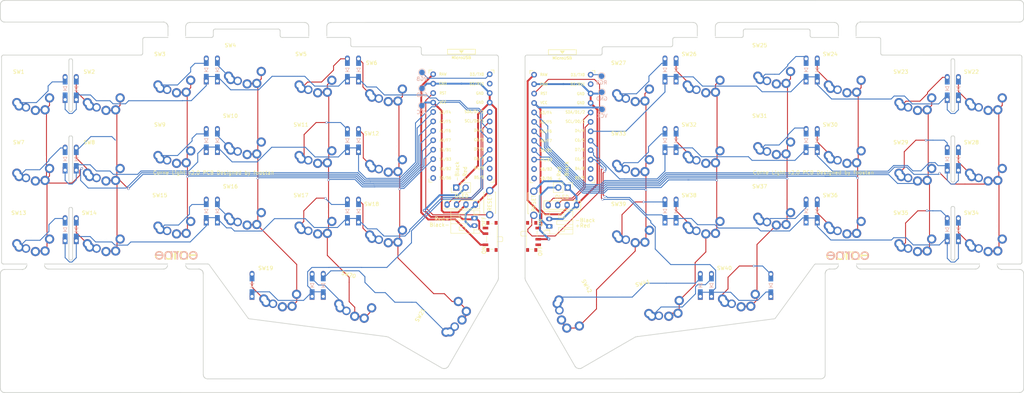
<source format=kicad_pcb>
(kicad_pcb (version 20211014) (generator pcbnew)
  (title_block (title "Corne Light") (date "2020-11-12") (rev "2.0") (company "foostan"))
  (layers (0 "F.Cu" signal) (31 "B.Cu" signal) (34 "B.Paste" user) (35 "F.Paste" user) (36 "B.SilkS" user "B.Silkscreen") (37 "F.SilkS" user "F.Silkscreen") (38 "B.Mask" user) (39 "F.Mask" user) (44 "Edge.Cuts" user))
  (net 0 "")
  (net 1 "row0")
  (net 2 "Net-(D1-Pad2)")
  (net 3 "row1")
  (net 4 "Net-(D2-Pad2)")
  (net 5 "row2")
  (net 6 "Net-(D3-Pad2)")
  (net 7 "row3")
  (net 8 "Net-(D4-Pad2)")
  (net 9 "Net-(D5-Pad2)")
  (net 10 "Net-(D6-Pad2)")
  (net 11 "Net-(D7-Pad2)")
  (net 12 "Net-(D8-Pad2)")
  (net 13 "Net-(D9-Pad2)")
  (net 14 "Net-(D10-Pad2)")
  (net 15 "Net-(D11-Pad2)")
  (net 16 "Net-(D12-Pad2)")
  (net 17 "Net-(D13-Pad2)")
  (net 18 "Net-(D14-Pad2)")
  (net 19 "Net-(D15-Pad2)")
  (net 20 "Net-(D16-Pad2)")
  (net 21 "Net-(D17-Pad2)")
  (net 22 "Net-(D18-Pad2)")
  (net 23 "Net-(D19-Pad2)")
  (net 24 "Net-(D20-Pad2)")
  (net 25 "Net-(D21-Pad2)")
  (net 26 "GND")
  (net 27 "VCC")
  (net 28 "col0")
  (net 29 "col1")
  (net 30 "col2")
  (net 31 "col3")
  (net 32 "col4")
  (net 33 "col5")
  (net 34 "reset")
  (net 35 "SCL")
  (net 36 "SDA")
  (net 37 "Net-(BATJ1-Pad2)")
  (net 38 "+BATT")
  (net 41 "Net-(D22-Pad2)")
  (net 42 "row0_r")
  (net 43 "Net-(D23-Pad2)")
  (net 44 "Net-(D24-Pad2)")
  (net 45 "Net-(D25-Pad2)")
  (net 46 "Net-(D26-Pad2)")
  (net 47 "Net-(D27-Pad2)")
  (net 48 "row1_r")
  (net 49 "Net-(D28-Pad2)")
  (net 50 "Net-(D29-Pad2)")
  (net 51 "Net-(D30-Pad2)")
  (net 52 "Net-(D31-Pad2)")
  (net 53 "Net-(D32-Pad2)")
  (net 54 "Net-(D33-Pad2)")
  (net 55 "row2_r")
  (net 56 "Net-(D34-Pad2)")
  (net 57 "Net-(D35-Pad2)")
  (net 58 "Net-(D36-Pad2)")
  (net 59 "Net-(D37-Pad2)")
  (net 60 "Net-(D38-Pad2)")
  (net 61 "Net-(D39-Pad2)")
  (net 62 "Net-(D40-Pad2)")
  (net 63 "row3_r")
  (net 64 "Net-(D41-Pad2)")
  (net 65 "Net-(D42-Pad2)")
  (net 66 "SDA_r")
  (net 67 "SCL_r")
  (net 68 "reset_r")
  (net 69 "col0_r")
  (net 70 "col1_r")
  (net 71 "col2_r")
  (net 72 "col3_r")
  (net 73 "col4_r")
  (net 74 "col5_r")
  (net 78 "RGB")
  (net 80 "VDD")
  (net 81 "GNDA")
  (net 86 "RGB_r")
  (net 87 "+BATTA")
  (net 88 "Net-(BATJ3-Pad2)")
  (footprint "kbd:ResetSW_1side" (layer "F.Cu") (at 156.374847 76.817432 -90)
    (fp_text reference "RSW2" hide)
    (fp_text value "SW_PUSH")
  )
  (footprint "gateron-ks27:gateron-ks27-choc-v1-mx" (layer "F.Cu") (at 278.684847 45.920432)
    (fp_text reference "SW22")
    (fp_text value "SW_PUSH")
  )
  (footprint "gateron-ks27:gateron-ks27-choc-v1-mx" (layer "F.Cu") (at 259.684847 45.920432)
    (fp_text reference "SW23")
    (fp_text value "SW_PUSH")
  )
  (footprint "gateron-ks27:gateron-ks27-choc-v1-mx" (layer "F.Cu") (at 240.684847 41.170432)
    (fp_text reference "SW24")
    (fp_text value "SW_PUSH")
  )
  (footprint "gateron-ks27:gateron-ks27-choc-v1-mx" (layer "F.Cu") (at 221.684847 38.795432)
    (fp_text reference "SW25")
    (fp_text value "SW_PUSH")
  )
  (footprint "gateron-ks27:gateron-ks27-choc-v1-mx" (layer "F.Cu") (at 202.684847 41.170432)
    (fp_text reference "SW26")
    (fp_text value "SW_PUSH")
  )
  (footprint "gateron-ks27:gateron-ks27-choc-v1-mx" (layer "F.Cu") (at 183.684847 43.545432)
    (fp_text reference "SW27")
    (fp_text value "SW_PUSH")
  )
  (footprint "gateron-ks27:gateron-ks27-choc-v1-mx" (layer "F.Cu") (at 278.684847 64.920432)
    (fp_text reference "SW28")
    (fp_text value "SW_PUSH")
  )
  (footprint "gateron-ks27:gateron-ks27-choc-v1-mx" (layer "F.Cu") (at 259.684847 64.920432)
    (fp_text reference "SW29")
    (fp_text value "SW_PUSH")
  )
  (footprint "gateron-ks27:gateron-ks27-choc-v1-mx" (layer "F.Cu") (at 240.684847 60.170432)
    (fp_text reference "SW30")
    (fp_text value "SW_PUSH")
  )
  (footprint "gateron-ks27:gateron-ks27-choc-v1-mx" (layer "F.Cu") (at 221.684847 57.795432)
    (fp_text reference "SW31")
    (fp_text value "SW_PUSH")
  )
  (footprint "gateron-ks27:gateron-ks27-choc-v1-mx" (layer "F.Cu") (at 202.684847 60.170432)
    (fp_text reference "SW32")
    (fp_text value "SW_PUSH")
  )
  (footprint "gateron-ks27:gateron-ks27-choc-v1-mx" (layer "F.Cu") (at 183.684847 62.545432)
    (fp_text reference "SW33")
    (fp_text value "SW_PUSH")
  )
  (footprint "gateron-ks27:gateron-ks27-choc-v1-mx" (layer "F.Cu") (at 278.684847 83.920432)
    (fp_text reference "SW34")
    (fp_text value "SW_PUSH")
  )
  (footprint "gateron-ks27:gateron-ks27-choc-v1-mx" (layer "F.Cu") (at 259.684847 83.920432)
    (fp_text reference "SW35")
    (fp_text value "SW_PUSH")
  )
  (footprint "gateron-ks27:gateron-ks27-choc-v1-mx" (layer "F.Cu") (at 240.684847 79.170432)
    (fp_text reference "SW36")
    (fp_text value "SW_PUSH")
  )
  (footprint "gateron-ks27:gateron-ks27-choc-v1-mx" (layer "F.Cu") (at 221.684847 76.795432)
    (fp_text reference "SW37")
    (fp_text value "SW_PUSH")
  )
  (footprint "gateron-ks27:gateron-ks27-choc-v1-mx" (layer "F.Cu") (at 202.684847 79.170432)
    (fp_text reference "SW38")
    (fp_text value "SW_PUSH")
  )
  (footprint "gateron-ks27:gateron-ks27-choc-v1-mx" (layer "F.Cu") (at 212.184847 98.795432)
    (fp_text reference "SW40")
    (fp_text value "SW_PUSH")
  )
  (footprint "gateron-ks27:gateron-ks27-choc-v1-mx" (layer "F.Cu") (at 191.184847 101.545432 15)
    (fp_text reference "SW41")
    (fp_text value "SW_PUSH")
  )
  (footprint "gateron-ks27:gateron-ks27-choc-v1-mx" (layer "F.Cu") (at 183.684847 81.545432)
    (fp_text reference "SW39")
    (fp_text value "SW_PUSH")
  )
  (footprint "kbd:ProMicro_v3" (layer "F.Cu") (at 136.8925 56.56)
    (fp_text reference "U1" hide)
    (fp_text value "ProMicro" hide)
  )
  (footprint "kbd:ProMicro_v3" (layer "F.Cu") (at 164.062847 56.686432)
    (fp_text reference "U2" hide)
    (fp_text value "ProMicro" hide)
  )
  (footprint "gateron-ks27:gateron-ks27-choc-v1-mx" (layer "F.Cu") (at 117.1875 43.545)
    (fp_text reference "SW6")
    (fp_text value "SW_PUSH")
  )
  (footprint "gateron-ks27:gateron-ks27-choc-v1-mx" (layer "F.Cu") (at 98.1875 41.17)
    (fp_text reference "SW5")
    (fp_text value "SW_PUSH")
  )
  (footprint "gateron-ks27:gateron-ks27-choc-v1-mx" (layer "F.Cu") (at 79.1875 38.795)
    (fp_text reference "SW4")
    (fp_text value "SW_PUSH")
  )
  (footprint "gateron-ks27:gateron-ks27-choc-v1-mx" (layer "F.Cu") (at 60.1875 41.17)
    (fp_text reference "SW3")
    (fp_text value "SW_PUSH")
  )
  (footprint "gateron-ks27:gateron-ks27-choc-v1-mx" (layer "F.Cu") (at 41.1875 45.92)
    (fp_text reference "SW2")
    (fp_text value "SW_PUSH")
  )
  (footprint "gateron-ks27:gateron-ks27-choc-v1-mx" (layer "F.Cu") (at 117.1875 81.545)
    (fp_text reference "SW18")
    (fp_text value "SW_PUSH")
  )
  (footprint "gateron-ks27:gateron-ks27-choc-v1-mx-1.5u" (layer "F.Cu") (at 131.9375 105.295 60)
    (fp_text reference "SW21")
    (fp_text value "SW_PUSH")
  )
  (footprint "gateron-ks27:gateron-ks27-choc-v1-mx" (layer "F.Cu") (at 22.1875 83.92)
    (fp_text reference "SW13")
    (fp_text value "SW_PUSH")
  )
  (footprint "gateron-ks27:gateron-ks27-choc-v1-mx" (layer "F.Cu") (at 109.6875 101.545 -15)
    (fp_text reference "SW20")
    (fp_text value "SW_PUSH")
  )
  (footprint "gateron-ks27:gateron-ks27-choc-v1-mx" (layer "F.Cu") (at 88.6875 98.795)
    (fp_text reference "SW19")
    (fp_text value "SW_PUSH")
  )
  (footprint "gateron-ks27:gateron-ks27-choc-v1-mx" (layer "F.Cu") (at 98.1875 79.17)
    (fp_text reference "SW17")
    (fp_text value "SW_PUSH")
  )
  (footprint "gateron-ks27:gateron-ks27-choc-v1-mx" (layer "F.Cu") (at 79.1875 76.795)
    (fp_text reference "SW16")
    (fp_text value "SW_PUSH")
  )
  (footprint "gateron-ks27:gateron-ks27-choc-v1-mx" (layer "F.Cu") (at 60.1875 79.17)
    (fp_text reference "SW15")
    (fp_text value "SW_PUSH")
  )
  (footprint "gateron-ks27:gateron-ks27-choc-v1-mx" (layer "F.Cu") (at 41.1875 83.92)
    (fp_text reference "SW14")
    (fp_text value "SW_PUSH")
  )
  (footprint "gateron-ks27:gateron-ks27-choc-v1-mx" (layer "F.Cu") (at 117.1875 62.545)
    (fp_text reference "SW12")
    (fp_text value "SW_PUSH")
  )
  (footprint "gateron-ks27:gateron-ks27-choc-v1-mx" (layer "F.Cu") (at 98.1875 60.17)
    (fp_text reference "SW11")
    (fp_text value "SW_PUSH")
  )
  (footprint "gateron-ks27:gateron-ks27-choc-v1-mx" (layer "F.Cu") (at 79.1875 57.795)
    (fp_text reference "SW10")
    (fp_text value "SW_PUSH")
  )
  (footprint "gateron-ks27:gateron-ks27-choc-v1-mx" (layer "F.Cu") (at 60.1875 60.17)
    (fp_text reference "SW9")
    (fp_text value "SW_PUSH")
  )
  (footprint "gateron-ks27:gateron-ks27-choc-v1-mx" (layer "F.Cu") (at 41.1875 64.92)
    (fp_text reference "SW8")
    (fp_text value "SW_PUSH")
  )
  (footprint "gateron-ks27:gateron-ks27-choc-v1-mx" (layer "F.Cu") (at 22.1875 64.92)
    (fp_text reference "SW7")
    (fp_text value "SW_PUSH")
  )
  (footprint "gateron-ks27:gateron-ks27-choc-v1-mx" (layer "F.Cu") (at 22.1875 45.92)
    (fp_text reference "SW1")
    (fp_text value "SW_PUSH")
  )
  (footprint "kbd:thread_m2" (layer "F.Cu") (at 156.330847 93.085432)
    (fp_text reference "Ref**" hide)
    (fp_text value "Val**" hide)
  )
  (footprint "kbd:thread_m2" (layer "F.Cu") (at 170.889847 84.542432)
    (fp_text reference "Ref**" hide)
    (fp_text value "Val**" hide)
  )
  (footprint "gateron-ks27:gateron-ks27-choc-v1-mx-1.5u" (layer "F.Cu") (at 168.934847 105.295432 -60)
    (fp_text reference "SW42")
    (fp_text value "SW_PUSH")
  )
  (footprint "kbd:OLED_1side" (layer "F.Cu") (at 133.0285 77.168)
    (fp_text reference "J2")
    (fp_text value "OLED" hide)
  )
  (footprint "kbd:ResetSW_1side" (layer "F.Cu") (at 144.5045 76.671 -90)
    (fp_text reference "RSW1" hide)
    (fp_text value "SW_PUSH")
  )
  (footprint "kbd:Breakaway_Tabs" (layer "F.Cu") (at 22.19625 93.38)
    (fp_text reference "J5")
    (fp_text value "Breakaway_Tabs")
  )
  (footprint "kbd:Breakaway_Tabs" (layer "F.Cu") (at 60.1845 93.38)
    (fp_text reference "J5")
    (fp_text value "Breakaway_Tabs")
  )
  (footprint "kbd:Breakaway_Tabs" (layer "F.Cu") (at 60.2875 31.97)
    (fp_text reference "J5")
    (fp_text value "Breakaway_Tabs")
  )
  (footprint "kbd:Breakaway_Tabs" (layer "F.Cu") (at 98.2575 31.97)
    (fp_text reference "J5")
    (fp_text value "Breakaway_Tabs")
  )
  (footprint "kbd:Breakaway_Tabs" (layer "F.Cu") (at 202.7775 31.98)
    (fp_text reference "J5")
    (fp_text value "Breakaway_Tabs")
  )
  (footprint "kbd:Breakaway_Tabs" (layer "F.Cu") (at 240.7975 31.97)
    (fp_text reference "J5")
    (fp_text value "Breakaway_Tabs")
  )
  (footprint "kbd:Breakaway_Tabs" (layer "F.Cu") (at 278.8275 93.39)
    (fp_text reference "J5")
    (fp_text value "Breakaway_Tabs")
  )
  (footprint "kbd:Breakaway_Tabs" (layer "F.Cu") (at 240.8275 93.39)
    (fp_text reference "J5")
    (fp_text value "Breakaway_Tabs")
  )
  (footprint "kbd:OLED_1side" (layer "F.Cu") (at 160.2575 77.31)
    (fp_text reference "J7")
    (fp_text value "OLED" hide)
  )
  (footprint "kbd:corne-logo-horizontal" (layer "F.Cu") (at 60.2175 90.93)
    (fp_text reference "G***" hide)
    (fp_text value "LOGO" hide)
  )
  (footprint "kbd:corne-logo-horizontal" (layer "F.Cu") (at 240.9975 91.01)
    (fp_text reference "G***" hide)
    (fp_text value "LOGO" hide)
  )
  (footprint "Button_Switch_SMD:SW_SPDT_PCM12" (layer "F.Cu") (at 156.1325 85.745 -90)
    (fp_text reference "PSW2" hide)
    (fp_text value "SW_SPST")
  )
  (footprint "Connector_JST:JST_PH_S2B-PH-K_1x02_P2.00mm_Horizontal" (layer "F.Cu") (at 160.5375 83.045 90)
    (fp_text reference "BATJ4" hide)
    (fp_text value "Conn_01x02_Female")
  )
  (footprint "Connector_PinHeader_2.54mm:PinHeader_1x02_P2.54mm_Vertical" (layer "F.Cu") (at 165.5125 72.595 -90)
    (fp_text reference "BATJ3")
    (fp_text value "Conn_01x02_Female")
  )
  (footprint "Connector_PinHeader_2.54mm:PinHeader_1x02_P2.54mm_Vertical" (layer "F.Cu") (at 135.4725 72.595 90)
    (fp_text reference "BATJ1")
    (fp_text value "Conn_01x02_Female")
  )
  (footprint "Button_Switch_SMD:SW_SPDT_PCM12" (layer "F.Cu") (at 144.7875 85.745 90)
    (fp_text reference "PSW1" hide)
    (fp_text value "SW_SPST")
  )
  (footprint "Connector_JST:JST_PH_S2B-PH-K_1x02_P2.00mm_Horizontal" (layer "F.Cu") (at 140.3875 80.845 -90)
    (fp_text reference "BATJ2" hide)
    (fp_text value "Conn_01x02_Female")
  )
  (footprint "kbd:D3_TH_SMD_v2" (layer "B.Cu") (at 270.684847 83.920432 90)
    (fp_text reference "D34" hide)
    (fp_text value "D" hide)
  )
  (footprint "kbd:D3_TH_SMD_v2" (layer "B.Cu") (at 232.684847 78.920432 90)
    (fp_text reference "D36" hide)
    (fp_text value "D" hide)
  )
  (footprint "kbd:D3_TH_SMD_v2" (layer "B.Cu") (at 229.684847 78.915432 90)
    (fp_text reference "D37" hide)
    (fp_text value "D" hide)
  )
  (footprint "kbd:D3_TH_SMD_v2" (layer "B.Cu") (at 194.684847 78.920432 90)
    (fp_text reference "D38" hide)
    (fp_text value "D" hide)
  )
  (footprint "kbd:D3_TH_SMD_v2" (layer "B.Cu") (at 191.684847 78.920432 90)
    (fp_text reference "D39" hide)
    (fp_text value "D" hide)
  )
  (footprint "kbd:D3_TH_SMD_v2" (layer "B.Cu") (at 220.184847 98.930432 90)
    (fp_text reference "D40" hide)
    (fp_text value "D" hide)
  )
  (footprint "kbd:D3_TH_SMD_v2" (layer "B.Cu") (at 204.194847 98.915432 90)
    (fp_text reference "D41" hide)
    (fp_text value "D" hide)
  )
  (footprint "kbd:D3_TH_SMD_v2" (layer "B.Cu") (at 201.194847 98.915432 90)
    (fp_text reference "D42" hide)
    (fp_text value "D" hide)
  )
  (footprint "kbd:D3_TH_SMD_v2" (layer "B.Cu") (at 270.684847 45.920432 90)
    (fp_text reference "D22" hide)
    (fp_text value "D" hide)
  )
  (footprint "kbd:D3_TH_SMD_v2" (layer "B.Cu") (at 267.684847 45.920432 90)
    (fp_text reference "D23" hide)
    (fp_text value "D" hide)
  )
  (footprint "kbd:D3_TH_SMD_v2" (layer "B.Cu") (at 232.684847 40.920432 90)
    (fp_text reference "D24" hide)
    (fp_text value "D" hide)
  )
  (footprint "kbd:D3_TH_SMD_v2" (layer "B.Cu") (at 229.684847 40.915432 90)
    (fp_text reference "D25" hide)
    (fp_text value "D" hide)
  )
  (footprint "kbd:D3_TH_SMD_v2" (layer "B.Cu") (at 194.684847 40.920432 90)
    (fp_text reference "D26" hide)
    (fp_text value "D" hide)
  )
  (footprint "kbd:D3_TH_SMD_v2" (layer "B.Cu") (at 191.684847 40.920432 90)
    (fp_text reference "D27" hide)
    (fp_text value "D" hide)
  )
  (footprint "kbd:D3_TH_SMD_v2" (layer "B.Cu") (at 270.684847 64.920432 90)
    (fp_text reference "D28" hide)
    (fp_text value "D" hide)
  )
  (footprint "kbd:D3_TH_SMD_v2" (layer "B.Cu") (at 267.684847 64.920432 90)
    (fp_text reference "D29" hide)
    (fp_text value "D" hide)
  )
  (footprint "kbd:D3_TH_SMD_v2" (layer "B.Cu") (at 232.684847 59.920432 90)
    (fp_text reference "D30" hide)
    (fp_text value "D" hide)
  )
  (footprint "kbd:D3_TH_SMD_v2" (layer "B.Cu") (at 229.684847 59.915432 90)
    (fp_text reference "D31" hide)
    (fp_text value "D" hide)
  )
  (footprint "kbd:D3_TH_SMD_v2" (layer "B.Cu") (at 194.684847 59.920432 90)
    (fp_text reference "D32" hide)
    (fp_text value "D" hide)
  )
  (footprint "kbd:D3_TH_SMD_v2" (layer "B.Cu") (at 33.1875 83.92 90)
    (fp_text reference "D14" hide)
    (fp_text value "D" hide)
  )
  (footprint "kbd:D3_TH_SMD_v2" (layer "B.Cu") (at 33.1875 64.92 90)
    (fp_text reference "D8" hide)
    (fp_text value "D" hide)
  )
  (footprint "kbd:D3_TH_SMD_v2" (layer "B.Cu") (at 33.1875 45.92 90)
    (fp_text reference "D2" hide)
    (fp_text value "D" hide)
  )
  (footprint "kbd:D3_TH_SMD_v2" (layer "B.Cu") (at 191.684847 59.920432 90)
    (fp_text reference "D33" hide)
    (fp_text value "D" hide)
  )
  (footprint "kbd:D3_TH_SMD_v2" (layer "B.Cu") (at 99.6875 98.905 90)
    (fp_text reference "D21" hide)
    (fp_text value "D" hide)
  )
  (footprint "kbd:D3_TH_SMD_v2" (layer "B.Cu") (at 96.6875 98.905 90)
    (fp_text reference "D20" hide)
    (fp_text value "D" hide)
  )
  (footprint "kbd:D3_TH_SMD_v2" (layer "B.Cu") (at 80.5075 98.91 90)
    (fp_text reference "D19" hide)
    (fp_text value "D" hide)
  )
  (footprint "kbd:D3_TH_SMD_v2" (layer "B.Cu") (at 109.1875 78.92 90)
    (fp_text reference "D18" hide)
    (fp_text value "D" hide)
  )
  (footprint "kbd:D3_TH_SMD_v2" (layer "B.Cu") (at 106.1875 78.92 90)
    (fp_text reference "D17" hide)
    (fp_text value "D" hide)
  )
  (footprint "kbd:D3_TH_SMD_v2" (layer "B.Cu") (at 71.1875 78.915 90)
    (fp_text reference "D16" hide)
    (fp_text value "D" hide)
  )
  (footprint "kbd:D3_TH_SMD_v2" (layer "B.Cu") (at 68.1875 78.92 90)
    (fp_text reference "D15" hide)
    (fp_text value "D" hide)
  )
  (footprint "kbd:D3_TH_SMD_v2" (layer "B.Cu") (at 30.1875 83.916875 90)
    (fp_text reference "D13" hide)
    (fp_text value "D" hide)
  )
  (footprint "kbd:D3_TH_SMD_v2" (layer "B.Cu") (at 109.1875 59.92 90)
    (fp_text reference "D12" hide)
    (fp_text value "D" hide)
  )
  (footprint "kbd:D3_TH_SMD_v2" (layer "B.Cu") (at 106.1875 59.92 90)
    (fp_text reference "D11" hide)
    (fp_text value "D" hide)
  )
  (footprint "kbd:D3_TH_SMD_v2" (layer "B.Cu") (at 71.1875 59.915 90)
    (fp_text reference "D10" hide)
    (fp_text value "D" hide)
  )
  (footprint "kbd:D3_TH_SMD_v2" (layer "B.Cu") (at 68.1875 59.92 90)
    (fp_text reference "D9" hide)
    (fp_text value "D" hide)
  )
  (footprint "kbd:D3_TH_SMD_v2" (layer "B.Cu") (at 30.1875 64.916875 90)
    (fp_text reference "D7" hide)
    (fp_text value "D" hide)
  )
  (footprint "kbd:D3_TH_SMD_v2" (layer "B.Cu") (at 109.1875 40.92 90)
    (fp_text reference "D6" hide)
    (fp_text value "D" hide)
  )
  (footprint "kbd:D3_TH_SMD_v2" (layer "B.Cu") (at 106.1875 40.92 90)
    (fp_text reference "D5" hide)
    (fp_text value "D" hide)
  )
  (footprint "kbd:D3_TH_SMD_v2" (layer "B.Cu") (at 71.1875 40.915 90)
    (fp_text reference "D4" hide)
    (fp_text value "D" hide)
  )
  (footprint "kbd:D3_TH_SMD_v2" (layer "B.Cu") (at 68.1875 40.92 90)
    (fp_text reference "D3" hide)
    (fp_text value "D" hide)
  )
  (footprint "kbd:D3_TH_SMD_v2" (layer "B.Cu") (at 30.1875 45.916875 90)
    (fp_text reference "D1" hide)
    (fp_text value "D" hide)
  )
  (footprint "kbd:D3_TH_SMD_v2" (layer "B.Cu") (at 267.684847 83.920432 90)
    (fp_text reference "D35" hide)
    (fp_text value "D" hide)
  )
  (footprint "kbd:spacer_m2" (layer "B.Cu") (at 31.6955 74.4205 180)
    (fp_text reference "Ref**" hide)
    (fp_text value "Val**" hide)
  )
  (footprint "kbd:spacer_m2" (layer "B.Cu") (at 107.6505 51.9305 180)
    (fp_text reference "Ref**" hide)
    (fp_text value "Val**" hide)
  )
  (footprint "kbd:spacer_m2" (layer "B.Cu") (at 31.6955 55.4205 180)
    (fp_text reference "Ref**" hide)
    (fp_text value "Val**" hide)
  )
  (footprint "kbd:spacer_m2" (layer "B.Cu") (at 74.8395 91.6855 180)
    (fp_text reference "Ref**" hide)
    (fp_text value "Val**" hide)
  )
  (footprint "kbd:spacer_m2" (layer "B.Cu") (at 121.4055 99.3 180)
    (fp_text reference "Ref**" hide)
    (fp_text value "Val**" hide)
  )
  (footprint "kbd:thread_m2" (layer "B.Cu") (at 129.9445 84.419 180)
    (fp_text reference "Ref**" hide)
    (fp_text value "Val**" hide)
  )
  (footprint "kbd:thread_m2" (layer "B.Cu") (at 144.3765 92.94 180)
    (fp_text reference "Ref**" hide)
    (fp_text value "Val**" hide)
  )
  (footprint "kbd:spacer_m2" (layer "B.Cu") (at 193.235847 51.936932 180)
    (fp_text reference "Ref**" hide)
    (fp_text value "Val**" hide)
  )
  (footprint "kbd:spacer_m2" (layer "B.Cu") (at 179.485847 99.446932 180)
    (fp_text reference "Ref**" hide)
    (fp_text value "Val**" hide)
  )
  (footprint "kbd:spacer_m2" (layer "B.Cu") (at 226.055847 91.696932 180)
    (fp_text reference "Ref**" hide)
    (fp_text value "Val**" hide)
  )
  (footprint "kbd:spacer_m2" (layer "B.Cu") (at 269.195847 55.426932 180)
    (fp_text reference "Ref**" hide)
    (fp_text value "Val**" hide)
  )
  (footprint "kbd:spacer_m2" (layer "B.Cu") (at 269.195847 74.426932 180)
    (fp_text reference "Ref**" hide)
    (fp_text value "Val**" hide)
  )
  (footprint "kbd:corne-logo-horizontal" (layer "B.Cu") (at 59.9875 90.93 180)
    (fp_text reference "G***" hide)
    (fp_text value "LOGO" hide)
  )
  (footprint "kbd:corne-logo-horizontal" (layer "B.Cu") (at 240.7675 91.01 180)
    (fp_text reference "G***" hide)
    (fp_text value "LOGO" hide)
  )
  (footprint "kbd:spacer_m2" (layer "B.Cu") (at 50.7125 74.445 180)
    (fp_text reference "Ref**" hide)
    (fp_text value "Val**" hide)
  )
  (footprint "kbd:spacer_m2" (layer "B.Cu") (at 50.7125 55.445 180)
    (fp_text reference "Ref**" hide)
    (fp_text value "Val**" hide)
  )
  (footprint "kbd:spacer_m2" (layer "B.Cu") (at 250.2125 74.426932 180)
    (fp_text reference "Ref**" hide)
    (fp_text value "Val**" hide)
  )
  (footprint "kbd:spacer_m2" (layer "B.Cu") (at 250.2125 55.426932 180)
    (fp_text reference "Ref**" hide)
    (fp_text value "Val**" hide)
  )
  (footprint "TestPoint:TestPoint_Pad_D1.5mm" (layer "B.Cu") (at 126.2375 50.545 180)
    (fp_text reference "TP2")
    (fp_text value "VCC")
  )
  (footprint "TestPoint:TestPoint_Pad_D1.5mm" (layer "B.Cu") (at 174.7625 51.545 180)
    (fp_text reference "TP5")
    (fp_text value "VCC")
  )
  (footprint "TestPoint:TestPoint_Pad_D1.5mm" (layer "B.Cu") (at 174.6125 42.595 180)
    (fp_text reference "TP4")
    (fp_text value "RGB")
  )
  (footprint "TestPoint:TestPoint_Pad_D1.5mm" (layer "B.Cu") (at 174.6875 46.92 180)
    (fp_text reference "TP6")
    (fp_text value "GND")
  )
  (footprint "TestPoint:TestPoint_Pad_D1.5mm" (layer "B.Cu") (at 126.2625 41.595 180)
    (fp_text reference "TP1")
    (fp_text value "RGB")
  )
  (footprint "TestPoint:TestPoint_Pad_D1.5mm" (layer "B.Cu") (at 126.2625 45.92 180)
    (fp_text reference "TP3")
    (fp_text value "GND")
  )
  (gr_line (start 31.1975 51.66) (end 31.1975 38.41) (layer "Edge.Cuts") (width 0.2))
  (gr_line (start 32.1975 59.16) (end 32.1975 70.66) (layer "Edge.Cuts") (width 0.2))
  (gr_line (start 31.47875 37.94125) (end 31.6975 37.91) (layer "Edge.Cuts") (width 0.2))
  (gr_line (start 31.885 37.94125) (end 31.6975 37.91) (layer "Edge.Cuts") (width 0.2))
  (gr_line (start 31.22875 38.2225) (end 31.3225 38.035) (layer "Edge.Cuts") (width 0.2))
  (gr_line (start 31.22875 38.2225) (end 31.1975 38.41) (layer "Edge.Cuts") (width 0.2))
  (gr_line (start 32.16625 38.2225) (end 32.0725 38.035) (layer "Edge.Cuts") (width 0.2))
  (gr_line (start 32.1975 38.41) (end 32.16625 38.2225) (layer "Edge.Cuts") (width 0.2))
  (gr_line (start 31.51 52.12875) (end 31.6975 52.16) (layer "Edge.Cuts") (width 0.2))
  (gr_line (start 31.22875 51.8475) (end 31.3225 52.035) (layer "Edge.Cuts") (width 0.2))
  (gr_line (start 31.1975 51.66) (end 31.22875 51.8475) (layer "Edge.Cuts") (width 0.2))
  (gr_line (start 32.16625 51.8475) (end 32.1975 51.66) (layer "Edge.Cuts") (width 0.2))
  (gr_line (start 31.91625 52.12875) (end 32.0725 52.035) (layer "Edge.Cuts") (width 0.2))
  (gr_line (start 32.16625 51.8475) (end 32.0725 52.035) (layer "Edge.Cuts") (width 0.2))
  (gr_line (start 31.91625 52.12875) (end 31.6975 52.16) (layer "Edge.Cuts") (width 0.2))
  (gr_line (start 31.3225 52.035) (end 31.51 52.12875) (layer "Edge.Cuts") (width 0.2))
  (gr_line (start 31.885 58.69125) (end 31.6975 58.66) (layer "Edge.Cuts") (width 0.2))
  (gr_line (start 32.16625 58.9725) (end 32.0725 58.785) (layer "Edge.Cuts") (width 0.2))
  (gr_line (start 32.1975 59.16) (end 32.16625 58.9725) (layer "Edge.Cuts") (width 0.2))
  (gr_line (start 31.22875 58.9725) (end 31.1975 59.16) (layer "Edge.Cuts") (width 0.2))
  (gr_line (start 31.47875 58.69125) (end 31.3225 58.785) (layer "Edge.Cuts") (width 0.2))
  (gr_line (start 31.22875 58.9725) (end 31.3225 58.785) (layer "Edge.Cuts") (width 0.2))
  (gr_line (start 31.47875 58.69125) (end 31.6975 58.66) (layer "Edge.Cuts") (width 0.2))
  (gr_line (start 32.0725 58.785) (end 31.885 58.69125) (layer "Edge.Cuts") (width 0.2))
  (gr_line (start 31.51 71.12875) (end 31.6975 71.16) (layer "Edge.Cuts") (width 0.2))
  (gr_line (start 32.16625 70.8475) (end 32.1975 70.66) (layer "Edge.Cuts") (width 0.2))
  (gr_line (start 32.16625 70.8475) (end 32.0725 71.035) (layer "Edge.Cuts") (width 0.2))
  (gr_line (start 31.22875 70.8475) (end 31.3225 71.035) (layer "Edge.Cuts") (width 0.2))
  (gr_line (start 31.91625 71.12875) (end 32.0725 71.035) (layer "Edge.Cuts") (width 0.2))
  (gr_line (start 31.3225 71.035) (end 31.51 71.12875) (layer "Edge.Cuts") (width 0.2))
  (gr_line (start 31.91625 71.12875) (end 31.6975 71.16) (layer "Edge.Cuts") (width 0.2))
  (gr_line (start 31.1975 70.66) (end 31.22875 70.8475) (layer "Edge.Cuts") (width 0.2))
  (gr_line (start 31.47875 77.94125) (end 31.3225 78.035) (layer "Edge.Cuts") (width 0.2))
  (gr_line (start 31.22875 78.2225) (end 31.3225 78.035) (layer "Edge.Cuts") (width 0.2))
  (gr_line (start 32.16625 78.2225) (end 32.0725 78.035) (layer "Edge.Cuts") (width 0.2))
  (gr_line (start 31.885 77.94125) (end 31.6975 77.91) (layer "Edge.Cuts") (width 0.2))
  (gr_line (start 32.0725 78.035) (end 31.885 77.94125) (layer "Edge.Cuts") (width 0.2))
  (gr_line (start 31.22875 78.2225) (end 31.1975 78.41) (layer "Edge.Cuts") (width 0.2))
  (gr_line (start 32.1975 78.41) (end 32.16625 78.2225) (layer "Edge.Cuts") (width 0.2))
  (gr_line (start 31.47875 77.94125) (end 31.6975 77.91) (layer "Edge.Cuts") (width 0.2))
  (gr_line (start 32.16625 91.8475) (end 32.1975 91.66) (layer "Edge.Cuts") (width 0.2))
  (gr_line (start 31.91625 92.12875) (end 32.0725 92.035) (layer "Edge.Cuts") (width 0.2))
  (gr_line (start 31.91625 92.12875) (end 31.6975 92.16) (layer "Edge.Cuts") (width 0.2))
  (gr_line (start 32.16625 91.8475) (end 32.0725 92.035) (layer "Edge.Cuts") (width 0.2))
  (gr_line (start 31.1975 91.66) (end 31.22875 91.8475) (layer "Edge.Cuts") (width 0.2))
  (gr_line (start 31.22875 91.8475) (end 31.3225 92.035) (layer "Edge.Cuts") (width 0.2))
  (gr_line (start 31.51 92.12875) (end 31.6975 92.16) (layer "Edge.Cuts") (width 0.2))
  (gr_line (start 31.3225 92.035) (end 31.51 92.12875) (layer "Edge.Cuts") (width 0.2))
  (gr_line (start 269.385 37.94125) (end 269.1975 37.91) (layer "Edge.Cuts") (width 0.2))
  (gr_line (start 269.66625 38.2225) (end 269.5725 38.035) (layer "Edge.Cuts") (width 0.2))
  (gr_line (start 269.6975 38.41) (end 269.66625 38.2225) (layer "Edge.Cuts") (width 0.2))
  (gr_line (start 268.72875 38.2225) (end 268.6975 38.41) (layer "Edge.Cuts") (width 0.2))
  (gr_line (start 268.97875 37.94125) (end 268.8225 38.035) (layer "Edge.Cuts") (width 0.2))
  (gr_line (start 268.72875 38.2225) (end 268.8225 38.035) (layer "Edge.Cuts") (width 0.2))
  (gr_line (start 268.97875 37.94125) (end 269.1975 37.91) (layer "Edge.Cuts") (width 0.2))
  (gr_line (start 269.5725 38.035) (end 269.385 37.94125) (layer "Edge.Cuts") (width 0.2))
  (gr_line (start 269.66625 51.8475) (end 269.5725 52.035) (layer "Edge.Cuts") (width 0.2))
  (gr_line (start 269.41625 52.12875) (end 269.5725 52.035) (layer "Edge.Cuts") (width 0.2))
  (gr_line (start 268.72875 51.8475) (end 268.8225 52.035) (layer "Edge.Cuts") (width 0.2))
  (gr_line (start 269.01 52.12875) (end 269.1975 52.16) (layer "Edge.Cuts") (width 0.2))
  (gr_line (start 269.41625 52.12875) (end 269.1975 52.16) (layer "Edge.Cuts") (width 0.2))
  (gr_line (start 269.66625 51.8475) (end 269.6975 51.66) (layer "Edge.Cuts") (width 0.2))
  (gr_line (start 268.8225 52.035) (end 269.01 52.12875) (layer "Edge.Cuts") (width 0.2))
  (gr_line (start 268.6975 51.66) (end 268.72875 51.8475) (layer "Edge.Cuts") (width 0.2))
  (gr_line (start 268.97875 58.69125) (end 269.1975 58.66) (layer "Edge.Cuts") (width 0.2))
  (gr_line (start 268.72875 58.9725) (end 268.6975 59.16) (layer "Edge.Cuts") (width 0.2))
  (gr_line (start 269.5725 58.785) (end 269.385 58.69125) (layer "Edge.Cuts") (width 0.2))
  (gr_line (start 269.66625 58.9725) (end 269.5725 58.785) (layer "Edge.Cuts") (width 0.2))
  (gr_line (start 269.385 58.69125) (end 269.1975 58.66) (layer "Edge.Cuts") (width 0.2))
  (gr_line (start 268.97875 58.69125) (end 268.8225 58.785) (layer "Edge.Cuts") (width 0.2))
  (gr_line (start 268.72875 58.9725) (end 268.8225 58.785) (layer "Edge.Cuts") (width 0.2))
  (gr_line (start 269.6975 59.16) (end 269.66625 58.9725) (layer "Edge.Cuts") (width 0.2))
  (gr_line (start 269.41625 71.12875) (end 269.1975 71.16) (layer "Edge.Cuts") (width 0.2))
  (gr_line (start 269.66625 70.8475) (end 269.6975 70.66) (layer "Edge.Cuts") (width 0.2))
  (gr_line (start 268.6975 70.66) (end 268.72875 70.8475) (layer "Edge.Cuts") (width 0.2))
  (gr_line (start 269.41625 71.12875) (end 269.5725 71.035) (layer "Edge.Cuts") (width 0.2))
  (gr_line (start 269.01 71.12875) (end 269.1975 71.16) (layer "Edge.Cuts") (width 0.2))
  (gr_line (start 269.66625 70.8475) (end 269.5725 71.035) (layer "Edge.Cuts") (width 0.2))
  (gr_line (start 268.8225 71.035) (end 269.01 71.12875) (layer "Edge.Cuts") (width 0.2))
  (gr_line (start 268.72875 70.8475) (end 268.8225 71.035) (layer "Edge.Cuts") (width 0.2))
  (gr_line (start 269.66625 77.9725) (end 269.5725 77.785) (layer "Edge.Cuts") (width 0.2))
  (gr_line (start 268.72875 77.9725) (end 268.8225 77.785) (layer "Edge.Cuts") (width 0.2))
  (gr_line (start 269.5725 77.785) (end 269.385 77.69125) (layer "Edge.Cuts") (width 0.2))
  (gr_line (start 268.72875 77.9725) (end 268.6975 78.16) (layer "Edge.Cuts") (width 0.2))
  (gr_line (start 268.97875 77.69125) (end 268.8225 77.785) (layer "Edge.Cuts") (width 0.2))
  (gr_line (start 269.385 77.69125) (end 269.1975 77.66) (layer "Edge.Cuts") (width 0.2))
  (gr_line (start 269.6975 78.16) (end 269.66625 77.9725) (layer "Edge.Cuts") (width 0.2))
  (gr_line (start 268.97875 77.69125) (end 269.1975 77.66) (layer "Edge.Cuts") (width 0.2))
  (gr_line (start 268.6975 91.66) (end 268.72875 91.8475) (layer "Edge.Cuts") (width 0.2))
  (gr_line (start 269.41625 92.12875) (end 269.1975 92.16) (layer "Edge.Cuts") (width 0.2))
  (gr_line (start 269.01 92.12875) (end 269.1975 92.16) (layer "Edge.Cuts") (width 0.2))
  (gr_line (start 269.66625 91.8475) (end 269.5725 92.035) (layer "Edge.Cuts") (width 0.2))
  (gr_line (start 268.8225 92.035) (end 269.01 92.12875) (layer "Edge.Cuts") (width 0.2))
  (gr_line (start 268.72875 91.8475) (end 268.8225 92.035) (layer "Edge.Cuts") (width 0.2))
  (gr_line (start 269.66625 91.8475) (end 269.6975 91.66) (layer "Edge.Cuts") (width 0.2))
  (gr_line (start 269.41625 92.12875) (end 269.5725 92.035) (layer "Edge.Cuts") (width 0.2))
  (gr_line (start 287.761114 27.841367) (end 287.933833 27.699127) (layer "Edge.Cuts") (width 0.2))
  (gr_line (start 19.674538 94.092121) (end 19.671998 94.094661) (layer "Edge.Cuts") (width 0.2))
  (gr_line (start 57.853241 29.027545) (end 57.855781 29.027545) (layer "Edge.Cuts") (width 0.2))
  (gr_line (start 237.248183 28.136006) (end 206.377054 28.136006) (layer "Edge.Cuts") (width 0.2))
  (gr_line (start 57.782121 28.798946) (end 57.782121 28.798946) (layer "Edge.Cuts") (width 0.2))
  (gr_line (start 13.283905 37.031077) (end 13.184845 37.132677) (layer "Edge.Cuts") (width 0.2))
  (gr_line (start 57.784661 28.801486) (end 57.787201 28.806566) (layer "Edge.Cuts") (width 0.2))
  (gr_line (start 95.445203 28.473826) (end 95.272484 28.334126) (layer "Edge.Cuts") (width 0.2))
  (gr_line (start 62.630976 93.406322) (end 62.630976 93.411402) (layer "Edge.Cuts") (width 0.2))
  (gr_line (start 243.161298 29.037705) (end 243.161298 29.037705) (layer "Edge.Cuts") (width 0.2))
  (gr_line (start 234.804706 123.167472) (end 234.825026 122.943953) (layer "Edge.Cuts") (width 0.2))
  (gr_line (start 12.946085 22.715652) (end 12.841945 22.911231) (layer "Edge.Cuts") (width 0.2))
  (gr_line (start 18.653459 94.643301) (end 18.650919 94.643301) (layer "Edge.Cuts") (width 0.2))
  (gr_line (start 88.185891 31.981562) (end 88.284951 32.080622) (layer "Edge.Cuts") (width 0.2))
  (gr_line (start 18.645839 94.643301) (end 13.893504 94.643301) (layer "Edge.Cuts") (width 0.2))
  (gr_line (start 57.279201 94.348661) (end 57.449381 94.208961) (layer "Edge.Cuts") (width 0.2))
  (gr_line (start 18.892219 94.617901) (end 18.887139 94.617901) (layer "Edge.Cuts") (width 0.2))
  (gr_line (start 79.481319 107.782708) (end 79.595619 107.869068) (layer "Edge.Cuts") (width 0.2))
  (gr_line (start 234.825026 95.768519) (end 234.825026 95.768519) (layer "Edge.Cuts") (width 0.2))
  (gr_line (start 107.113952 34.35138) (end 107.185072 34.48092) (layer "Edge.Cuts") (width 0.2))
  (gr_line (start 19.875198 93.180262) (end 19.880278 93.408862) (layer "Edge.Cuts") (width 0.2))
  (gr_line (start 66.616232 94.638221) (end 66.618772 94.638221) (layer "Edge.Cuts") (width 0.2))
  (gr_line (start 19.857418 93.642542) (end 19.857418 93.642542) (layer "Edge.Cuts") (width 0.2))
  (gr_line (start 231.274109 32.184762) (end 238.386102 32.184762) (layer "Edge.Cuts") (width 0.2))
  (gr_line (start 287.756034 94.82618) (end 287.557914 94.72204) (layer "Edge.Cuts") (width 0.2))
  (gr_line (start 94.863544 28.166486) (end 94.640024 28.143626) (layer "Edge.Cuts") (width 0.2))
  (gr_line (start 249.673851 32.387962) (end 249.744971 32.520042) (layer "Edge.Cuts") (width 0.2))
  (gr_line (start 169.40485 121.097374) (end 169.277851 121.173574) (layer "Edge.Cuts") (width 0.2))
  (gr_line (start 67.281711 95.29862) (end 67.284251 95.30116) (layer "Edge.Cuts") (width 0.2))
  (gr_line (start 205.935094 28.224906) (end 205.739515 28.329046) (layer "Edge.Cuts") (width 0.2))
  (gr_line (start 243.161298 29.037705) (end 243.161298 29.037705) (layer "Edge.Cuts") (width 0.2))
  (gr_line (start 101.769797 28.143626) (end 101.762177 28.143626) (layer "Edge.Cuts") (width 0.2))
  (gr_line (start 13.184845 37.132677) (end 13.113725 37.262217) (layer "Edge.Cuts") (width 0.2))
  (gr_line (start 234.847886 95.53484) (end 234.850426 95.5323) (layer "Edge.Cuts") (width 0.2))
  (gr_line (start 19.128439 94.544241) (end 19.128439 94.544241) (layer "Edge.Cuts") (width 0.2))
  (gr_line (start 236.051845 94.534081) (end 236.051845 94.534081) (layer "Edge.Cuts") (width 0.2))
  (gr_line (start 237.685063 28.222366) (end 237.471703 28.156326) (layer "Edge.Cuts") (width 0.2))
  (gr_line (start 288.238633 95.545) (end 288.172593 95.33164) (layer "Edge.Cuts") (width 0.2))
  (gr_line (start 243.161298 29.037705) (end 243.161298 29.032625) (layer "Edge.Cuts") (width 0.2))
  (gr_line (start 243.240037 93.396162) (end 243.240037 93.403782) (layer "Edge.Cuts") (width 0.2))
  (gr_line (start 221.114119 107.930027) (end 221.022679 107.937647) (layer "Edge.Cuts") (width 0.2))
  (gr_line (start 70.113808 30.261984) (end 70.085868 30.429624) (layer "Edge.Cuts") (width 0.2))
  (gr_line (start 230.87279 31.986642) (end 230.80167 31.854563) (layer "Edge.Cuts") (width 0.2))
  (gr_line (start 281.35016 94.089581) (end 281.34762 94.084501) (layer "Edge.Cuts") (width 0.2))
  (gr_line (start 234.494826 123.749132) (end 234.637066 123.576412) (layer "Edge.Cuts") (width 0.2))
  (gr_line (start 287.273434 36.937098) (end 287.443614 36.967578) (layer "Edge.Cuts") (width 0.2))
  (gr_line (start 50.886027 36.830418) (end 50.985087 36.728818) (layer "Edge.Cuts") (width 0.2))
  (gr_line (start 95.272484 28.334126) (end 95.076904 28.229986) (layer "Edge.Cuts") (width 0.2))
  (gr_line (start 235.376205 94.7449) (end 235.579405 94.633141) (layer "Edge.Cuts") (width 0.2))
  (gr_line (start 169.277851 121.173574) (end 169.140691 121.237074) (layer "Edge.Cuts") (width 0.2))
  (gr_line (start 282.140099 94.612821) (end 282.140099 94.612821) (layer "Edge.Cuts") (width 0.2))
  (gr_line (start 12.778445 126.886029) (end 12.844485 127.096849) (layer "Edge.Cuts") (width 0.2))
  (gr_line (start 146.735373 97.500798) (end 146.783633 97.343318) (layer "Edge.Cuts") (width 0.2))
  (gr_line (start 174.274026 36.937098) (end 174.274026 36.937098) (layer "Edge.Cuts") (width 0.2))
  (gr_line (start 276.300645 93.830501) (end 276.366685 93.617142) (layer "Edge.Cuts") (width 0.2))
  (gr_line (start 287.926213 94.96588) (end 287.756034 94.82618) (layer "Edge.Cuts") (width 0.2))
  (gr_line (start 57.512881 28.400166) (end 57.512881 28.400166) (layer "Edge.Cuts") (width 0.2))
  (gr_line (start 63.768895 28.143626) (end 63.763815 28.143626) (layer "Edge.Cuts") (width 0.2))
  (gr_line (start 125.584814 34.67904) (end 107.583851 34.67904) (layer "Edge.Cuts") (width 0.2))
  (gr_line (start 24.718973 93.848281) (end 24.825653 94.041321) (layer "Edge.Cuts") (width 0.2))
  (gr_line (start 200.38774 29.266305) (end 200.36488 29.042785) (layer "Edge.Cuts") (width 0.2))
  (gr_line (start 234.847886 95.53738) (end 234.847886 95.53484) (layer "Edge.Cuts") (width 0.2))
  (gr_line (start 244.129037 28.059806) (end 244.131577 28.059806) (layer "Edge.Cuts") (width 0.2))
  (gr_line (start 276.387005 93.396162) (end 276.394625 93.185342) (layer "Edge.Cuts") (width 0.2))
  (gr_line (start 63.326935 28.232526) (end 63.131355 28.339206) (layer "Edge.Cuts") (width 0.2))
  (gr_line (start 19.524678 94.275001) (end 19.524678 94.275001) (layer "Edge.Cuts") (width 0.2))
  (gr_line (start 95.785563 32.179682) (end 95.780483 29.281545) (layer "Edge.Cuts") (width 0.2))
  (gr_line (start 194.273966 32.184762) (end 200.39536 32.184762) (layer "Edge.Cuts") (width 0.2))
  (gr_line (start 235.371125 94.74744) (end 235.376205 94.7449) (layer "Edge.Cuts") (width 0.2))
  (gr_line (start 244.362716 28.034406) (end 244.365256 28.034406) (layer "Edge.Cuts") (width 0.2))
  (gr_line (start 13.258505 94.83888) (end 13.085785 94.98112) (layer "Edge.Cuts") (width 0.2))
  (gr_line (start 234.825026 95.768519) (end 234.847886 95.53738) (layer "Edge.Cuts") (width 0.2))
  (gr_line (start 199.68416 28.222366) (end 199.470801 28.156326) (layer "Edge.Cuts") (width 0.2))
  (gr_line (start 95.780483 29.276465) (end 95.757623 29.052945) (layer "Edge.Cuts") (width 0.2))
  (gr_line (start 18.897299 94.617901) (end 18.892219 94.617901) (layer "Edge.Cuts") (width 0.2))
  (gr_line (start 116.664342 112.720463) (end 116.504323 112.700143) (layer "Edge.Cuts") (width 0.2))
  (gr_line (start 18.897299 94.617901) (end 18.897299 94.617901) (layer "Edge.Cuts") (width 0.2))
  (gr_line (start 231.274109 32.184762) (end 231.103929 32.156822) (layer "Edge.Cuts") (width 0.2))
  (gr_line (start 287.565534 27.945506) (end 287.761114 27.841367) (layer "Edge.Cuts") (width 0.2))
  (gr_line (start 238.388642 93.396162) (end 238.396262 93.187882) (layer "Edge.Cuts") (width 0.2))
  (gr_line (start 56.649282 28.044566) (end 56.877882 28.067426) (layer "Edge.Cuts") (width 0.2))
  (gr_line (start 184.019996 112.756023) (end 184.192716 112.728083) (layer "Edge.Cuts") (width 0.2))
  (gr_line (start 244.154437 94.513761) (end 244.377956 94.534081) (layer "Edge.Cuts") (width 0.2))
  (gr_line (start 19.334179 94.432481) (end 19.331639 94.435021) (layer "Edge.Cuts") (width 0.2))
  (gr_line (start 133.380066 120.716375) (end 133.382606 120.711295) (layer "Edge.Cuts") (width 0.2))
  (gr_line (start 24.655473 93.634922) (end 24.718973 93.848281) (layer "Edge.Cuts") (width 0.2))
  (gr_line (start 287.672214 92.987222) (end 287.570614 93.088822) (layer "Edge.Cuts") (width 0.2))
  (gr_line (start 237.250723 94.534081) (end 237.255803 94.534081) (layer "Edge.Cuts") (width 0.2))
  (gr_line (start 19.524678 94.275001) (end 19.524678 94.275001) (layer "Edge.Cuts") (width 0.2))
  (gr_line (start 57.665281 28.585586) (end 57.667821 28.585586) (layer "Edge.Cuts") (width 0.2))
  (gr_line (start 19.786298 93.883841) (end 19.677078 94.087041) (layer "Edge.Cuts") (width 0.2))
  (gr_line (start 19.786298 93.878761) (end 19.786298 93.883841) (layer "Edge.Cuts") (width 0.2))
  (gr_line (start 244.123957 28.062346) (end 244.129037 28.059806) (layer "Edge.Cuts") (width 0.2))
  (gr_line (start 243.684537 28.247766) (end 243.687077 28.245226) (layer "Edge.Cuts") (width 0.2))
  (gr_line (start 67.380771 95.771059) (end 67.380771 95.773599) (layer "Edge.Cuts") (width 0.2))
  (gr_line (start 234.129066 123.995512) (end 234.324646 123.888832) (layer "Edge.Cuts") (width 0.2))
  (gr_line (start 281.6956 94.429941) (end 281.69052 94.427401) (layer "Edge.Cuts") (width 0.2))
  (gr_line (start 12.755585 126.662509) (end 12.778445 126.886029) (layer "Edge.Cuts") (width 0.2))
  (gr_line (start 281.23586 93.876221) (end 281.23332 93.871141) (layer "Edge.Cuts") (width 0.2))
  (gr_line (start 281.908959 94.544241) (end 281.908959 94.544241) (layer "Edge.Cuts") (width 0.2))
  (gr_line (start 67.403631 123.185252) (end 67.469671 123.396072) (layer "Edge.Cuts") (width 0.2))
  (gr_line (start 244.362716 28.034406) (end 244.362716 28.034406) (layer "Edge.Cuts") (width 0.2))
  (gr_line (start 32.1975 78.41) (end 32.1975 91.66) (layer "Edge.Cuts") (width 0.2))
  (gr_line (start 169.140691 121.237074) (end 168.988291 121.287874) (layer "Edge.Cuts") (width 0.2))
  (gr_line (start 269.6975 51.66) (end 269.6975 38.41) (layer "Edge.Cuts") (width 0.2))
  (gr_line (start 68.67363 93.187882) (end 68.58473 93.16) (layer "Edge.Cuts") (width 0.2))
  (gr_line (start 276.366685 93.617142) (end 276.387005 93.396162) (layer "Edge.Cuts") (width 0.2))
  (gr_line (start 19.880278 93.411402) (end 19.880278 93.411402) (layer "Edge.Cuts") (width 0.2))
  (gr_line (start 50.583768 36.929478) (end 50.756488 36.901538) (layer "Edge.Cuts") (width 0.2))
  (gr_line (start 68.93779 93.327582) (end 68.82095 93.241222) (layer "Edge.Cuts") (width 0.2))
  (gr_line (start 146.834433 37.429857) (end 146.834433 96.906438) (layer "Edge.Cuts") (width 0.2))
  (gr_line (start 287.756034 22.387992) (end 287.557914 22.283852) (layer "Edge.Cuts") (width 0.2))
  (gr_line (start 287.441074 93.157402) (end 287.273434 93.187882) (layer "Edge.Cuts") (width 0.2))
  (gr_line (start 281.16474 93.645082) (end 281.1622 93.642542) (layer "Edge.Cuts") (width 0.2))
  (gr_line (start 19.857418 93.642542) (end 19.857418 93.642542) (layer "Edge.Cuts") (width 0.2))
  (gr_line (start 212.442568 32.159362) (end 212.272388 32.187302) (layer "Edge.Cuts") (width 0.2))
  (gr_line (start 13.896044 127.792808) (end 287.126114 127.785188) (layer "Edge.Cuts") (width 0.2))
  (gr_line (start 12.951165 27.541647) (end 13.093405 27.714367) (layer "Edge.Cuts") (width 0.2))
  (gr_line (start 67.355371 95.53738) (end 67.380771 95.768519) (layer "Edge.Cuts") (width 0.2))
  (gr_line (start 57.881181 29.271385) (end 57.881181 29.273925) (layer "Edge.Cuts") (width 0.2))
  (gr_line (start 24.635153 93.185342) (end 57.787201 93.185342) (layer "Edge.Cuts") (width 0.2))
  (gr_line (start 154.022626 37.434937) (end 154.053106 37.267297) (layer "Edge.Cuts") (width 0.2))
  (gr_line (start 154.042946 97.188378) (end 154.025166 97.005498) (layer "Edge.Cuts") (width 0.2))
  (gr_line (start 88.41703 32.151742) (end 88.58467 32.179682) (layer "Edge.Cuts") (width 0.2))
  (gr_line (start 146.732833 37.130137) (end 146.633773 37.028537) (layer "Edge.Cuts") (width 0.2))
  (gr_line (start 67.355371 95.5323) (end 67.355371 95.53738) (layer "Edge.Cuts") (width 0.2))
  (gr_line (start 70.283988 30.030844) (end 70.184928 30.132444) (layer "Edge.Cuts") (width 0.2))
  (gr_line (start 56.880422 28.067426) (end 56.882962 28.067426) (layer "Edge.Cuts") (width 0.2))
  (gr_line (start 126.085193 35.179419) (end 126.085193 36.429098) (layer "Edge.Cuts") (width 0.2))
  (gr_line (start 132.734907 121.231994) (end 132.879686 121.165954) (layer "Edge.Cuts") (width 0.2))
  (gr_line (start 287.570614 93.088822) (end 287.441074 93.157402) (layer "Edge.Cuts") (width 0.2))
  (gr_line (start 13.085785 37.429857) (end 13.085785 37.429857) (layer "Edge.Cuts") (width 0.2))
  (gr_line (start 281.23586 93.881301) (end 281.23586 93.876221) (layer "Edge.Cuts") (width 0.2))
  (gr_line (start 200.39536 32.184762) (end 200.38774 29.273925) (layer "Edge.Cuts") (width 0.2))
  (gr_line (start 12.841945 95.34688) (end 12.778445 95.56024) (layer "Edge.Cuts") (width 0.2))
  (gr_line (start 133.004146 121.092294) (end 133.126066 120.998315) (layer "Edge.Cuts") (width 0.2))
  (gr_line (start 13.454084 22.296552) (end 13.258505 22.400692) (layer "Edge.Cuts") (width 0.2))
  (gr_line (start 288.238633 23.106811) (end 288.172593 22.893451) (layer "Edge.Cuts") (width 0.2))
  (gr_line (start 281.898799 94.539161) (end 281.6956 94.429941) (layer "Edge.Cuts") (width 0.2))
  (gr_line (start 100.819838 28.651626) (end 100.715698 28.847206) (layer "Edge.Cuts") (width 0.2))
  (gr_line (start 154.075966 97.353478) (end 154.042946 97.188378) (layer "Edge.Cuts") (width 0.2))
  (gr_line (start 236.051845 94.534081) (end 236.054385 94.534081) (layer "Edge.Cuts") (width 0.2))
  (gr_line (start 238.388642 29.273925) (end 238.388642 29.266305) (layer "Edge.Cuts") (width 0.2))
  (gr_line (start 67.469671 123.396072) (end 67.576351 123.591652) (layer "Edge.Cuts") (width 0.2))
  (gr_line (start 18.650919 94.643301) (end 18.645839 94.643301) (layer "Edge.Cuts") (width 0.2))
  (gr_line (start 24.825653 94.041321) (end 24.967893 94.214041) (layer "Edge.Cuts") (width 0.2))
  (gr_line (start 13.286445 93.081202) (end 13.415984 93.149782) (layer "Edge.Cuts") (width 0.2))
  (gr_line (start 66.824512 94.74744) (end 66.824512 94.74998) (layer "Edge.Cuts") (width 0.2))
  (gr_line (start 19.517058 94.282621) (end 19.339259 94.429941) (layer "Edge.Cuts") (width 0.2))
  (gr_line (start 57.324921 28.247766) (end 57.324921 28.247766) (layer "Edge.Cuts") (width 0.2))
  (gr_line (start 13.184845 92.979602) (end 13.286445 93.081202) (layer "Edge.Cuts") (width 0.2))
  (gr_line (start 244.367796 28.034406) (end 244.372876 28.034406) (layer "Edge.Cuts") (width 0.2))
  (gr_line (start 237.471703 28.156326) (end 237.248183 28.136006) (layer "Edge.Cuts") (width 0.2))
  (gr_line (start 205.739515 28.329046) (end 205.569335 28.471286) (layer "Edge.Cuts") (width 0.2))
  (gr_line (start 235.810545 94.562021) (end 235.815625 94.559481) (layer "Edge.Cuts") (width 0.2))
  (gr_line (start 68.58473 93.16) (end 62.625896 93.16) (layer "Edge.Cuts") (width 0.2))
  (gr_line (start 125.752454 34.70952) (end 125.584814 34.67904) (layer "Edge.Cuts") (width 0.2))
  (gr_line (start 126.085193 35.179419) (end 126.054713 35.009239) (layer "Edge.Cuts") (width 0.2))
  (gr_line (start 94.640024 28.143626) (end 63.768895 28.143626) (layer "Edge.Cuts") (width 0.2))
  (gr_line (start 244.365256 28.034406) (end 244.367796 28.034406) (layer "Edge.Cuts") (width 0.2))
  (gr_line (start 70.184928 30.132444) (end 70.113808 30.261984) (layer "Edge.Cuts") (width 0.2))
  (gr_line (start 62.653836 29.060565) (end 62.630976 29.284085) (layer "Edge.Cuts") (width 0.2))
  (gr_line (start 12.844485 27.348607) (end 12.951165 27.541647) (layer "Edge.Cuts") (width 0.2))
  (gr_line (start 199.470801 28.156326) (end 199.249821 28.136006) (layer "Edge.Cuts") (width 0.2))
  (gr_line (start 63.131355 28.339206) (end 62.961176 28.481446) (layer "Edge.Cuts") (width 0.2))
  (gr_line (start 146.501693 36.959958) (end 146.334053 36.929478) (layer "Edge.Cuts") (width 0.2))
  (gr_line (start 106.753272 32.210162) (end 106.585632 32.179682) (layer "Edge.Cuts") (width 0.2))
  (gr_line (start 19.857418 93.642542) (end 19.857418 93.642542) (layer "Edge.Cuts") (width 0.2))
  (gr_line (start 31.1975 91.66) (end 31.1975 78.41) (layer "Edge.Cuts") (width 0.2))
  (gr_line (start 238.299742 28.831966) (end 238.193062 28.636386) (layer "Edge.Cuts") (width 0.2))
  (gr_line (start 234.921546 95.29608) (end 235.030766 95.09288) (layer "Edge.Cuts") (width 0.2))
  (gr_line (start 184.192716 112.728083) (end 184.352736 112.707763) (layer "Edge.Cuts") (width 0.2))
  (gr_line (start 288.172593 22.893451) (end 288.068453 22.700412) (layer "Edge.Cuts") (width 0.2))
  (gr_line (start 193.743106 34.359) (end 193.671986 34.48854) (layer "Edge.Cuts") (width 0.2))
  (gr_line (start 235.030766 95.09034) (end 235.033306 95.0878) (layer "Edge.Cuts") (width 0.2))
  (gr_line (start 69.986809 31.979022) (end 70.055389 31.849483) (layer "Edge.Cuts") (width 0.2))
  (gr_line (start 235.818165 94.559481) (end 236.049305 94.534081) (layer "Edge.Cuts") (width 0.2))
  (gr_line (start 243.681997 28.250306) (end 243.684537 28.247766) (layer "Edge.Cuts") (width 0.2))
  (gr_line (start 212.742288 31.857103) (end 212.673708 31.989182) (layer "Edge.Cuts") (width 0.2))
  (gr_line (start 57.667821 28.585586) (end 57.670361 28.590666) (layer "Edge.Cuts") (width 0.2))
  (gr_line (start 12.841945 22.911231) (end 12.778445 23.122051) (layer "Edge.Cuts") (width 0.2))
  (gr_line (start 174.771865 35.187039) (end 174.771865 36.436718) (layer "Edge.Cuts") (width 0.2))
  (gr_line (start 275.691045 94.445181) (end 275.886625 94.341041) (layer "Edge.Cuts") (width 0.2))
  (gr_line (start 243.163838 29.027545) (end 243.229877 28.806566) (layer "Edge.Cuts") (width 0.2))
  (gr_line (start 243.146058 32.187302) (end 243.138438 29.271385) (layer "Edge.Cuts") (width 0.2))
  (gr_line (start 66.611152 94.635681) (end 66.611152 94.635681) (layer "Edge.Cuts") (width 0.2))
  (gr_line (start 205.429635 28.644006) (end 205.325495 28.839586) (layer "Edge.Cuts") (width 0.2))
  (gr_line (start 238.388642 29.266305) (end 238.365782 29.042785) (layer "Edge.Cuts") (width 0.2))
  (gr_line (start 57.111561 28.136006) (end 57.114101 28.138546) (layer "Edge.Cuts") (width 0.2))
  (gr_line (start 13.672524 28.021706) (end 13.896044 28.044566) (layer "Edge.Cuts") (width 0.2))
  (gr_line (start 238.193062 28.636386) (end 238.050823 28.466206) (layer "Edge.Cuts") (width 0.2))
  (gr_line (start 67.169951 95.09034) (end 67.172491 95.09288) (layer "Edge.Cuts") (width 0.2))
  (gr_line (start 13.459164 127.708988) (end 13.672524 127.772488) (layer "Edge.Cuts") (width 0.2))
  (gr_line (start 281.23586 93.881301) (end 281.23586 93.881301) (layer "Edge.Cuts") (width 0.2))
  (gr_line (start 168.444731 121.323434) (end 168.277092 121.290414) (layer "Edge.Cuts") (width 0.2))
  (gr_line (start 281.13934 93.401242) (end 281.1368 93.401242) (layer "Edge.Cuts") (width 0.2))
  (gr_line (start 174.873465 34.88732) (end 174.975065 34.78572) (layer "Edge.Cuts") (width 0.2))
  (gr_line (start 95.587443 28.646546) (end 95.445203 28.473826) (layer "Edge.Cuts") (width 0.2))
  (gr_line (start 88.58467 32.179682) (end 88.58467 32.179682) (layer "Edge.Cuts") (width 0.2))
  (gr_line (start 126.054713 35.009239) (end 125.983593 34.8797) (layer "Edge.Cuts") (width 0.2))
  (gr_line (start 57.324921 28.247766) (end 57.324921 28.247766) (layer "Edge.Cuts") (width 0.2))
  (gr_line (start 167.857992 121.102454) (end 167.741152 121.016095) (layer "Edge.Cuts") (width 0.2))
  (gr_line (start 66.385092 94.567101) (end 66.387632 94.569641) (layer "Edge.Cuts") (width 0.2))
  (gr_line (start 13.896044 28.044566) (end 56.646742 28.044566) (layer "Edge.Cuts") (width 0.2))
  (gr_line (start 57.332541 28.252846) (end 57.512881 28.400166) (layer "Edge.Cuts") (width 0.2))
  (gr_line (start 281.68798 94.424861) (end 281.50764 94.280081) (layer "Edge.Cuts") (width 0.2))
  (gr_line (start 168.988291 121.287874) (end 168.820651 121.320894) (layer "Edge.Cuts") (width 0.2))
  (gr_line (start 205.569335 28.471286) (end 205.429635 28.644006) (layer "Edge.Cuts") (width 0.2))
  (gr_line (start 66.611152 94.635681) (end 66.616232 94.638221) (layer "Edge.Cuts") (width 0.2))
  (gr_line (start 174.771865 36.436718) (end 174.743925 36.609438) (layer "Edge.Cuts") (width 0.2))
  (gr_line (start 117.159642 112.829683) (end 131.454748 121.092294) (layer "Edge.Cuts") (width 0.2))
  (gr_line (start 213.273147 29.936864) (end 213.273147 29.936864) (layer "Edge.Cuts") (width 0.2))
  (gr_line (start 243.679457 28.250306) (end 243.681997 28.250306) (layer "Edge.Cuts") (width 0.2))
  (gr_line (start 232.272328 93.187882) (end 238.396262 93.187882) (layer "Edge.Cuts") (width 0.2))
  (gr_line (start 288.073533 127.277188) (end 288.177673 127.081609) (layer "Edge.Cuts") (width 0.2))
  (gr_line (start 66.380012 94.567101) (end 66.385092 94.567101) (layer "Edge.Cuts") (width 0.2))
  (gr_line (start 243.748037 94.346121) (end 243.943617 94.450261) (layer "Edge.Cuts") (width 0.2))
  (gr_line (start 57.449381 94.208961) (end 57.591621 94.036241) (layer "Edge.Cuts") (width 0.2))
  (gr_line (start 131.871307 121.280254) (end 132.038947 121.315814) (layer "Edge.Cuts") (width 0.2))
  (gr_line (start 230.67213 30.137524) (end 230.74325 30.267064) (layer "Edge.Cuts") (width 0.2))
  (gr_line (start 12.778445 95.56024) (end 12.755585 95.783759) (layer "Edge.Cuts") (width 0.2))
  (gr_line (start 146.834433 96.990258) (end 146.834433 96.906438) (layer "Edge.Cuts") (width 0.2))
  (gr_line (start 62.717336 28.847206) (end 62.653836 29.060565) (layer "Edge.Cuts") (width 0.2))
  (gr_line (start 13.113725 92.850062) (end 13.184845 92.979602) (layer "Edge.Cuts") (width 0.2))
  (gr_line (start 194.106326 32.215242) (end 194.273966 32.184762) (layer "Edge.Cuts") (width 0.2))
  (gr_line (start 243.341637 28.590666) (end 243.346717 28.588126) (layer "Edge.Cuts") (width 0.2))
  (gr_line (start 243.687077 28.245226) (end 243.892817 28.133466) (layer "Edge.Cuts") (width 0.2))
  (gr_line (start 67.281711 95.29862) (end 67.281711 95.29862) (layer "Edge.Cuts") (width 0.2))
  (gr_line (start 287.674754 37.137757) (end 287.743334 37.269837) (layer "Edge.Cuts") (width 0.2))
  (gr_line (start 88.084291 30.429624) (end 88.056351 30.259444) (layer "Edge.Cuts") (width 0.2))
  (gr_line (start 237.692683 94.445181) (end 237.885723 94.341041) (layer "Edge.Cuts") (width 0.2))
  (gr_line (start 79.595619 107.869068) (end 79.745479 107.922407) (layer "Edge.Cuts") (width 0.2))
  (gr_line (start 268.6975 78.16) (end 268.6975 91.66) (layer "Edge.Cuts") (width 0.2))
  (gr_line (start 243.346717 28.583046) (end 243.494037 28.405246) (layer "Edge.Cuts") (width 0.2))
  (gr_line (start 275.256706 94.534081) (end 275.480226 94.511221) (layer "Edge.Cuts") (width 0.2))
  (gr_line (start 193.440847 34.65872) (end 193.273207 34.68412) (layer "Edge.Cuts") (width 0.2))
  (gr_line (start 101.541197 28.166486) (end 101.327838 28.232526) (layer "Edge.Cuts") (width 0.2))
  (gr_line (start 193.671986 34.48854) (end 193.570387 34.5876) (layer "Edge.Cuts") (width 0.2))
  (gr_line (start 57.327461 28.250306) (end 57.332541 28.252846) (layer "Edge.Cuts") (width 0.2))
  (gr_line (start 212.973427 30.035924) (end 213.102967 29.967344) (layer "Edge.Cuts") (width 0.2))
  (gr_line (start 68.93779 93.327582) (end 79.481319 107.782708) (layer "Edge.Cuts") (width 0.2))
  (gr_line (start 234.825026 95.771059) (end 234.825026 95.768519) (layer "Edge.Cuts") (width 0.2))
  (gr_line (start 50.985087 36.728818) (end 51.056207 36.599278) (layer "Edge.Cuts") (width 0.2))
  (gr_line (start 243.501657 28.397626) (end 243.679457 28.250306) (layer "Edge.Cuts") (width 0.2))
  (gr_line (start 67.284251 95.30116) (end 67.286791 95.30624) (layer "Edge.Cuts") (width 0.2))
  (gr_line (start 133.324186 120.792575) (end 133.380066 120.716375) (layer "Edge.Cuts") (width 0.2))
  (gr_line (start 63.771435 94.544241) (end 66.146332 94.544241) (layer "Edge.Cuts") (width 0.2))
  (gr_line (start 57.881181 29.268845) (end 57.881181 29.268845) (layer "Edge.Cuts") (width 0.2))
  (gr_line (start 234.847886 95.53738) (end 234.847886 95.53738) (layer "Edge.Cuts") (width 0.2))
  (gr_line (start 287.773814 37.437477) (end 287.773814 92.684963) (layer "Edge.Cuts") (width 0.2))
  (gr_line (start 212.772768 31.684383) (end 212.772768 30.434704) (layer "Edge.Cuts") (width 0.2))
  (gr_line (start 235.810545 94.562021) (end 235.810545 94.562021) (layer "Edge.Cuts") (width 0.2))
  (gr_line (start 13.459164 27.958206) (end 13.672524 28.021706) (layer "Edge.Cuts") (width 0.2))
  (gr_line (start 206.377054 28.136006) (end 206.369434 28.136006) (layer "Edge.Cuts") (width 0.2))
  (gr_line (start 132.038947 121.315814) (end 132.226907 121.328514) (layer "Edge.Cuts") (width 0.2))
  (gr_line (start 146.816653 97.175678) (end 146.834433 96.990258) (layer "Edge.Cuts") (width 0.2))
  (gr_line (start 66.148872 94.544241) (end 66.380012 94.567101) (layer "Edge.Cuts") (width 0.2))
  (gr_line (start 174.771865 35.187039) (end 174.802345 35.016859) (layer "Edge.Cuts") (width 0.2))
  (gr_line (start 193.570387 34.5876) (end 193.440847 34.65872) (layer "Edge.Cuts") (width 0.2))
  (gr_line (start 100.631878 29.284085) (end 100.636958 32.179682) (layer "Edge.Cuts") (width 0.2))
  (gr_line (start 243.346717 28.588126) (end 243.346717 28.583046) (layer "Edge.Cuts") (width 0.2))
  (gr_line (start 62.719876 93.848281) (end 62.826556 94.041321) (layer "Edge.Cuts") (width 0.2))
  (gr_line (start 70.413528 29.959724) (end 70.283988 30.030844) (layer "Edge.Cuts") (width 0.2))
  (gr_line (start 243.138438 29.268845) (end 243.161298 29.037705) (layer "Edge.Cuts") (width 0.2))
  (gr_line (start 13.415984 93.149782) (end 13.586164 93.180262) (layer "Edge.Cuts") (width 0.2))
  (gr_line (start 221.261439 107.876688) (end 221.114119 107.930027) (layer "Edge.Cuts") (width 0.2))
  (gr_line (start 287.354714 28.011546) (end 287.565534 27.945506) (layer "Edge.Cuts") (width 0.2))
  (gr_line (start 236.062005 94.534081) (end 237.250723 94.534081) (layer "Edge.Cuts") (width 0.2))
  (gr_line (start 243.494037 28.402706) (end 243.496577 28.400166) (layer "Edge.Cuts") (width 0.2))
  (gr_line (start 126.585573 36.929478) (end 126.585573 36.929478) (layer "Edge.Cuts") (width 0.2))
  (gr_line (start 281.50764 94.280081) (end 281.50764 94.277541) (layer "Edge.Cuts") (width 0.2))
  (gr_line (start 56.649282 94.544241) (end 56.872802 94.521381) (layer "Edge.Cuts") (width 0.2))
  (gr_line (start 212.772768 31.684383) (end 212.742288 31.857103) (layer "Edge.Cuts") (width 0.2))
  (gr_line (start 205.259455 29.052945) (end 205.239135 29.273925) (layer "Edge.Cuts") (width 0.2))
  (gr_line (start 287.131194 28.034406) (end 287.354714 28.011546) (layer "Edge.Cuts") (width 0.2))
  (gr_line (start 69.585489 32.179682) (end 62.636056 32.179682) (layer "Edge.Cuts") (width 0.2))
  (gr_line (start 50.756488 36.901538) (end 50.886027 36.830418) (layer "Edge.Cuts") (width 0.2))
  (gr_line (start 235.579405 94.633141) (end 235.579405 94.633141) (layer "Edge.Cuts") (width 0.2))
  (gr_line (start 24.630073 93.406322) (end 24.630073 93.411402) (layer "Edge.Cuts") (width 0.2))
  (gr_line (start 167.540492 120.807815) (end 167.479532 120.723995) (layer "Edge.Cuts") (width 0.2))
  (gr_line (start 132.879686 121.165954) (end 133.004146 121.092294) (layer "Edge.Cuts") (width 0.2))
  (gr_line (start 66.618772 94.638221) (end 66.824512 94.74744) (layer "Edge.Cuts") (width 0.2))
  (gr_line (start 126.184253 36.731358) (end 126.285853 36.830418) (layer "Edge.Cuts") (width 0.2))
  (gr_line (start 231.919269 93.332662) (end 221.375739 107.790328) (layer "Edge.Cuts") (width 0.2))
  (gr_line (start 24.967893 94.214041) (end 25.138073 94.353741) (layer "Edge.Cuts") (width 0.2))
  (gr_line (start 101.327838 28.232526) (end 101.132258 28.339206) (layer "Edge.Cuts") (width 0.2))
  (gr_line (start 146.676953 97.643038) (end 146.735373 97.500798) (layer "Edge.Cuts") (width 0.2))
  (gr_line (start 50.583768 36.929478) (end 13.6975 36.929478) (layer "Edge.Cuts") (width 0.2))
  (gr_line (start 235.589565 94.630601) (end 235.810545 94.562021) (layer "Edge.Cuts") (width 0.2))
  (gr_line (start 168.632691 121.336134) (end 168.444731 121.323434) (layer "Edge.Cuts") (width 0.2))
  (gr_line (start 51.414347 32.210162) (end 51.284807 32.281282) (layer "Edge.Cuts") (width 0.2))
  (gr_line (start 126.285853 36.830418) (end 126.415393 36.901538) (layer "Edge.Cuts") (width 0.2))
  (gr_line (start 19.857418 93.647622) (end 19.857418 93.652702) (layer "Edge.Cuts") (width 0.2))
  (gr_line (start 281.13934 93.406322) (end 281.13934 93.401242) (layer "Edge.Cuts") (width 0.2))
  (gr_line (start 24.630073 93.411402) (end 24.655473 93.634922) (layer "Edge.Cuts") (width 0.2))
  (gr_line (start 67.380771 95.778679) (end 67.380771 95.778679) (layer "Edge.Cuts") (width 0.2))
  (gr_line (start 125.884533 34.78064) (end 125.752454 34.70952) (layer "Edge.Cuts") (width 0.2))
  (gr_line (start 288.264033 23.330331) (end 288.238633 23.106811) (layer "Edge.Cuts") (width 0.2))
  (gr_line (start 235.180625 94.90492) (end 235.183165 94.90492) (layer "Edge.Cuts") (width 0.2))
  (gr_line (start 282.371239 94.635681) (end 282.371239 94.635681) (layer "Edge.Cuts") (width 0.2))
  (gr_line (start 117.159642 112.829683) (end 117.002162 112.786503) (layer "Edge.Cuts") (width 0.2))
  (gr_line (start 62.966256 94.214041) (end 63.138975 94.353741) (layer "Edge.Cuts") (width 0.2))
  (gr_line (start 154.355365 36.965038) (end 154.523005 36.934558) (layer "Edge.Cuts") (width 0.2))
  (gr_line (start 131.579208 121.165954) (end 131.718908 121.229454) (layer "Edge.Cuts") (width 0.2))
  (gr_line (start 174.571205 36.838038) (end 174.441665 36.909158) (layer "Edge.Cuts") (width 0.2))
  (gr_line (start 66.824512 94.74998) (end 66.829592 94.74998) (layer "Edge.Cuts") (width 0.2))
  (gr_line (start 243.892817 28.133466) (end 243.897897 28.130926) (layer "Edge.Cuts") (width 0.2))
  (gr_line (start 231.919269 93.332662) (end 232.033569 93.248842) (layer "Edge.Cuts") (width 0.2))
  (gr_line (start 154.022626 37.434937) (end 154.022626 96.908978) (layer "Edge.Cuts") (width 0.2))
  (gr_line (start 32.1975 38.41) (end 32.1975 51.66) (layer "Edge.Cuts") (width 0.2))
  (gr_line (start 244.377956 94.534081) (end 275.251626 94.534081) (layer "Edge.Cuts") (width 0.2))
  (gr_line (start 68.52123 124.094571) (end 233.687107 124.084411) (layer "Edge.Cuts") (width 0.2))
  (gr_line (start 57.782121 28.798946) (end 57.784661 28.801486) (layer "Edge.Cuts") (width 0.2))
  (gr_line (start 175.272245 34.68412) (end 193.273207 34.68412) (layer "Edge.Cuts") (width 0.2))
  (gr_line (start 235.183165 94.90492) (end 235.185705 94.89984) (layer "Edge.Cuts") (width 0.2))
  (gr_line (start 107.185072 34.48092) (end 107.286672 34.57998) (layer "Edge.Cuts") (width 0.2))
  (gr_line (start 67.380771 95.778679) (end 67.380771 122.956653) (layer "Edge.Cuts") (width 0.2))
  (gr_line (start 193.773586 32.685142) (end 193.804066 32.517502) (layer "Edge.Cuts") (width 0.2))
  (gr_line (start 243.240037 93.403782) (end 243.262897 93.627302) (layer "Edge.Cuts") (width 0.2))
  (gr_line (start 62.961176 28.481446) (end 62.821476 28.651626) (layer "Edge.Cuts") (width 0.2))
  (gr_line (start 174.743925 36.609438) (end 174.672805 36.738978) (layer "Edge.Cuts") (width 0.2))
  (gr_line (start 70.085868 30.429624) (end 70.083328 31.679303) (layer "Edge.Cuts") (width 0.2))
  (gr_line (start 235.185705 94.89984) (end 235.188245 94.8973) (layer "Edge.Cuts") (width 0.2))
  (gr_line (start 249.572251 32.288902) (end 249.673851 32.387962) (layer "Edge.Cuts") (width 0.2))
  (gr_line (start 69.585489 32.179682) (end 69.755669 32.151742) (layer "Edge.Cuts") (width 0.2))
  (gr_line (start 232.180888 93.195502) (end 232.272328 93.187882) (layer "Edge.Cuts") (width 0.2))
  (gr_line (start 70.085868 30.429624) (end 70.085868 30.429624) (layer "Edge.Cuts") (width 0.2))
  (gr_line (start 269.6975 70.66) (end 269.6975 59.16) (layer "Edge.Cuts") (width 0.2))
  (gr_line (start 57.881181 29.279005) (end 57.886261 32.179682) (layer "Edge.Cuts") (width 0.2))
  (gr_line (start 243.232417 28.801486) (end 243.234957 28.796406) (layer "Edge.Cuts") (width 0.2))
  (gr_line (start 133.230206 120.901795) (end 133.324186 120.792575) (layer "Edge.Cuts") (width 0.2))
  (gr_line (start 234.919006 95.30624) (end 234.919006 95.30116) (layer "Edge.Cuts") (width 0.2))
  (gr_line (start 66.824512 94.74744) (end 66.824512 94.74744) (layer "Edge.Cuts") (width 0.2))
  (gr_line (start 281.23586 93.881301) (end 281.23586 93.881301) (layer "Edge.Cuts") (width 0.2))
  (gr_line (start 249.272532 32.187302) (end 243.146058 32.187302) (layer "Edge.Cuts") (width 0.2))
  (gr_line (start 13.6975 36.929478) (end 13.413444 36.959958) (layer "Edge.Cuts") (width 0.2))
  (gr_line (start 233.915707 124.061552) (end 234.129066 123.995512) (layer "Edge.Cuts") (width 0.2))
  (gr_line (start 230.97185 32.085702) (end 230.87279 31.986642) (layer "Edge.Cuts") (width 0.2))
  (gr_line (start 56.888042 28.069966) (end 57.111561 28.136006) (layer "Edge.Cuts") (width 0.2))
  (gr_line (start 116.837062 112.748403) (end 116.664342 112.720463) (layer "Edge.Cuts") (width 0.2))
  (gr_line (start 19.524678 94.275001) (end 19.522138 94.280081) (layer "Edge.Cuts") (width 0.2))
  (gr_line (start 67.167411 95.08526) (end 67.167411 95.08526) (layer "Edge.Cuts") (width 0.2))
  (gr_line (start 287.273434 93.187882) (end 281.14696 93.187882) (layer "Edge.Cuts") (width 0.2))
  (gr_line (start 19.880278 93.411402) (end 19.857418 93.642542) (layer "Edge.Cuts") (width 0.2))
  (gr_line (start 13.413444 36.959958) (end 13.283905 37.031077) (layer "Edge.Cuts") (width 0.2))
  (gr_line (start 234.850426 95.52722) (end 234.919006 95.30624) (layer "Edge.Cuts") (width 0.2))
  (gr_line (start 288.172593 95.33164) (end 288.068453 95.13606) (layer "Edge.Cuts") (width 0.2))
  (gr_line (start 287.773814 92.684963) (end 287.743334 92.857682) (layer "Edge.Cuts") (width 0.2))
  (gr_line (start 243.433077 94.033701) (end 243.575317 94.203881) (layer "Edge.Cuts") (width 0.2))
  (gr_line (start 67.380771 122.961733) (end 67.403631 123.185252) (layer "Edge.Cuts") (width 0.2))
  (gr_line (start 57.111561 28.136006) (end 57.111561 28.136006) (layer "Edge.Cuts") (width 0.2))
  (gr_line (start 56.646742 28.044566) (end 56.649282 28.044566) (layer "Edge.Cuts") (width 0.2))
  (gr_line (start 287.131194 127.785188) (end 287.354714 127.762328) (layer "Edge.Cuts") (width 0.2))
  (gr_line (start 67.012472 94.89984) (end 67.012472 94.89984) (layer "Edge.Cuts") (width 0.2))
  (gr_line (start 67.281711 95.29862) (end 67.281711 95.29862) (layer "Edge.Cuts") (width 0.2))
  (gr_line (start 167.479532 120.723995) (end 167.474452 120.718915) (layer "Edge.Cuts") (width 0.2))
  (gr_line (start 88.056351 30.259444) (end 87.985231 30.129904) (layer "Edge.Cuts") (width 0.2))
  (gr_line (start 57.695761 93.840661) (end 57.759261 93.627302) (layer "Edge.Cuts") (width 0.2))
  (gr_line (start 79.834379 107.930027) (end 116.504323 112.700143) (layer "Edge.Cuts") (width 0.2))
  (gr_line (start 244.372876 28.034406) (end 244.372876 28.034406) (layer "Edge.Cuts") (width 0.2))
  (gr_line (start 230.44353 29.967344) (end 230.57307 30.038464) (layer "Edge.Cuts") (width 0.2))
  (gr_line (start 13.586164 93.180262) (end 13.586164 93.180262) (layer "Edge.Cuts") (width 0.2))
  (gr_line (start 68.82095 93.241222) (end 68.67363 93.187882) (layer "Edge.Cuts") (width 0.2))
  (gr_line (start 281.50256 94.275001) (end 281.50002 94.272461) (layer "Edge.Cuts") (width 0.2))
  (gr_line (start 13.664904 94.666161) (end 13.454084 94.7322) (layer "Edge.Cuts") (width 0.2))
  (gr_line (start 243.900437 28.130926) (end 244.121417 28.062346) (layer "Edge.Cuts") (width 0.2))
  (gr_line (start 62.826556 94.041321) (end 62.966256 94.214041) (layer "Edge.Cuts") (width 0.2))
  (gr_line (start 205.239135 29.273925) (end 205.236595 32.187302) (layer "Edge.Cuts") (width 0.2))
  (gr_line (start 19.339259 94.429941) (end 19.334179 94.432481) (layer "Edge.Cuts") (width 0.2))
  (gr_line (start 19.522138 94.280081) (end 19.517058 94.282621) (layer "Edge.Cuts") (width 0.2))
  (gr_line (start 62.625896 93.16) (end 62.630976 93.406322) (layer "Edge.Cuts") (width 0.2))
  (gr_line (start 63.540295 28.166486) (end 63.326935 28.232526) (layer "Edge.Cuts") (width 0.2))
  (gr_line (start 13.085785 37.429857) (end 13.085785 92.679883) (layer "Edge.Cuts") (width 0.2))
  (gr_line (start 243.245117 93.185342) (end 276.394625 93.185342) (layer "Edge.Cuts") (width 0.2))
  (gr_line (start 32.0725 38.035) (end 31.885 37.94125) (layer "Edge.Cuts") (width 0.2))
  (gr_line (start 205.325495 28.839586) (end 205.259455 29.052945) (layer "Edge.Cuts") (width 0.2))
  (gr_line (start 107.055532 32.509882) (end 106.984412 32.380342) (layer "Edge.Cuts") (width 0.2))
  (gr_line (start 212.772768 30.434704) (end 212.803248 30.267064) (layer "Edge.Cuts") (width 0.2))
  (gr_line (start 281.13934 93.408862) (end 281.13934 93.408862) (layer "Edge.Cuts") (width 0.2))
  (gr_line (start 168.122152 121.239614) (end 167.984992 121.176114) (layer "Edge.Cuts") (width 0.2))
  (gr_line (start 281.23586 93.881301) (end 281.23586 93.881301) (layer "Edge.Cuts") (width 0.2))
  (gr_line (start 25.336193 94.457881) (end 25.547012 94.521381) (layer "Edge.Cuts") (width 0.2))
  (gr_line (start 235.030766 95.09288) (end 235.030766 95.09288) (layer "Edge.Cuts") (width 0.2))
  (gr_line (start 25.770532 94.544241) (end 56.644202 94.544241) (layer "Edge.Cuts") (width 0.2))
  (gr_line (start 234.919006 95.30624) (end 234.919006 95.30624) (layer "Edge.Cuts") (width 0.2))
  (gr_line (start 234.850426 95.5323) (end 234.850426 95.52722) (layer "Edge.Cuts") (width 0.2))
  (gr_line (start 57.881181 29.279005) (end 57.881181 29.279005) (layer "Edge.Cuts") (width 0.2))
  (gr_line (start 236.054385 94.534081) (end 236.062005 94.534081) (layer "Edge.Cuts") (width 0.2))
  (gr_line (start 66.832132 94.75506) (end 67.012472 94.89984) (layer "Edge.Cuts") (width 0.2))
  (gr_line (start 287.347094 94.656001) (end 287.123574 94.635681) (layer "Edge.Cuts") (width 0.2))
  (gr_line (start 250.103111 36.906618) (end 249.971031 36.835498) (layer "Edge.Cuts") (width 0.2))
  (gr_line (start 243.892817 28.133466) (end 243.892817 28.133466) (layer "Edge.Cuts") (width 0.2))
  (gr_line (start 57.782121 93.403782) (end 57.787201 93.185342) (layer "Edge.Cuts") (width 0.2))
  (gr_line (start 56.644202 94.544241) (end 56.649282 94.544241) (layer "Edge.Cuts") (width 0.2))
  (gr_line (start 12.755585 26.906647) (end 12.778445 27.135247) (layer "Edge.Cuts") (width 0.2))
  (gr_line (start 154.121685 97.508418) (end 154.075966 97.353478) (layer "Edge.Cuts") (width 0.2))
  (gr_line (start 287.761114 127.589608) (end 287.933833 127.449908) (layer "Edge.Cuts") (width 0.2))
  (gr_line (start 12.951165 127.292428) (end 13.093405 127.462608) (layer "Edge.Cuts") (width 0.2))
  (gr_line (start 238.365782 93.617142) (end 238.388642 93.396162) (layer "Edge.Cuts") (width 0.2))
  (gr_line (start 13.664904 22.230512) (end 13.454084 22.296552) (layer "Edge.Cuts") (width 0.2))
  (gr_line (start 249.442711 32.217782) (end 249.572251 32.288902) (layer "Edge.Cuts") (width 0.2))
  (gr_line (start 233.687107 124.084411) (end 233.694727 124.084411) (layer "Edge.Cuts") (width 0.2))
  (gr_line (start 287.743334 37.269837) (end 287.773814 37.437477) (layer "Edge.Cuts") (width 0.2))
  (gr_line (start 275.251626 94.534081) (end 275.256706 94.534081) (layer "Edge.Cuts") (width 0.2))
  (gr_line (start 287.126114 127.785188) (end 287.131194 127.785188) (layer "Edge.Cuts") (width 0.2))
  (gr_line (start 107.416212 34.6511) (end 107.583851 34.67904) (layer "Edge.Cuts") (width 0.2))
  (gr_line (start 234.825026 122.943953) (end 234.825026 95.771059) (layer "Edge.Cuts") (width 0.2))
  (gr_line (start 67.380771 95.768519) (end 67.380771 95.768519) (layer "Edge.Cuts") (width 0.2))
  (gr_line (start 288.264033 95.765979) (end 288.238633 95.545) (layer "Edge.Cuts") (width 0.2))
  (gr_line (start 66.380012 94.567101) (end 66.380012 94.567101) (layer "Edge.Cuts") (width 0.2))
  (gr_line (start 167.637012 120.917035) (end 167.540492 120.807815) (layer "Edge.Cuts") (width 0.2))
  (gr_line (start 174.672805 36.738978) (end 174.571205 36.838038) (layer "Edge.Cuts") (width 0.2))
  (gr_line (start 287.557914 94.72204) (end 287.347094 94.656001) (layer "Edge.Cuts") (width 0.2))
  (gr_line (start 51.084147 36.431638) (end 51.084147 36.429098) (layer "Edge.Cuts") (width 0.2))
  (gr_line (start 12.844485 127.096849) (end 12.951165 127.292428) (layer "Edge.Cuts") (width 0.2))
  (gr_line (start 67.281711 95.29862) (end 67.281711 95.29862) (layer "Edge.Cuts") (width 0.2))
  (gr_line (start 154.025166 97.005498) (end 154.022626 96.908978) (layer "Edge.Cuts") (width 0.2))
  (gr_line (start 66.387632 94.569641) (end 66.611152 94.635681) (layer "Edge.Cuts") (width 0.2))
  (gr_line (start 243.496577 28.400166) (end 243.501657 28.397626) (layer "Edge.Cuts") (width 0.2))
  (gr_line (start 213.273147 29.934324) (end 230.27335 29.934324) (layer "Edge.Cuts") (width 0.2))
  (gr_line (start 268.6975 38.41) (end 268.6975 51.66) (layer "Edge.Cuts") (width 0.2))
  (gr_line (start 281.6956 94.429941) (end 281.6956 94.429941) (layer "Edge.Cuts") (width 0.2))
  (gr_line (start 281.23332 93.871141) (end 281.16474 93.650162) (layer "Edge.Cuts") (width 0.2))
  (gr_line (start 13.093405 127.462608) (end 13.263585 127.604848) (layer "Edge.Cuts") (width 0.2))
  (gr_line (start 200.29884 28.831966) (end 200.1947 28.636386) (layer "Edge.Cuts") (width 0.2))
  (gr_line (start 154.124225 37.137757) (end 154.225825 37.036157) (layer "Edge.Cuts") (width 0.2))
  (gr_line (start 51.056207 36.599278) (end 51.084147 36.431638) (layer "Edge.Cuts") (width 0.2))
  (gr_line (start 51.084147 32.680062) (end 51.084147 36.429098) (layer "Edge.Cuts") (width 0.2))
  (gr_line (start 146.608373 97.777657) (end 146.676953 97.643038) (layer "Edge.Cuts") (width 0.2))
  (gr_line (start 95.757623 29.052945) (end 95.691583 28.842126) (layer "Edge.Cuts") (width 0.2))
  (gr_line (start 235.579405 94.633141) (end 235.579405 94.633141) (layer "Edge.Cuts") (width 0.2))
  (gr_line (start 87.985231 30.129904) (end 87.883631 30.028304) (layer "Edge.Cuts") (width 0.2))
  (gr_line (start 13.093405 27.714367) (end 13.263585 27.854067) (layer "Edge.Cuts") (width 0.2))
  (gr_line (start 154.523005 36.934558) (end 174.274026 36.937098) (layer "Edge.Cuts") (width 0.2))
  (gr_line (start 193.872646 32.387962) (end 193.974246 32.286362) (layer "Edge.Cuts") (width 0.2))
  (gr_line (start 12.778445 27.135247) (end 12.844485 27.348607) (layer "Edge.Cuts") (width 0.2))
  (gr_line (start 19.339259 94.429941) (end 19.339259 94.429941) (layer "Edge.Cuts") (width 0.2))
  (gr_line (start 287.126114 28.034406) (end 287.131194 28.034406) (layer "Edge.Cuts") (width 0.2))
  (gr_line (start 243.234957 28.796406) (end 243.341637 28.593206) (layer "Edge.Cuts") (width 0.2))
  (gr_line (start 57.855781 29.032625) (end 57.855781 29.037705) (layer "Edge.Cuts") (width 0.2))
  (gr_line (start 67.172491 95.09288) (end 67.281711 95.29862) (layer "Edge.Cuts") (width 0.2))
  (gr_line (start 174.802345 35.016859) (end 174.873465 34.88732) (layer "Edge.Cuts") (width 0.2))
  (gr_line (start 183.854896 112.794123) (end 184.019996 112.756023) (layer "Edge.Cuts") (width 0.2))
  (gr_line (start 87.754091 29.959724) (end 87.583911 29.929244) (layer "Edge.Cuts") (width 0.2))
  (gr_line (start 243.229877 28.804026) (end 243.232417 28.801486) (layer "Edge.Cuts") (width 0.2))
  (gr_line (start 13.888424 22.207652) (end 13.664904 22.230512) (layer "Edge.Cuts") (width 0.2))
  (gr_line (start 107.086012 34.1812) (end 107.086012 32.680062) (layer "Edge.Cuts") (width 0.2))
  (gr_line (start 212.874367 30.137524) (end 212.973427 30.035924) (layer "Edge.Cuts") (width 0.2))
  (gr_line (start 57.119181 28.138546) (end 57.324921 28.247766) (layer "Edge.Cuts") (width 0.2))
  (gr_line (start 126.115673 36.601818) (end 126.184253 36.731358) (layer "Edge.Cuts") (width 0.2))
  (gr_line (start 95.691583 28.842126) (end 95.587443 28.646546) (layer "Edge.Cuts") (width 0.2))
  (gr_line (start 282.140099 94.612821) (end 282.140099 94.612821) (layer "Edge.Cuts") (width 0.2))
  (gr_line (start 12.778445 23.122051) (end 12.755585 23.345571) (layer "Edge.Cuts") (width 0.2))
  (gr_line (start 206.145914 28.158866) (end 205.935094 28.224906) (layer "Edge.Cuts") (width 0.2))
  (gr_line (start 57.517961 28.407786) (end 57.665281 28.585586) (layer "Edge.Cuts") (width 0.2))
  (gr_line (start 244.121417 28.062346) (end 244.121417 28.062346) (layer "Edge.Cuts") (width 0.2))
  (gr_line (start 87.883631 30.028304) (end 87.754091 29.959724) (layer "Edge.Cuts") (width 0.2))
  (gr_line (start 234.738666 123.380832) (end 234.804706 123.167472) (layer "Edge.Cuts") (width 0.2))
  (gr_line (start 174.975065 34.78572) (end 175.104605 34.71714) (layer "Edge.Cuts") (width 0.2))
  (gr_line (start 244.372876 28.034406) (end 287.126114 28.034406) (layer "Edge.Cuts") (width 0.2))
  (gr_line (start 282.129939 94.610281) (end 281.908959 94.544241) (layer "Edge.Cuts") (width 0.2))
  (gr_line (start 281.1368 93.401242) (end 281.14696 93.187882) (layer "Edge.Cuts") (width 0.2))
  (gr_line (start 243.161298 29.032625) (end 243.163838 29.027545) (layer "Edge.Cuts") (width 0.2))
  (gr_line (start 57.512881 28.400166) (end 57.515421 28.402706) (layer "Edge.Cuts") (width 0.2))
  (gr_line (start 131.718908 121.229454) (end 131.871307 121.280254) (layer "Edge.Cuts") (width 0.2))
  (gr_line (start 12.755585 23.345571) (end 12.755585 26.906647) (layer "Edge.Cuts") (width 0.2))
  (gr_line (start 70.583708 29.929244) (end 70.413528 29.959724) (layer "Edge.Cuts") (width 0.2))
  (gr_line (start 57.855781 29.027545) (end 57.855781 29.032625) (layer "Edge.Cuts") (width 0.2))
  (gr_line (start 18.655999 94.643301) (end 18.655999 94.643301) (layer "Edge.Cuts") (width 0.2))
  (gr_line (start 183.697416 112.837303) (end 169.40485 121.097374) (layer "Edge.Cuts") (width 0.2))
  (gr_line (start 88.084291 31.679303) (end 88.084291 30.429624) (layer "Edge.Cuts") (width 0.2))
  (gr_line (start 230.27335 29.934324) (end 230.44353 29.967344) (layer "Edge.Cuts") (width 0.2))
  (gr_line (start 117.002162 112.786503) (end 116.837062 112.748403) (layer "Edge.Cuts") (width 0.2))
  (gr_line (start 167.474452 120.718915) (end 154.248685 97.785277) (layer "Edge.Cuts") (width 0.2))
  (gr_line (start 13.263585 127.604848) (end 13.459164 127.708988) (layer "Edge.Cuts") (width 0.2))
  (gr_line (start 107.086012 32.680062) (end 107.055532 32.509882) (layer "Edge.Cuts") (width 0.2))
  (gr_line (start 243.943617 94.450261) (end 244.154437 94.513761) (layer "Edge.Cuts") (width 0.2))
  (gr_line (start 57.670361 28.590666) (end 57.672901 28.593206) (layer "Edge.Cuts") (width 0.2))
  (gr_line (start 57.782121 28.798946) (end 57.782121 28.798946) (layer "Edge.Cuts") (width 0.2))
  (gr_line (start 62.630976 29.284085) (end 62.636056 32.179682) (layer "Edge.Cuts") (width 0.2))
  (gr_line (start 243.897897 28.130926) (end 243.900437 28.130926) (layer "Edge.Cuts") (width 0.2))
  (gr_line (start 13.893504 94.643301) (end 13.888424 94.643301) (layer "Edge.Cuts") (width 0.2))
  (gr_line (start 87.583911 29.929244) (end 87.583911 29.929244) (layer "Edge.Cuts") (width 0.2))
  (gr_line (start 243.138438 29.271385) (end 243.138438 29.268845) (layer "Edge.Cuts") (width 0.2))
  (gr_line (start 243.245117 93.185342) (end 243.240037 93.396162) (layer "Edge.Cuts") (width 0.2))
  (gr_line (start 235.035846 95.08526) (end 235.180625 94.90492) (layer "Edge.Cuts") (width 0.2))
  (gr_line (start 288.068453 22.700412) (end 287.926213 22.527692) (layer "Edge.Cuts") (width 0.2))
  (gr_line (start 287.273434 93.187882) (end 287.273434 93.187882) (layer "Edge.Cuts") (width 0.2))
  (gr_line (start 282.140099 94.612821) (end 282.135019 94.610281) (layer "Edge.Cuts") (width 0.2))
  (gr_line (start 18.645839 94.643301) (end 18.645839 94.643301) (layer "Edge.Cuts") (width 0.2))
  (gr_line (start 57.591621 94.036241) (end 57.695761 93.840661) (layer "Edge.Cuts") (width 0.2))
  (gr_line (start 281.34762 94.084501) (end 281.23586 93.881301) (layer "Edge.Cuts") (width 0.2))
  (gr_line (start 62.630976 93.411402) (end 62.653836 93.634922) (layer "Edge.Cuts") (width 0.2))
  (gr_line (start 13.085785 22.542932) (end 12.946085 22.715652) (layer "Edge.Cuts") (width 0.2))
  (gr_line (start 57.672901 28.593206) (end 57.782121 28.798946) (layer "Edge.Cuts") (width 0.2))
  (gr_line (start 19.331639 94.435021) (end 19.128439 94.544241) (layer "Edge.Cuts") (width 0.2))
  (gr_line (start 243.341637 28.593206) (end 243.341637 28.593206) (layer "Edge.Cuts") (width 0.2))
  (gr_line (start 13.113725 37.262217) (end 13.085785 37.429857) (layer "Edge.Cuts") (width 0.2))
  (gr_line (start 268.6975 59.16) (end 268.6975 70.66) (layer "Edge.Cuts") (width 0.2))
  (gr_line (start 19.788838 93.873681) (end 19.786298 93.878761) (layer "Edge.Cuts") (width 0.2))
  (gr_line (start 126.415393 36.901538) (end 126.585573 36.929478) (layer "Edge.Cuts") (width 0.2))
  (gr_line (start 13.454084 94.7322) (end 13.258505 94.83888) (layer "Edge.Cuts") (width 0.2))
  (gr_line (start 288.264033 23.335411) (end 288.264033 23.330331) (layer "Edge.Cuts") (width 0.2))
  (gr_line (start 56.877882 28.067426) (end 56.877882 28.067426) (layer "Edge.Cuts") (width 0.2))
  (gr_line (start 19.128439 94.544241) (end 19.125899 94.546781) (layer "Edge.Cuts") (width 0.2))
  (gr_line (start 281.908959 94.544241) (end 281.903879 94.541701) (layer "Edge.Cuts") (width 0.2))
  (gr_line (start 235.579405 94.633141) (end 235.584485 94.633141) (layer "Edge.Cuts") (width 0.2))
  (gr_line (start 63.138975 94.353741) (end 63.334555 94.457881) (layer "Edge.Cuts") (width 0.2))
  (gr_line (start 243.262897 93.627302) (end 243.328937 93.838121) (layer "Edge.Cuts") (width 0.2))
  (gr_line (start 146.834433 37.429857) (end 146.803953 37.259677) (layer "Edge.Cuts") (width 0.2))
  (gr_line (start 281.50764 94.277541) (end 281.50256 94.275001) (layer "Edge.Cuts") (width 0.2))
  (gr_line (start 56.877882 28.067426) (end 56.877882 28.067426) (layer "Edge.Cuts") (width 0.2))
  (gr_line (start 57.881181 29.273925) (end 57.881181 29.279005) (layer "Edge.Cuts") (width 0.2))
  (gr_line (start 168.277092 121.290414) (end 168.122152 121.239614) (layer "Edge.Cuts") (width 0.2))
  (gr_line (start 13.672524 127.772488) (end 13.896044 127.792808) (layer "Edge.Cuts") (width 0.2))
  (gr_line (start 288.177673 127.081609) (end 288.241173 126.868249) (layer "Edge.Cuts") (width 0.2))
  (gr_line (start 282.373779 94.635681) (end 282.371239 94.635681) (layer "Edge.Cuts") (width 0.2))
  (gr_line (start 25.138073 94.353741) (end 25.336193 94.457881) (layer "Edge.Cuts") (width 0.2))
  (gr_line (start 287.933833 127.449908) (end 288.073533 127.277188) (layer "Edge.Cuts") (width 0.2))
  (gr_line (start 243.494037 28.405246) (end 243.494037 28.402706) (layer "Edge.Cuts") (width 0.2))
  (gr_line (start 288.264033 26.896487) (end 288.264033 23.335411) (layer "Edge.Cuts") (width 0.2))
  (gr_line (start 67.380771 122.956653) (end 67.380771 122.961733) (layer "Edge.Cuts") (width 0.2))
  (gr_line (start 232.033569 93.248842) (end 232.180888 93.195502) (layer "Edge.Cuts") (width 0.2))
  (gr_line (start 132.414867 121.315814) (end 132.582507 121.282794) (layer "Edge.Cuts") (width 0.2))
  (gr_line (start 269.6975 91.66) (end 269.6975 78.16) (layer "Edge.Cuts") (width 0.2))
  (gr_line (start 250.273291 36.934558) (end 287.273434 36.937098) (layer "Edge.Cuts") (width 0.2))
  (gr_line (start 62.653836 93.634922) (end 62.719876 93.848281) (layer "Edge.Cuts") (width 0.2))
  (gr_line (start 19.118279 94.549321) (end 18.897299 94.617901) (layer "Edge.Cuts") (width 0.2))
  (gr_line (start 31.1975 70.66) (end 31.1975 59.16) (layer "Edge.Cuts") (width 0.2))
  (gr_line (start 67.015012 94.90492) (end 67.017552 94.90746) (layer "Edge.Cuts") (width 0.2))
  (gr_line (start 67.012472 94.89984) (end 67.015012 94.90492) (layer "Edge.Cuts") (width 0.2))
  (gr_line (start 238.365782 29.042785) (end 238.299742 28.831966) (layer "Edge.Cuts") (width 0.2))
  (gr_line (start 13.888424 94.643301) (end 13.664904 94.666161) (layer "Edge.Cuts") (width 0.2))
  (gr_line (start 281.13934 93.411402) (end 281.13934 93.408862) (layer "Edge.Cuts") (width 0.2))
  (gr_line (start 199.249821 28.136006) (end 101.769797 28.143626) (layer "Edge.Cuts") (width 0.2))
  (gr_line (start 275.480226 94.511221) (end 275.691045 94.445181) (layer "Edge.Cuts") (width 0.2))
  (gr_line (start 12.755585 126.654889) (end 12.755585 126.662509) (layer "Edge.Cuts") (width 0.2))
  (gr_line (start 287.573154 37.038697) (end 287.674754 37.137757) (layer "Edge.Cuts") (width 0.2))
  (gr_line (start 183.697416 112.837303) (end 183.854896 112.794123) (layer "Edge.Cuts") (width 0.2))
  (gr_line (start 13.893504 22.207652) (end 13.888424 22.207652) (layer "Edge.Cuts") (width 0.2))
  (gr_line (start 66.829592 94.74998) (end 66.832132 94.75506) (layer "Edge.Cuts") (width 0.2))
  (gr_line (start 276.056805 94.198801) (end 276.199045 94.026081) (layer "Edge.Cuts") (width 0.2))
  (gr_line (start 57.759261 93.627302) (end 57.782121 93.403782) (layer "Edge.Cuts") (width 0.2))
  (gr_line (start 57.324921 28.247766) (end 57.327461 28.250306) (layer "Edge.Cuts") (width 0.2))
  (gr_line (start 243.341637 28.593206) (end 243.341637 28.590666) (layer "Edge.Cuts") (width 0.2))
  (gr_line (start 132.226907 121.328514) (end 132.414867 121.315814) (layer "Edge.Cuts") (width 0.2))
  (gr_line (start 230.57307 30.038464) (end 230.67213 30.137524) (layer "Edge.Cuts") (width 0.2))
  (gr_line (start 238.302282 93.830501) (end 238.365782 93.617142) (layer "Edge.Cuts") (width 0.2))
  (gr_line (start 282.140099 94.612821) (end 282.140099 94.612821) (layer "Edge.Cuts") (width 0.2))
  (gr_line (start 79.745479 107.922407) (end 79.834379 107.930027) (layer "Edge.Cuts") (width 0.2))
  (gr_line (start 288.177673 27.330827) (end 288.241173 27.117467) (layer "Edge.Cuts") (width 0.2))
  (gr_line (start 235.810545 94.562021) (end 235.810545 94.562021) (layer "Edge.Cuts") (width 0.2))
  (gr_line (start 287.743334 92.857682) (end 287.672214 92.987222) (layer "Edge.Cuts") (width 0.2))
  (gr_line (start 243.328937 93.838121) (end 243.433077 94.033701) (layer "Edge.Cuts") (width 0.2))
  (gr_line (start 100.715698 28.847206) (end 100.652198 29.060565) (layer "Edge.Cuts") (width 0.2))
  (gr_line (start 243.892817 28.133466) (end 243.892817 28.133466) (layer "Edge.Cuts") (width 0.2))
  (gr_line (start 243.161298 29.037705) (end 243.161298 29.037705) (layer "Edge.Cuts") (width 0.2))
  (gr_line (start 57.114101 28.138546) (end 57.119181 28.138546) (layer "Edge.Cuts") (width 0.2))
  (gr_line (start 19.125899 94.546781) (end 19.123359 94.546781) (layer "Edge.Cuts") (width 0.2))
  (gr_line (start 236.049305 94.534081) (end 236.051845 94.534081) (layer "Edge.Cuts") (width 0.2))
  (gr_line (start 237.479323 94.511221) (end 237.692683 94.445181) (layer "Edge.Cuts") (width 0.2))
  (gr_line (start 237.880643 28.326506) (end 237.685063 28.222366) (layer "Edge.Cuts") (width 0.2))
  (gr_line (start 200.1947 28.636386) (end 200.05246 28.466206) (layer "Edge.Cuts") (width 0.2))
  (gr_line (start 63.334555 94.457881) (end 63.547915 94.521381) (layer "Edge.Cuts") (width 0.2))
  (gr_line (start 287.557914 22.283852) (end 287.347094 22.220352) (layer "Edge.Cuts") (width 0.2))
  (gr_line (start 230.80167 31.854563) (end 230.77373 31.684383) (layer "Edge.Cuts") (width 0.2))
  (gr_line (start 212.272388 32.187302) (end 205.236595 32.187302) (layer "Edge.Cuts") (width 0.2))
  (gr_line (start 231.103929 32.156822) (end 230.97185 32.085702) (layer "Edge.Cuts") (width 0.2))
  (gr_line (start 237.255803 94.534081) (end 237.479323 94.511221) (layer "Edge.Cuts") (width 0.2))
  (gr_line (start 146.334053 36.929478) (end 126.585573 36.929478) (layer "Edge.Cuts") (width 0.2))
  (gr_line (start 133.126066 120.998315) (end 133.230206 120.901795) (layer "Edge.Cuts") (width 0.2))
  (gr_line (start 19.875198 93.180262) (end 13.586164 93.180262) (layer "Edge.Cuts") (width 0.2))
  (gr_line (start 66.824512 94.74744) (end 66.824512 94.74744) (layer "Edge.Cuts") (width 0.2))
  (gr_line (start 281.13934 93.408862) (end 281.13934 93.406322) (layer "Edge.Cuts") (width 0.2))
  (gr_line (start 199.87974 28.326506) (end 199.68416 28.222366) (layer "Edge.Cuts") (width 0.2))
  (gr_line (start 221.375739 107.790328) (end 221.261439 107.876688) (layer "Edge.Cuts") (width 0.2))
  (gr_line (start 212.673708 31.989182) (end 212.572108 32.088242) (layer "Edge.Cuts") (width 0.2))
  (gr_line (start 235.188245 94.8973) (end 235.368585 94.74998) (layer "Edge.Cuts") (width 0.2))
  (gr_line (start 18.887139 94.617901) (end 18.655999 94.643301) (layer "Edge.Cuts") (width 0.2))
  (gr_line (start 62.821476 28.651626) (end 62.717336 28.847206) (layer "Edge.Cuts") (width 0.2))
  (gr_line (start 238.386102 32.184762) (end 238.388642 29.273925) (layer "Edge.Cuts") (width 0.2))
  (gr_line (start 132.582507 121.282794) (end 132.734907 121.231994) (layer "Edge.Cuts") (width 0.2))
  (gr_line (start 174.441665 36.909158) (end 174.274026 36.937098) (layer "Edge.Cuts") (width 0.2))
  (gr_line (start 13.085785 94.98112) (end 12.946085 95.1513) (layer "Edge.Cuts") (width 0.2))
  (gr_line (start 175.104605 34.71714) (end 175.272245 34.68412) (layer "Edge.Cuts") (width 0.2))
  (gr_line (start 288.241173 27.117467) (end 288.264033 26.896487) (layer "Edge.Cuts") (width 0.2))
  (gr_line (start 67.380771 95.768519) (end 67.380771 95.771059) (layer "Edge.Cuts") (width 0.2))
  (gr_line (start 106.585632 32.179682) (end 100.636958 32.179682) (layer "Edge.Cuts") (width 0.2))
  (gr_line (start 101.762177 28.143626) (end 101.541197 28.166486) (layer "Edge.Cuts") (width 0.2))
  (gr_line (start 193.804066 32.517502) (end 193.872646 32.387962) (layer "Edge.Cuts") (width 0.2))
  (gr_line (start 57.782121 28.798946) (end 57.782121 28.798946) (layer "Edge.Cuts") (width 0.2))
  (gr_line (start 249.871971 36.736438) (end 249.800851 36.604358) (layer "Edge.Cuts") (width 0.2))
  (gr_line (start 67.888771 123.904072) (end 68.08435 124.008212) (layer "Edge.Cuts") (width 0.2))
  (gr_line (start 88.284951 32.080622) (end 88.41703 32.151742) (layer "Edge.Cuts") (width 0.2))
  (gr_line (start 243.892817 28.133466) (end 243.892817 28.133466) (layer "Edge.Cuts") (width 0.2))
  (gr_line (start 200.36488 29.042785) (end 200.29884 28.831966) (layer "Edge.Cuts") (width 0.2))
  (gr_line (start 281.69052 94.427401) (end 281.68798 94.424861) (layer "Edge.Cuts") (width 0.2))
  (gr_line (start 19.880278 93.408862) (end 19.880278 93.411402) (layer "Edge.Cuts") (width 0.2))
  (gr_line (start 234.637066 123.576412) (end 234.738666 123.380832) (layer "Edge.Cuts") (width 0.2))
  (gr_line (start 24.635153 93.185342) (end 24.630073 93.406322) (layer "Edge.Cuts") (width 0.2))
  (gr_line (start 146.803953 37.259677) (end 146.732833 37.130137) (layer "Edge.Cuts") (width 0.2))
  (gr_line (start 249.800851 36.604358) (end 249.772911 36.434178) (layer "Edge.Cuts") (width 0.2))
  (gr_line (start 101.132258 28.339206) (end 100.962078 28.481446) (layer "Edge.Cuts") (width 0.2))
  (gr_line (start 193.974246 32.286362) (end 194.106326 32.215242) (layer "Edge.Cuts") (width 0.2))
  (gr_line (start 154.248685 97.785277) (end 154.182645 97.653198) (layer "Edge.Cuts") (width 0.2))
  (gr_line (start 67.355371 95.52976) (end 67.355371 95.5323) (layer "Edge.Cuts") (width 0.2))
  (gr_line (start 12.755585 95.783759) (end 12.755585 126.654889) (layer "Edge.Cuts") (width 0.2))
  (gr_line (start 100.652198 29.060565) (end 100.631878 29.284085) (layer "Edge.Cuts") (width 0.2))
  (gr_line (start 249.272532 32.187302) (end 249.442711 32.217782) (layer "Edge.Cuts") (width 0.2))
  (gr_line (start 57.886261 32.179682) (end 51.584527 32.179682) (layer "Edge.Cuts") (width 0.2))
  (gr_line (start 13.085785 92.679883) (end 13.113725 92.850062) (layer "Edge.Cuts") (width 0.2))
  (gr_line (start 18.655999 94.643301) (end 18.653459 94.643301) (layer "Edge.Cuts") (width 0.2))
  (gr_line (start 95.076904 28.229986) (end 94.863544 28.166486) (layer "Edge.Cuts") (width 0.2))
  (gr_line (start 66.380012 94.567101) (end 66.380012 94.567101) (layer "Edge.Cuts") (width 0.2))
  (gr_line (start 288.264033 95.765979) (end 288.264033 126.644729) (layer "Edge.Cuts") (width 0.2))
  (gr_line (start 281.16474 93.650162) (end 281.16474 93.650162) (layer "Edge.Cuts") (width 0.2))
  (gr_line (start 107.286672 34.57998) (end 107.416212 34.6511) (layer "Edge.Cuts") (width 0.2))
  (gr_line (start 193.773586 34.18374) (end 193.743106 34.359) (layer "Edge.Cuts") (width 0.2))
  (gr_line (start 281.1622 93.642542) (end 281.13934 93.411402) (layer "Edge.Cuts") (width 0.2))
  (gr_line (start 288.068453 95.13606) (end 287.926213 94.96588) (layer "Edge.Cuts") (width 0.2))
  (gr_line (start 69.755669 32.151742) (end 69.885209 32.080622) (layer "Edge.Cuts") (width 0.2))
  (gr_line (start 235.815625 94.559481) (end 235.818165 94.559481) (layer "Edge.Cuts") (width 0.2))
  (gr_line (start 287.354714 127.762328) (end 287.565534 127.696288) (layer "Edge.Cuts") (width 0.2))
  (gr_line (start 63.547915 94.521381) (end 63.771435 94.544241) (layer "Edge.Cuts") (width 0.2))
  (gr_line (start 19.524678 94.275001) (end 19.524678 94.275001) (layer "Edge.Cuts") (width 0.2))
  (gr_line (start 281.903879 94.541701) (end 281.898799 94.539161) (layer "Edge.Cuts") (width 0.2))
  (gr_line (start 233.694727 124.084411) (end 233.915707 124.061552) (layer "Edge.Cuts") (width 0.2))
  (gr_line (start 282.371239 94.635681) (end 282.140099 94.612821) (layer "Edge.Cuts") (width 0.2))
  (gr_line (start 287.347094 22.220352) (end 287.123574 22.197492) (layer "Edge.Cuts") (width 0.2))
  (gr_line (start 238.050823 28.466206) (end 237.880643 28.326506) (layer "Edge.Cuts") (width 0.2))
  (gr_line (start 281.50764 94.280081) (end 281.50764 94.280081) (layer "Edge.Cuts") (width 0.2))
  (gr_line (start 235.579405 94.633141) (end 235.579405 94.633141) (layer "Edge.Cuts") (width 0.2))
  (gr_line (start 67.380771 95.773599) (end 67.380771 95.778679) (layer "Edge.Cuts") (width 0.2))
  (gr_line (start 167.741152 121.016095) (end 167.637012 120.917035) (layer "Edge.Cuts") (width 0.2))
  (gr_line (start 88.084291 31.679303) (end 88.114771 31.852023) (layer "Edge.Cuts") (width 0.2))
  (gr_line (start 230.77373 30.434704) (end 230.77373 31.684383) (layer "Edge.Cuts") (width 0.2))
  (gr_line (start 67.286791 95.30624) (end 67.355371 95.52722) (layer "Edge.Cuts") (width 0.2))
  (gr_line (start 133.382606 120.711295) (end 146.608373 97.777657) (layer "Edge.Cuts") (width 0.2))
  (gr_line (start 57.515421 28.402706) (end 57.517961 28.407786) (layer "Edge.Cuts") (width 0.2))
  (gr_line (start 146.783633 97.343318) (end 146.816653 97.175678) (layer "Edge.Cuts") (width 0.2))
  (gr_line (start 213.102967 29.967344) (end 213.273147 29.934324) (layer "Edge.Cuts") (width 0.2))
  (gr_line (start 235.368585 94.74998) (end 235.371125 94.74744) (layer "Edge.Cuts") (width 0.2))
  (gr_line (start 57.787201 28.806566) (end 57.853241 29.027545) (layer "Edge.Cuts") (width 0.2))
  (gr_line (start 57.881181 29.268845) (end 57.881181 29.271385) (layer "Edge.Cuts") (width 0.2))
  (gr_line (start 249.971031 36.835498) (end 249.871971 36.736438) (layer "Edge.Cuts") (width 0.2))
  (gr_line (start 243.229877 28.806566) (end 243.229877 28.804026) (layer "Edge.Cuts") (width 0.2))
  (gr_line (start 106.882812 32.278742) (end 106.753272 32.210162) (layer "Edge.Cuts") (width 0.2))
  (gr_line (start 249.744971 32.520042) (end 249.772911 32.685142) (layer "Edge.Cuts") (width 0.2))
  (gr_line (start 281.50764 94.280081) (end 281.50764 94.280081) (layer "Edge.Cuts") (width 0.2))
  (gr_line (start 19.857418 93.652702) (end 19.788838 93.873681) (layer "Edge.Cuts") (width 0.2))
  (gr_line (start 287.926213 22.527692) (end 287.756034 22.387992) (layer "Edge.Cuts") (width 0.2))
  (gr_line (start 288.241173 126.868249) (end 288.264033 126.644729) (layer "Edge.Cuts") (width 0.2))
  (gr_line (start 19.788838 93.873681) (end 19.788838 93.873681) (layer "Edge.Cuts") (width 0.2))
  (gr_line (start 67.017552 94.90746) (end 67.167411 95.08526) (layer "Edge.Cuts") (width 0.2))
  (gr_line (start 212.803248 30.267064) (end 212.874367 30.137524) (layer "Edge.Cuts") (width 0.2))
  (gr_line (start 154.182645 97.653198) (end 154.121685 97.508418) (layer "Edge.Cuts") (width 0.2))
  (gr_line (start 235.368585 94.74998) (end 235.368585 94.74998) (layer "Edge.Cuts") (width 0.2))
  (gr_line (start 244.121417 28.062346) (end 244.123957 28.062346) (layer "Edge.Cuts") (width 0.2))
  (gr_line (start 63.763815 28.143626) (end 63.540295 28.166486) (layer "Edge.Cuts") (width 0.2))
  (gr_line (start 67.716051 123.761832) (end 67.888771 123.904072) (layer "Edge.Cuts") (width 0.2))
  (gr_line (start 70.055389 31.849483) (end 70.083328 31.679303) (layer "Edge.Cuts") (width 0.2))
  (gr_line (start 235.584485 94.633141) (end 235.589565 94.630601) (layer "Edge.Cuts") (width 0.2))
  (gr_line (start 287.565534 127.696288) (end 287.761114 127.589608) (layer "Edge.Cuts") (width 0.2))
  (gr_line (start 67.576351 123.591652) (end 67.716051 123.761832) (layer "Edge.Cuts") (width 0.2))
  (gr_line (start 235.030766 95.09288) (end 235.030766 95.09034) (layer "Edge.Cuts") (width 0.2))
  (gr_line (start 206.369434 28.136006) (end 206.145914 28.158866) (layer "Edge.Cuts") (width 0.2))
  (gr_line (start 51.114627 32.512422) (end 51.084147 32.680062) (layer "Edge.Cuts") (width 0.2))
  (gr_line (start 281.3527 94.092121) (end 281.3527 94.092121) (layer "Edge.Cuts") (width 0.2))
  (gr_line (start 287.123574 94.635681) (end 282.373779 94.635681) (layer "Edge.Cuts") (width 0.2))
  (gr_line (start 51.284807 32.281282) (end 51.183207 32.382882) (layer "Edge.Cuts") (width 0.2))
  (gr_line (start 212.572108 32.088242) (end 212.442568 32.159362) (layer "Edge.Cuts") (width 0.2))
  (gr_line (start 67.167411 95.08526) (end 67.169951 95.09034) (layer "Edge.Cuts") (width 0.2))
  (gr_line (start 288.073533 27.526407) (end 288.177673 27.330827) (layer "Edge.Cuts") (width 0.2))
  (gr_line (start 281.50002 94.272461) (end 281.3527 94.092121) (layer "Edge.Cuts") (width 0.2))
  (gr_line (start 19.128439 94.544241) (end 19.128439 94.544241) (layer "Edge.Cuts") (width 0.2))
  (gr_line (start 57.855781 29.037705) (end 57.881181 29.268845) (layer "Edge.Cuts") (width 0.2))
  (gr_line (start 238.198142 94.026081) (end 238.302282 93.830501) (layer "Edge.Cuts") (width 0.2))
  (gr_line (start 19.671998 94.094661) (end 19.524678 94.275001) (layer "Edge.Cuts") (width 0.2))
  (gr_line (start 276.199045 94.026081) (end 276.300645 93.830501) (layer "Edge.Cuts") (width 0.2))
  (gr_line (start 51.584527 32.179682) (end 51.414347 32.210162) (layer "Edge.Cuts") (width 0.2))
  (gr_line (start 19.677078 94.087041) (end 19.674538 94.092121) (layer "Edge.Cuts") (width 0.2))
  (gr_line (start 56.872802 94.521381) (end 57.083621 94.455341) (layer "Edge.Cuts") (width 0.2))
  (gr_line (start 66.148872 94.544241) (end 66.148872 94.544241) (layer "Edge.Cuts") (width 0.2))
  (gr_line (start 243.575317 94.203881) (end 243.748037 94.346121) (layer "Edge.Cuts") (width 0.2))
  (gr_line (start 287.443614 36.967578) (end 287.573154 37.038697) (layer "Edge.Cuts") (width 0.2))
  (gr_line (start 87.583911 29.929244) (end 70.583708 29.929244) (layer "Edge.Cuts") (width 0.2))
  (gr_line (start 107.086012 34.1812) (end 107.113952 34.35138) (layer "Edge.Cuts") (width 0.2))
  (gr_line (start 66.146332 94.544241) (end 66.148872 94.544241) (layer "Edge.Cuts") (width 0.2))
  (gr_line (start 51.183207 32.382882) (end 51.114627 32.512422) (layer "Edge.Cuts") (width 0.2))
  (gr_line (start 168.820651 121.320894) (end 168.632691 121.336134) (layer "Edge.Cuts") (width 0.2))
  (gr_line (start 125.983593 34.8797) (end 125.884533 34.78064) (layer "Edge.Cuts") (width 0.2))
  (gr_line (start 88.114771 31.852023) (end 88.185891 31.981562) (layer "Edge.Cuts") (width 0.2))
  (gr_line (start 200.05246 28.466206) (end 199.87974 28.326506) (layer "Edge.Cuts") (width 0.2))
  (gr_line (start 13.263585 27.854067) (end 13.459164 27.958206) (layer "Edge.Cuts") (width 0.2))
  (gr_line (start 234.324646 123.888832) (end 234.494826 123.749132) (layer "Edge.Cuts") (width 0.2))
  (gr_line (start 250.273291 36.934558) (end 250.103111 36.906618) (layer "Edge.Cuts") (width 0.2))
  (gr_line (start 67.355371 95.52722) (end 67.355371 95.52976) (layer "Edge.Cuts") (width 0.2))
  (gr_line (start 275.886625 94.341041) (end 276.056805 94.198801) (layer "Edge.Cuts") (width 0.2))
  (gr_line (start 95.785563 32.179682) (end 88.58467 32.179682) (layer "Edge.Cuts") (width 0.2))
  (gr_line (start 235.030766 95.09288) (end 235.030766 95.09288) (layer "Edge.Cuts") (width 0.2))
  (gr_line (start 200.38774 29.273925) (end 200.38774 29.266305) (layer "Edge.Cuts") (width 0.2))
  (gr_line (start 237.885723 94.341041) (end 238.058443 94.198801) (layer "Edge.Cuts") (width 0.2))
  (gr_line (start 56.877882 28.067426) (end 56.880422 28.067426) (layer "Edge.Cuts") (width 0.2))
  (gr_line (start 19.123359 94.546781) (end 19.118279 94.549321) (layer "Edge.Cuts") (width 0.2))
  (gr_line (start 57.324921 28.247766) (end 57.324921 28.247766) (layer "Edge.Cuts") (width 0.2))
  (gr_line (start 154.225825 37.036157) (end 154.355365 36.965038) (layer "Edge.Cuts") (width 0.2))
  (gr_line (start 236.062005 94.534081) (end 236.062005 94.534081) (layer "Edge.Cuts") (width 0.2))
  (gr_line (start 234.847886 95.53738) (end 234.847886 95.53738) (layer "Edge.Cuts") (width 0.2))
  (gr_line (start 56.649282 28.044566) (end 56.649282 28.044566) (layer "Edge.Cuts") (width 0.2))
  (gr_line (start 100.962078 28.481446) (end 100.819838 28.651626) (layer "Edge.Cuts") (width 0.2))
  (gr_line (start 146.633773 37.028537) (end 146.501693 36.959958) (layer "Edge.Cuts") (width 0.2))
  (gr_line (start 234.919006 95.30116) (end 234.921546 95.29608) (layer "Edge.Cuts") (width 0.2))
  (gr_line (start 249.772911 32.685142) (end 249.772911 36.434178) (layer "Edge.Cuts") (width 0.2))
  (gr_line (start 287.933833 27.699127) (end 288.073533 27.526407) (layer "Edge.Cuts") (width 0.2))
  (gr_line (start 95.780483 29.281545) (end 95.780483 29.276465) (layer "Edge.Cuts") (width 0.2))
  (gr_line (start 126.085193 36.429098) (end 126.115673 36.601818) (layer "Edge.Cuts") (width 0.2))
  (gr_line (start 31.47875 37.94125) (end 31.3225 38.035) (layer "Edge.Cuts") (width 0.2))
  (gr_line (start 12.946085 95.1513) (end 12.841945 95.34688) (layer "Edge.Cuts") (width 0.2))
  (gr_line (start 68.08435 124.008212) (end 68.29771 124.071712) (layer "Edge.Cuts") (width 0.2))
  (gr_line (start 243.341637 28.593206) (end 243.341637 28.593206) (layer "Edge.Cuts") (width 0.2))
  (gr_line (start 281.3527 94.092121) (end 281.35016 94.089581) (layer "Edge.Cuts") (width 0.2))
  (gr_line (start 244.131577 28.059806) (end 244.362716 28.034406) (layer "Edge.Cuts") (width 0.2))
  (gr_line (start 230.74325 30.267064) (end 230.77373 30.434704) (layer "Edge.Cuts") (width 0.2))
  (gr_line (start 221.022679 107.937647) (end 184.352736 112.707763) (layer "Edge.Cuts") (width 0.2))
  (gr_line (start 106.984412 32.380342) (end 106.882812 32.278742) (layer "Edge.Cuts") (width 0.2))
  (gr_line (start 281.16474 93.650162) (end 281.16474 93.645082) (layer "Edge.Cuts") (width 0.2))
  (gr_line (start 154.053106 37.267297) (end 154.124225 37.137757) (layer "Edge.Cuts") (width 0.2))
  (gr_line (start 282.135019 94.610281) (end 282.129939 94.610281) (layer "Edge.Cuts") (width 0.2))
  (gr_line (start 56.882962 28.067426) (end 56.888042 28.069966) (layer "Edge.Cuts") (width 0.2))
  (gr_line (start 193.773586 34.18374) (end 193.773586 32.685142) (layer "Edge.Cuts") (width 0.2))
  (gr_line (start 281.6956 94.429941) (end 281.6956 94.429941) (layer "Edge.Cuts") (width 0.2))
  (gr_line (start 25.547012 94.521381) (end 25.770532 94.544241) (layer "Edge.Cuts") (width 0.2))
  (gr_line (start 57.083621 94.455341) (end 57.279201 94.348661) (layer "Edge.Cuts") (width 0.2))
  (gr_line (start 19.857418 93.642542) (end 19.857418 93.647622) (layer "Edge.Cuts") (width 0.2))
  (gr_line (start 69.885209 32.080622) (end 69.986809 31.979022) (layer "Edge.Cuts") (width 0.2))
  (gr_line (start 68.29771 124.071712) (end 68.52123 124.094571) (layer "Edge.Cuts") (width 0.2))
  (gr_line (start 235.033306 95.0878) (end 235.035846 95.08526) (layer "Edge.Cuts") (width 0.2))
  (gr_line (start 13.258505 22.400692) (end 13.085785 22.542932) (layer "Edge.Cuts") (width 0.2))
  (gr_line (start 287.123574 22.197492) (end 13.893504 22.207652) (layer "Edge.Cuts") (width 0.2))
  (gr_line (start 238.058443 94.198801) (end 238.198142 94.026081) (layer "Edge.Cuts") (width 0.2))
  (gr_line (start 287.773814 37.437477) (end 287.773814 37.437477) (layer "Edge.Cuts") (width 0.2))
  (gr_line (start 131.454748 121.092294) (end 131.579208 121.165954) (layer "Edge.Cuts") (width 0.2))
  (gr_line (start 66.380012 94.567101) (end 66.380012 94.567101) (layer "Edge.Cuts") (width 0.2))
  (gr_line (start 19.677078 94.087041) (end 19.677078 94.087041) (layer "Edge.Cuts") (width 0.2))
  (gr_line (start 167.984992 121.176114) (end 167.857992 121.102454) (layer "Edge.Cuts") (width 0.2))
  (gr_text "Corne Light v2.0 PCB Designed by foostan" (at 215.2775 68.56) (layer "F.SilkS") (effects (font (size 1 1) (thickness 0.125)) (justify left)))
  (gr_text "Corne Light v2.0 PCB Designed by foostan" (at 53.7675 68.6) (layer "F.SilkS") (effects (font (size 1 1) (thickness 0.125)) (justify left)))
  (gr_text "-Black" (at 167.4375 81.395) (layer "F.SilkS") (effects (font (size 1 1)) (justify left)))
  (gr_text "OFF" (at 158.1125 91.12 90) (layer "F.SilkS") (effects (font (size 1 1)) (justify left)))
  (gr_text "+Red" (at 137.8625 70.995 90) (layer "F.SilkS") (effects (font (size 1 1)) (justify left)))
  (gr_text "+Red" (at 163.1875 70.995 90) (layer "F.SilkS") (effects (font (size 1 1)) (justify left)))
  (gr_text "Red+" (at 133.7375 81.02) (layer "F.SilkS") (effects (font (size 1 1)) (justify right)))
  (gr_text "+Red" (at 167.4375 82.845) (layer "F.SilkS") (effects (font (size 1 1)) (justify left)))
  (gr_text "-Black" (at 165.2125 70.945 90) (layer "F.SilkS") (effects (font (size 1 1)) (justify left)))
  (gr_text "ON" (at 142.9625 88.295 90) (layer "F.SilkS") (effects (font (size 1 1)) (justify right)))
  (gr_text "Black-" (at 133.7375 82.62) (layer "F.SilkS") (effects (font (size 1 1)) (justify right)))
  (gr_text "ON" (at 158.0875 83.22 90) (layer "F.SilkS") (effects (font (size 1 1)) (justify left)))
  (gr_text "-Black" (at 135.7375 70.995 90) (layer "F.SilkS") (effects (font (size 1 1)) (justify left)))
  (gr_text "OFF" (at 142.9875 80.27 90) (layer "F.SilkS") (effects (font (size 1 1)) (justify right)))
  (segment (start 30.1875 48.916875) (end 30.1875 47.691875) (width 0.25) (layer "B.Cu") (net 1))
  (segment (start 127.562011 47.661511) (end 116.142011 47.661511) (width 0.254) (layer "B.Cu") (net 1))
  (segment (start 38.5745 49.214) (end 42.2565 49.214) (width 0.254) (layer "B.Cu") (net 1))
  (segment (start 141.575552 51.266) (end 138.5335 51.266) (width 0.254) (layer "B.Cu") (net 1))
  (segment (start 109.1875 43.92) (end 109.1875 42.695) (width 0.25) (layer "B.Cu") (net 1))
  (segment (start 30.1975 51.547631) (end 30.1975 48.926875) (width 0.25) (layer "B.Cu") (net 1))
  (segment (start 136.4585 49.191) (end 130.7585 49.191) (width 0.254) (layer "B.Cu") (net 1))
  (segment (start 42.2565 49.214) (end 43.079011 50.036511) (width 0.254) (layer "B.Cu") (net 1))
  (segment (start 61.7685 49.214) (end 61.7875 49.195) (width 0.254) (layer "B.Cu") (net 1))
  (segment (start 111.4265 45.514) (end 109.1975 43.285) (width 0.254) (layer "B.Cu") (net 1))
  (segment (start 106.3225 42.91) (end 109.1875 42.91) (width 0.254) (layer "B.Cu") (net 1))
  (segment (start 106.1875 43.92) (end 106.1875 42.695) (width 0.25) (layer "B.Cu") (net 1))
  (segment (start 103.820989 45.286511) (end 97.357011 45.286511) (width 0.254) (layer "B.Cu") (net 1))
  (segment (start 33.1875 48.92) (end 33.1875 47.695) (width 0.25) (layer "B.Cu") (net 1))
  (segment (start 71.1875 43.915) (end 71.1875 42.69) (width 0.25) (layer "B.Cu") (net 1))
  (segment (start 43.079011 50.036511) (end 46.470989 50.036511) (width 0.254) (layer "B.Cu") (net 1))
  (segment (start 33.1875 48.92) (end 33.1975 48.93) (width 0.25) (layer "B.Cu") (net 1))
  (segment (start 142.548511 52.238959) (end 141.575552 51.266) (width 0.254) (layer "B.Cu") (net 1))
  (segment (start 113.9945 45.514) (end 111.4265 45.514) (width 0.254) (layer "B.Cu") (net 1))
  (segment (start 47.2935 49.214) (end 61.7685 49.214) (width 0.254) (layer "B.Cu") (net 1))
  (segment (start 68.1925 42.69) (end 68.1875 42.695) (width 0.25) (layer "B.Cu") (net 1))
  (segment (start 33.1975 47.66) (end 37.0205 47.66) (width 0.254) (layer "B.Cu") (net 1))
  (segment (start 94.7155 42.645) (end 85.9125 42.645) (width 0.254) (layer "B.Cu") (net 1))
  (segment (start 37.0205 47.66) (end 38.5745 49.214) (width 0.254) (layer "B.Cu") (net 1))
  (segment (start 106.1975 42.785) (end 106.3225 42.91) (width 0.254) (layer "B.Cu") (net 1))
  (segment (start 74.769011 46.271511) (end 71.1875 42.69) (width 0.254) (layer "B.Cu") (net 1))
  (segment (start 32.085131 52.66) (end 31.309869 52.66) (width 0.25) (layer "B.Cu") (net 1))
  (segment (start 85.9125 42.649524) (end 82.290513 46.271511) (width 0.254) (layer "B.Cu") (net 1))
  (segment (start 106.1975 42.91) (end 103.820989 45.286511) (width 0.254) (layer "B.Cu") (net 1))
  (segment (start 30.1975 48.926875) (end 30.1875 48.916875) (width 0.25) (layer "B.Cu") (net 1))
  (segment (start 33.1975 48.93) (end 33.1975 51.547631) (width 0.25) (layer "B.Cu") (net 1))
  (segment (start 144.5039 57.322) (end 142.548511 55.366611) (width 0.254) (layer "B.Cu") (net 1))
  (segment (start 71.1875 42.69) (end 68.1925 42.69) (width 0.25) (layer "B.Cu") (net 1))
  (segment (start 64.1625 49.195) (end 68.1875 45.17) (width 0.254) (layer "B.Cu") (net 1))
  (segment (start 33.184375 48.916875) (end 33.1875 48.92) (width 0.254) (layer "B.Cu") (net 1))
  (segment (start 142.548511 55.366611) (end 142.548511 52.238959) (width 0.254) (layer "B.Cu") (net 1))
  (segment (start 116.142011 47.661511) (end 113.9945 45.514) (width 0.254) (layer "B.Cu") (net 1))
  (segment (start 138.5335 51.266) (end 136.4585 49.191) (width 0.254) (layer "B.Cu") (net 1))
  (segment (start 68.1875 43.92) (end 68.1875 42.695) (width 0.25) (layer "B.Cu") (net 1))
  (segment (start 61.7875 49.195) (end 64.1625 49.195) (width 0.254) (layer "B.Cu") (net 1))
  (segment (start 109.1975 43.285) (end 109.1975 42.91) (width 0.254) (layer "B.Cu") (net 1))
  (segment (start 33.1975 51.547631) (end 32.085131 52.66) (width 0.25) (layer "B.Cu") (net 1))
  (segment (start 82.290513 46.271511) (end 74.769011 46.271511) (width 0.254) (layer "B.Cu") (net 1))
  (segment (start 128.3845 48.484) (end 127.562011 47.661511) (width 0.254) (layer "B.Cu") (net 1))
  (segment (start 130.0515 48.484) (end 128.3845 48.484) (width 0.254) (layer "B.Cu") (net 1))
  (segment (start 85.9125 42.645) (end 85.9125 42.649524) (width 0.254) (layer "B.Cu") (net 1))
  (segment (start 46.470989 50.036511) (end 47.2935 49.214) (width 0.254) (layer "B.Cu") (net 1))
  (segment (start 130.7585 49.191) (end 130.0515 48.484) (width 0.254) (layer "B.Cu") (net 1))
  (segment (start 97.357011 45.286511) (end 94.7155 42.645) (width 0.254) (layer "B.Cu") (net 1))
  (segment (start 68.1875 45.17) (end 68.1875 43.92) (width 0.254) (layer "B.Cu") (net 1))
  (segment (start 31.309869 52.66) (end 30.1975 51.547631) (width 0.25) (layer "B.Cu") (net 1))
  (segment (start 25.6125 45.245) (end 26.715625 44.141875) (width 0.25) (layer "B.Cu") (net 2))
  (segment (start 30.1875 42.916875) (end 30.1875 44.141875) (width 0.25) (layer "B.Cu") (net 2))
  (segment (start 17.1875 49.72) (end 22.452688 49.72) (width 0.25) (layer "B.Cu") (net 2))
  (segment (start 30.1875 44.141875) (end 30.1975 44.131875) (width 0.25) (layer "B.Cu") (net 2))
  (segment (start 25.6125 46.560188) (end 25.6125 45.245) (width 0.25) (layer "B.Cu") (net 2))
  (segment (start 26.715625 44.141875) (end 30.1875 44.141875) (width 0.25) (layer "B.Cu") (net 2))
  (segment (start 22.452688 49.72) (end 25.6125 46.560188) (width 0.25) (layer "B.Cu") (net 2))
  (segment (start 138.345448 51.72) (end 141.3875 51.72) (width 0.254) (layer "B.Cu") (net 3))
  (segment (start 130.9625 49.645) (end 136.270448 49.645) (width 0.254) (layer "B.Cu") (net 3))
  (segment (start 67.6125 61.695) (end 65.8875 63.42) (width 0.25) (layer "B.Cu") (net 3))
  (segment (start 73.7975 64.32) (end 75.1525 65.675) (width 0.25) (layer "B.Cu") (net 3))
  (segment (start 65.8875 65.72) (end 63.479541 68.127959) (width 0.25) (layer "B.Cu") (net 3))
  (segment (start 81.884196 65.675) (end 85.814196 61.745) (width 0.25) (layer "B.Cu") (net 3))
  (segment (start 142.0945 57.4526) (end 144.5039 59.862) (width 0.254) (layer "B.Cu") (net 3))
  (segment (start 106.1875 62.92) (end 106.1875 61.695) (width 0.25) (layer "B.Cu") (net 3))
  (segment (start 103.762011 64.345489) (end 104.8125 63.295) (width 0.25) (layer "B.Cu") (net 3))
  (segment (start 129.7875 50.82) (end 130.9625 49.645) (width 0.254) (layer "B.Cu") (net 3))
  (segment (start 71.1875 61.69) (end 73.7975 64.3) (width 0.25) (layer "B.Cu") (net 3))
  (segment (start 111.989278 70.1334) (end 111.2239 70.1334) (width 0.25) (layer "B.Cu") (net 3))
  (segment (start 43.164011 69.036511) (end 49.720989 69.036511) (width 0.254) (layer "B.Cu") (net 3))
  (segment (start 142.0945 52.427) (end 142.0945 57.4526) (width 0.254) (layer "B.Cu") (net 3))
  (segment (start 68.1875 62.92) (end 68.1875 61.695) (width 0.25) (layer "B.Cu") (net 3))
  (segment (start 38.608459 68.127959) (end 42.255459 68.127959) (width 0.254) (layer "B.Cu") (net 3))
  (segment (start 33.1875 67.92) (end 33.1875 66.777) (width 0.254) (layer "B.Cu") (net 3))
  (segment (start 33.184375 67.916875) (end 33.1875 67.92) (width 0.254) (layer "B.Cu") (net 3))
  (segment (start 30.1875 67.916875) (end 30.1875 66.691875) (width 0.25) (layer "B.Cu") (net 3))
  (segment (start 30.1975 67.926875) (end 30.1875 67.916875) (width 0.25) (layer "B.Cu") (net 3))
  (segment (start 97.474989 64.345489) (end 103.762011 64.345489) (width 0.25) (layer "B.Cu") (net 3))
  (segment (start 50.629541 68.127959) (end 61.895459 68.127959) (width 0.254) (layer "B.Cu") (net 3))
  (segment (start 109.1875 61.91) (end 109.1875 62.92) (width 0.254) (layer "B.Cu") (net 3))
  (segment (start 63.479541 68.127959) (end 61.895459 68.127959) (width 0.25) (layer "B.Cu") (net 3))
  (segment (start 128.8985 50.82) (end 129.7875 50.82) (width 0.254) (layer "B.Cu") (net 3))
  (segment (start 42.255459 68.127959) (end 43.164011 69.036511) (width 0.254) (layer "B.Cu") (net 3))
  (segment (start 122.1545 68.194) (end 124.520489 65.828011) (width 0.254) (layer "B.Cu") (net 3))
  (segment (start 111.2239 70.1334) (end 109.1875 68.097) (width 0.25) (layer "B.Cu") (net 3))
  (segment (start 71.1825 61.695) (end 71.1875 61.69) (width 0.25) (layer "B.Cu") (net 3))
  (segment (start 71.1875 62.915) (end 71.1875 61.69) (width 0.25) (layer "B.Cu") (net 3))
  (segment (start 109.1875 68.097) (end 109.1875 62.92) (width 0.25) (layer "B.Cu") (net 3))
  (segment (start 33.1975 67.93) (end 33.1975 70.560262) (width 0.25) (layer "B.Cu") (net 3))
  (segment (start 49.720989 69.036511) (end 50.629541 68.127959) (width 0.254) (layer "B.Cu") (net 3))
  (segment (start 33.1975 70.560262) (end 32.097762 71.66) (width 0.25) (layer "B.Cu") (net 3))
  (segment (start 124.52049 55.19801) (end 128.8985 50.82) (width 0.254) (layer "B.Cu") (net 3))
  (segment (start 68.1875 61.695) (end 67.6125 61.695) (width 0.25) (layer "B.Cu") (net 3))
  (segment (start 94.8745 61.745) (end 96.481 63.3515) (width 0.25) (layer "B.Cu") (net 3))
  (segment (start 31.1975 71.66) (end 30.1975 70.66) (width 0.25) (layer "B.Cu") (net 3))
  (segment (start 30.1975 70.66) (end 30.1975 67.926875) (width 0.25) (layer "B.Cu") (net 3))
  (segment (start 136.270448 49.645) (end 138.345448 51.72) (width 0.254) (layer "B.Cu") (net 3))
  (segment (start 141.3875 51.72) (end 142.0945 52.427) (width 0.254) (layer "B.Cu") (net 3))
  (segment (start 104.8125 63.295) (end 106.1975 61.91) (width 0.254) (layer "B.Cu") (net 3))
  (segment (start 85.814196 61.745) (end 94.8745 61.745) (width 0.25) (layer "B.Cu") (net 3))
  (segment (start 32.097762 71.66) (end 31.1975 71.66) (width 0.25) (layer "B.Cu") (net 3))
  (segment (start 96.481 63.3515) (end 97.474989 64.345489) (width 0.25) (layer "B.Cu") (net 3))
  (segment (start 75.1525 65.675) (end 81.884196 65.675) (width 0.25) (layer "B.Cu") (net 3))
  (segment (start 33.1875 66.777) (end 33.5195 66.445) (width 0.254) (layer "B.Cu") (net 3))
  (segment (start 73.7975 64.3) (end 73.7975 64.32) (width 0.25) (layer "B.Cu") (net 3))
  (segment (start 36.9255 66.445) (end 38.608459 68.127959) (width 0.254) (layer "B.Cu") (net 3))
  (segment (start 109.1875 62.92) (end 109.1875 61.695) (width 0.25) (layer "B.Cu") (net 3))
  (segment (start 33.1875 67.92) (end 33.1975 67.93) (width 0.25) (layer "B.Cu") (net 3))
  (segment (start 120.228558 70.119942) (end 112.002736 70.119942) (width 0.25) (layer "B.Cu") (net 3))
  (segment (start 65.8875 63.42) (end 65.8875 65.72) (width 0.25) (layer "B.Cu") (net 3))
  (segment (start 112.002736 70.119942) (end 111.989278 70.1334) (width 0.25) (layer "B.Cu") (net 3))
  (segment (start 124.520489 65.828011) (end 124.52049 55.19801) (width 0.254) (layer "B.Cu") (net 3))
  (segment (start 33.5195 66.445) (end 36.9255 66.445) (width 0.254) (layer "B.Cu") (net 3))
  (segment (start 68.1875 61.695) (end 71.1825 61.695) (width 0.25) (layer "B.Cu") (net 3))
  (segment (start 106.1975 61.91) (end 109.1875 61.91) (width 0.254) (layer "B.Cu") (net 3))
  (segment (start 33.1875 67.92) (end 33.1875 66.695) (width 0.25) (layer "B.Cu") (net 3))
  (segment (start 122.1545 68.194) (end 120.228558 70.119942) (width 0.25) (layer "B.Cu") (net 3))
  (segment (start 33.1875 46.72) (end 33.1875 42.92) (width 0.25) (layer "F.Cu") (net 4))
  (segment (start 36.1875 49.72) (end 33.1875 46.72) (width 0.25) (layer "F.Cu") (net 4))
  (segment (start 33.1875 42.92) (end 33.1875 44.145) (width 0.25) (layer "B.Cu") (net 4))
  (segment (start 47.8835 87.234) (end 63.8735 87.234) (width 0.254) (layer "B.Cu") (net 5))
  (segment (start 33.3225 85.91) (end 33.4475 85.785) (width 0.254) (layer "B.Cu") (net 5))
  (segment (start 121.672989 85.659511) (end 122.9625 84.37) (width 0.25) (layer "B.Cu") (net 5))
  (segment (start 33.1975 86.93) (end 33.1875 86.92) (width 0.25) (layer "B.Cu") (net 5))
  (segment (start 139.6245 75.274) (end 142.1245 72.774) (width 0.254) (layer "B.Cu") (net 5))
  (segment (start 31.385 92.66) (end 32.01 92.66) (width 0.25) (layer "B.Cu") (net 5))
  (segment (start 36.9355 85.785) (end 38.3845 87.234) (width 0.254) (layer "B.Cu") (net 5))
  (segment (start 94.8745 80.964) (end 97.253989 83.343489) (width 0.254) (layer "B.Cu") (net 5))
  (segment (start 73.6625 83.445) (end 74.9225 83.445) (width 0.25) (layer "B.Cu") (net 5))
  (segment (start 75.7725 84.295) (end 83.2205 84.295) (width 0.25) (layer "B.Cu") (net 5))
  (segment (start 142.1245 72.774) (end 142.1245 64.7814) (width 0.254) (layer "B.Cu") (net 5))
  (segment (start 32.01 92.66) (end 33.1975 91.4725) (width 0.25) (layer "B.Cu") (net 5))
  (segment (start 109.1975 81.285) (end 111.6225 83.71) (width 0.25) (layer "B.Cu") (net 5))
  (segment (start 142.1245 64.7814) (end 143.741901 63.163999) (width 0.254) (layer "B.Cu") (net 5))
  (segment (start 143.741901 63.163999) (end 144.5039 62.402) (width 0.254) (layer "B.Cu") (net 5))
  (segment (start 33.1975 91.4725) (end 33.1975 86.93) (width 0.25) (layer "B.Cu") (net 5))
  (segment (start 115.6175 85.24) (end 116.037011 85.659511) (width 0.25) (layer "B.Cu") (net 5))
  (segment (start 83.2205 84.295) (end 86.5515 80.964) (width 0.25) (layer "B.Cu") (net 5))
  (segment (start 33.1875 86.92) (end 33.1875 85.695) (width 0.25) (layer "B.Cu") (net 5))
  (segment (start 103.514011 83.343489) (end 105.9475 80.91) (width 0.254) (layer "B.Cu") (net 5))
  (segment (start 114.0875 83.71) (end 115.6175 85.24) (width 0.25) (layer "B.Cu") (net 5))
  (segment (start 30.1975 86.926875) (end 30.1975 91.4725) (width 0.25) (layer "B.Cu") (net 5))
  (segment (start 115.6175 85.24) (end 115.7275 85.35) (width 0.25) (layer "B.Cu") (net 5))
  (segment (start 68.1925 80.69) (end 68.1875 80.695) (width 0.25) (layer "B.Cu") (net 5))
  (segment (start 116.037011 85.659511) (end 121.672989 85.659511) (width 0.25) (layer "B.Cu") (net 5))
  (segment (start 108.9475 80.91) (end 109.1975 81.16) (width 0.254) (layer "B.Cu") (net 5))
  (segment (start 111.6225 83.71) (end 114.0875 83.71) (width 0.25) (layer "B.Cu") (net 5))
  (segment (start 30.1875 86.916875) (end 30.1975 86.926875) (width 0.25) (layer "B.Cu") (net 5))
  (segment (start 38.3845 87.234) (end 42.7535 87.234) (width 0.254) (layer "B.Cu") (net 5))
  (segment (start 71.1875 80.97) (end 73.6625 83.445) (width 0.25) (layer "B.Cu") (net 5))
  (segment (start 106.1875 80.695) (end 106.1875 81.92) (width 0.25) (layer "B.Cu") (net 5))
  (segment (start 33.4475 85.785) (end 36.9355 85.785) (width 0.254) (layer "B.Cu") (net 5))
  (segment (start 105.9475 80.91) (end 108.9475 80.91) (width 0.254) (layer "B.Cu") (net 5))
  (segment (start 47.024011 88.093489) (end 47.8835 87.234) (width 0.254) (layer "B.Cu") (net 5))
  (segment (start 131.6319 75.274) (end 139.6245 75.274) (width 0.254) (layer "B.Cu") (net 5))
  (segment (start 68.1875 81.92) (end 68.1875 80.695) (width 0.25) (layer "B.Cu") (net 5))
  (segment (start 109.1975 81.035) (end 109.1975 81.285) (width 0.25) (layer "B.Cu") (net 5))
  (segment (start 68.1875 82.92) (end 68.1875 81.92) (width 0.254) (layer "B.Cu") (net 5))
  (segment (start 43.612989 88.093489) (end 47.024011 88.093489) (width 0.254) (layer "B.Cu") (net 5))
  (segment (start 123.2492 83.6567) (end 131.6319 75.274) (width 0.254) (layer "B.Cu") (net 5))
  (segment (start 86.5515 80.964) (end 94.8745 80.964) (width 0.254) (layer "B.Cu") (net 5))
  (segment (start 109.1875 81.92) (end 109.1875 80.695) (width 0.25) (layer "B.Cu") (net 5))
  (segment (start 71.1875 81.915) (end 71.1875 80.69) (width 0.25) (layer "B.Cu") (net 5))
  (segment (start 30.1875 86.916875) (end 30.1875 85.691875) (width 0.25) (layer "B.Cu") (net 5))
  (segment (start 71.1875 80.69) (end 71.1875 80.97) (width 0.25) (layer "B.Cu") (net 5))
  (segment (start 30.1975 91.4725) (end 31.385 92.66) (width 0.25) (layer "B.Cu") (net 5))
  (segment (start 42.7535 87.234) (end 43.612989 88.093489) (width 0.254) (layer "B.Cu") (net 5))
  (segment (start 97.253989 83.343489) (end 103.514011 83.343489) (width 0.254) (layer "B.Cu") (net 5))
  (segment (start 74.9225 83.445) (end 75.7725 84.295) (width 0.25) (layer "B.Cu") (net 5))
  (segment (start 115.7275 85.35) (end 115.8375 85.35) (width 0.25) (layer "B.Cu") (net 5))
  (segment (start 122.9625 83.9434) (end 123.2492 83.6567) (width 0.25) (layer "B.Cu") (net 5))
  (segment (start 122.9625 84.37) (end 122.9625 83.9434) (width 0.25) (layer "B.Cu") (net 5))
  (segment (start 71.1875 80.69) (end 68.1925 80.69) (width 0.25) (layer "B.Cu") (net 5))
  (segment (start 63.8735 87.234) (end 68.1875 82.92) (width 0.254) (layer "B.Cu") (net 5))
  (segment (start 109.1975 81.16) (end 109.3225 81.16) (width 0.254) (layer "B.Cu") (net 5))
  (segment (start 63.9875 40.295) (end 65.1375 39.145) (width 0.25) (layer "B.Cu") (net 6))
  (segment (start 68.1875 37.92) (end 68.1875 39.145) (width 0.25) (layer "B.Cu") (net 6))
  (segment (start 60.452688 44.97) (end 63.9875 41.435188) (width 0.25) (layer "B.Cu") (net 6))
  (segment (start 65.1375 39.145) (end 68.1875 39.145) (width 0.25) (layer "B.Cu") (net 6))
  (segment (start 55.1875 44.97) (end 60.452688 44.97) (width 0.25) (layer "B.Cu") (net 6))
  (segment (start 63.9875 41.435188) (end 63.9875 40.295) (width 0.25) (layer "B.Cu") (net 6))
  (segment (start 87.528989 102.968489) (end 94.389011 102.968489) (width 0.254) (layer "B.Cu") (net 7))
  (segment (start 96.6875 101.905) (end 96.6875 100.68) (width 0.25) (layer "B.Cu") (net 7))
  (segment (start 99.6875 101.905) (end 99.6875 100.68) (width 0.25) (layer "B.Cu") (net 7))
  (segment (start 95.4845 95.248) (end 96.6385 94.094) (width 0.254) (layer "B.Cu") (net 7))
  (segment (start 110.003568 94.094) (end 116.8135 94.094) (width 0.254) (layer "B.Cu") (net 7))
  (segment (start 123.4375 87.47) (end 123.4375 84.241) (width 0.254) (layer "B.Cu") (net 7))
  (segment (start 85.2205 100.66) (end 87.528989 102.968489) (width 0.254) (layer "B.Cu") (net 7))
  (segment (start 116.8135 94.094) (end 123.4375 87.47) (width 0.254) (layer "B.Cu") (net 7))
  (segment (start 142.578511 72.962057) (end 142.578511 66.867389) (width 0.254) (layer "B.Cu") (net 7))
  (segment (start 96.6975 100.66) (end 99.5725 100.66) (width 0.254) (layer "B.Cu") (net 7))
  (segment (start 80.5075 101.91) (end 80.5075 100.685) (width 0.25) (layer "B.Cu") (net 7))
  (segment (start 101.210212 94.08598) (end 109.995547 94.085979) (width 0.254) (layer "B.Cu") (net 7))
  (segment (start 101.202192 94.094) (end 101.210212 94.08598) (width 0.254) (layer "B.Cu") (net 7))
  (segment (start 95.4845 99.072) (end 95.4845 95.248) (width 0.254) (layer "B.Cu") (net 7))
  (segment (start 131.950489 75.728011) (end 139.812558 75.72801) (width 0.254) (layer "B.Cu") (net 7))
  (segment (start 142.578511 66.867389) (end 144.5039 64.942) (width 0.254) (layer "B.Cu") (net 7))
  (segment (start 96.6875 100.275) (end 95.4845 99.072) (width 0.254) (layer "B.Cu") (net 7))
  (segment (start 80.5725 100.66) (end 85.2205 100.66) (width 0.254) (layer "B.Cu") (net 7))
  (segment (start 123.4375 84.241) (end 131.950489 75.728011) (width 0.254) (layer "B.Cu") (net 7))
  (segment (start 94.389011 102.968489) (end 96.6975 100.66) (width 0.254) (layer "B.Cu") (net 7))
  (segment (start 99.5725 100.66) (end 99.6975 100.785) (width 0.254) (layer "B.Cu") (net 7))
  (segment (start 96.6385 94.094) (end 101.202192 94.094) (width 0.254) (layer "B.Cu") (net 7))
  (segment (start 109.995547 94.085979) (end 110.003568 94.094) (width 0.254) (layer "B.Cu") (net 7))
  (segment (start 139.812558 75.72801) (end 142.578511 72.962057) (width 0.254) (layer "B.Cu") (net 7))
  (segment (start 74.1875 42.595) (end 71.1875 39.595) (width 0.25) (layer "B.Cu") (net 8))
  (segment (start 71.1875 39.595) (end 71.1875 39.14) (width 0.25) (layer "B.Cu") (net 8))
  (segment (start 71.1875 37.915) (end 71.1875 39.14) (width 0.25) (layer "B.Cu") (net 8))
  (segment (start 102.4625 40.960188) (end 102.4625 39.845) (width 0.25) (layer "F.Cu") (net 9))
  (segment (start 99.227688 44.195) (end 102.4625 40.960188) (width 0.25) (layer "F.Cu") (net 9))
  (segment (start 102.4625 39.845) (end 104.3875 37.92) (width 0.25) (layer "F.Cu") (net 9))
  (segment (start 95.4625 44.195) (end 99.227688 44.195) (width 0.25) (layer "F.Cu") (net 9))
  (segment (start 93.7875 45.87) (end 95.4625 44.195) (width 0.25) (layer "F.Cu") (net 9))
  (segment (start 93.3605 45.07) (end 94.5245 46.234) (width 0.25) (layer "F.Cu") (net 9))
  (segment (start 104.3875 37.92) (end 106.1875 37.92) (width 0.25) (layer "F.Cu") (net 9))
  (segment (start 93.0875 45.07) (end 93.3605 45.07) (width 0.25) (layer "F.Cu") (net 9))
  (segment (start 106.1875 37.92) (end 106.1875 39.145) (width 0.25) (layer "B.Cu") (net 9))
  (segment (start 110.3625 45.52) (end 110.3625 39.095) (width 0.25) (layer "F.Cu") (net 10))
  (segment (start 112.1875 47.345) (end 110.3625 45.52) (width 0.25) (layer "F.Cu") (net 10))
  (segment (start 110.3625 39.095) (end 109.1875 37.92) (width 0.25) (layer "F.Cu") (net 10))
  (segment (start 109.1875 37.92) (end 109.1875 39.145) (width 0.25) (layer "B.Cu") (net 10))
  (segment (start 19.612979 67.794521) (end 23.378167 67.794521) (width 0.25) (layer "B.Cu") (net 11))
  (segment (start 25.8125 65.061992) (end 28.957617 61.916875) (width 0.25) (layer "B.Cu") (net 11))
  (segment (start 28.957617 61.916875) (end 30.1875 61.916875) (width 0.25) (layer "B.Cu") (net 11))
  (segment (start 30.1875 61.916875) (end 30.1875 63.141875) (width 0.25) (layer "B.Cu") (net 11))
  (segment (start 23.378167 67.794521) (end 25.8125 65.360188) (width 0.25) (layer "B.Cu") (net 11))
  (segment (start 17.7875 69.62) (end 19.612979 67.794521) (width 0.25) (layer "B.Cu") (net 11))
  (segment (start 25.8125 65.360188) (end 25.8125 65.061992) (width 0.25) (layer "B.Cu") (net 11))
  (segment (start 33.1875 64.62) (end 33.1875 61.92) (width 0.25) (layer "F.Cu") (net 12))
  (segment (start 36.1875 67.62) (end 33.1875 64.62) (width 0.25) (layer "F.Cu") (net 12))
  (segment (start 36.1875 68.72) (end 36.1875 67.62) (width 0.25) (layer "F.Cu") (net 12))
  (segment (start 43.7275 59.84) (end 42.7575 58.87) (width 0.254) (layer "B.Cu") (net 12))
  (segment (start 37.1125 58.87) (end 33.1875 62.795) (width 0.254) (layer "B.Cu") (net 12))
  (segment (start 33.1875 62.795) (end 33.1875 63.035) (width 0.254) (layer "B.Cu") (net 12))
  (segment (start 42.7575 58.87) (end 37.1125 58.87) (width 0.254) (layer "B.Cu") (net 12))
  (segment (start 33.1875 61.92) (end 33.1875 63.145) (width 0.25) (layer "B.Cu") (net 12))
  (segment (start 68.1875 56.92) (end 68.1875 58.145) (width 0.25) (layer "B.Cu") (net 13))
  (segment (start 60.452688 63.97) (end 64.375 60.047688) (width 0.25) (layer "B.Cu") (net 13))
  (segment (start 65.5625 58.145) (end 68.1875 58.145) (width 0.25) (layer "B.Cu") (net 13))
  (segment (start 55.1875 63.97) (end 60.452688 63.97) (width 0.25) (layer "B.Cu") (net 13))
  (segment (start 64.375 59.3325) (end 65.5625 58.145) (width 0.25) (layer "B.Cu") (net 13))
  (segment (start 64.375 60.047688) (end 64.375 59.3325) (width 0.25) (layer "B.Cu") (net 13))
  (segment (start 74.1875 61.595) (end 71.1875 58.595) (width 0.25) (layer "B.Cu") (net 14))
  (segment (start 71.1875 58.595) (end 71.1875 58.14) (width 0.25) (layer "B.Cu") (net 14))
  (segment (start 71.1875 56.915) (end 71.1875 58.14) (width 0.25) (layer "B.Cu") (net 14))
  (segment (start 94.5345 58.317) (end 94.5345 65.274) (width 0.254) (layer "F.Cu") (net 15))
  (segment (start 93.3305 64.07) (end 94.5345 65.274) (width 0.25) (layer "F.Cu") (net 15))
  (segment (start 93.0875 64.07) (end 93.3305 64.07) (width 0.25) (layer "F.Cu") (net 15))
  (segment (start 97.7615 55.09) (end 100.538 55.09) (width 0.254) (layer "F.Cu") (net 15))
  (segment (start 94.5345 58.317) (end 97.7615 55.09) (width 0.254) (layer "F.Cu") (net 15))
  (via (at 100.538 55.09) (size 0.6) (drill 0.4) (layers "F.Cu" "B.Cu") (net 15))
  (segment (start 100.538 55.09) (end 104.3575 55.09) (width 0.254) (layer "B.Cu") (net 15))
  (segment (start 106.1975 56.93) (end 106.1975 58.035) (width 0.254) (layer "B.Cu") (net 15))
  (segment (start 104.3575 55.09) (end 106.1975 56.93) (width 0.254) (layer "B.Cu") (net 15))
  (segment (start 106.1875 56.92) (end 106.1875 58.145) (width 0.25) (layer "B.Cu") (net 15))
  (segment (start 110.462079 64.619579) (end 110.462079 58.194579) (width 0.25) (layer "F.Cu") (net 16))
  (segment (start 112.1875 66.345) (end 110.462079 64.619579) (width 0.25) (layer "F.Cu") (net 16))
  (segment (start 110.462079 58.194579) (end 109.1875 56.92) (width 0.25) (layer "F.Cu") (net 16))
  (segment (start 109.1875 56.92) (end 109.1875 58.145) (width 0.25) (layer "B.Cu") (net 16))
  (segment (start 17.7875 88.62) (end 19.612979 86.794521) (width 0.25) (layer "B.Cu") (net 17))
  (segment (start 25.8125 82.595) (end 27.490625 80.916875) (width 0.25) (layer "B.Cu") (net 17))
  (segment (start 23.436283 86.794521) (end 25.8125 84.418304) (width 0.25) (layer "B.Cu") (net 17))
  (segment (start 25.8125 84.418304) (end 25.8125 82.595) (width 0.25) (layer "B.Cu") (net 17))
  (segment (start 30.1875 80.916875) (end 30.1875 82.141875) (width 0.25) (layer "B.Cu") (net 17))
  (segment (start 19.612979 86.794521) (end 23.436283 86.794521) (width 0.25) (layer "B.Cu") (net 17))
  (segment (start 27.490625 80.916875) (end 30.1875 80.916875) (width 0.25) (layer "B.Cu") (net 17))
  (segment (start 33.1875 84.72) (end 33.1875 80.92) (width 0.25) (layer "F.Cu") (net 18))
  (segment (start 36.1875 87.72) (end 33.1875 84.72) (width 0.25) (layer "F.Cu") (net 18))
  (segment (start 33.1875 80.92) (end 33.1875 82.145) (width 0.25) (layer "B.Cu") (net 18))
  (segment (start 56.9625 82.695) (end 60.727688 82.695) (width 0.25) (layer "B.Cu") (net 19))
  (segment (start 63.6625 77.845) (end 64.3625 77.145) (width 0.25) (layer "B.Cu") (net 19))
  (segment (start 60.727688 82.695) (end 63.6625 79.760188) (width 0.25) (layer "B.Cu") (net 19))
  (segment (start 55.7875 83.87) (end 56.9625 82.695) (width 0.25) (layer "B.Cu") (net 19))
  (segment (start 68.1875 75.92) (end 68.1875 77.145) (width 0.25) (layer "B.Cu") (net 19))
  (segment (start 64.3625 77.145) (end 68.1875 77.145) (width 0.25) (layer "B.Cu") (net 19))
  (segment (start 63.6625 79.760188) (end 63.6625 77.845) (width 0.25) (layer "B.Cu") (net 19))
  (segment (start 71.1875 75.915) (end 71.1875 77.14) (width 0.25) (layer "B.Cu") (net 20))
  (segment (start 74.1875 80.595) (end 71.1875 77.595) (width 0.25) (layer "B.Cu") (net 20))
  (segment (start 71.1875 77.595) (end 71.1875 77.14) (width 0.25) (layer "B.Cu") (net 20))
  (segment (start 97.847312 75.445) (end 100.2125 75.445) (width 0.25) (layer "F.Cu") (net 21))
  (segment (start 94.437499 78.854813) (end 97.847312 75.445) (width 0.25) (layer "F.Cu") (net 21))
  (segment (start 93.1875 82.97) (end 94.437499 81.720001) (width 0.25) (layer "F.Cu") (net 21))
  (segment (start 94.437499 81.720001) (end 94.437499 78.854813) (width 0.25) (layer "F.Cu") (net 21))
  (segment (start 100.2125 75.445) (end 100.2625 75.495) (width 0.25) (layer "F.Cu") (net 21))
  (via (at 100.2625 75.495) (size 0.6) (drill 0.4) (layers "F.Cu" "B.Cu") (net 21))
  (segment (start 101.9125 77.145) (end 106.1875 77.145) (width 0.25) (layer "B.Cu") (net 21))
  (segment (start 100.2625 75.495) (end 101.9125 77.145) (width 0.25) (layer "B.Cu") (net 21))
  (segment (start 106.1875 75.92) (end 106.1875 77.145) (width 0.25) (layer "B.Cu") (net 21))
  (segment (start 112.1875 85.345) (end 110.3625 83.52) (width 0.25) (layer "F.Cu") (net 22))
  (segment (start 110.3625 77.095) (end 109.1875 75.92) (width 0.25) (layer "F.Cu") (net 22))
  (segment (start 113.5245 86.882) (end 112.0875 85.445) (width 0.25) (layer "F.Cu") (net 22))
  (segment (start 110.3625 83.52) (end 110.3625 77.095) (width 0.25) (layer "F.Cu") (net 22))
  (segment (start 109.1875 75.92) (end 109.1875 77.145) (width 0.25) (layer "B.Cu") (net 22))
  (segment (start 83.6875 102.595) (end 80.5075 99.415) (width 0.25) (layer "F.Cu") (net 23))
  (segment (start 80.5075 99.415) (end 80.5075 95.91) (width 0.25) (layer "F.Cu") (net 23))
  (segment (start 80.5075 95.91) (end 80.5075 97.135) (width 0.25) (layer "B.Cu") (net 23))
  (segment (start 80.5075 97.135) (end 80.4475 97.075) (width 0.25) (layer "B.Cu") (net 23))
  (segment (start 104.220977 103.053477) (end 100.0125 98.845) (width 0.25) (layer "B.Cu") (net 24))
  (segment (start 104.220977 104.946048) (end 104.220977 103.053477) (width 0.25) (layer "B.Cu") (net 24))
  (segment (start 98.4025 98.845) (end 96.6875 97.13) (width 0.25) (layer "B.Cu") (net 24))
  (segment (start 96.6875 95.905) (end 96.6875 97.13) (width 0.25) (layer "B.Cu") (net 24))
  (segment (start 100.0125 98.845) (end 98.4025 98.845) (width 0.25) (layer "B.Cu") (net 24))
  (segment (start 113.6475 100.88) (end 110.8975 98.13) (width 0.254) (layer "B.Cu") (net 25))
  (segment (start 116.3805 100.88) (end 113.6475 100.88) (width 0.254) (layer "B.Cu") (net 25))
  (segment (start 109.307454 95.002022) (end 101.730478 95.002022) (width 0.254) (layer "B.Cu") (net 25))
  (segment (start 118.9745 103.474) (end 116.3805 100.88) (width 0.254) (layer "B.Cu") (net 25))
  (segment (start 124.67727 103.474) (end 123.5835 103.474) (width 0.25) (layer "B.Cu") (net 25))
  (segment (start 132.728397 111.525127) (end 124.67727 103.474) (width 0.25) (layer "B.Cu") (net 25))
  (segment (start 110.8975 98.13) (end 110.8975 96.592068) (width 0.254) (layer "B.Cu") (net 25))
  (segment (start 99.6875 95.905) (end 99.6875 97.13) (width 0.25) (layer "B.Cu") (net 25))
  (segment (start 110.8975 96.592068) (end 109.307454 95.002022) (width 0.254) (layer "B.Cu") (net 25))
  (segment (start 101.730478 95.002022) (end 99.8225 96.91) (width 0.254) (layer "B.Cu") (net 25))
  (segment (start 123.5835 103.474) (end 118.9745 103.474) (width 0.254) (layer "B.Cu") (net 25))
  (segment (start 138.5225 69.545) (end 138.5225 69.535) (width 0.508) (layer "F.Cu") (net 26))
  (segment (start 144.5045 73.421) (end 140.7575 77.168) (width 0.508) (layer "F.Cu") (net 26))
  (segment (start 140.7575 77.168) (end 140.6485 77.168) (width 0.508) (layer "F.Cu") (net 26))
  (segment (start 146.2145 51.4126) (end 144.5039 49.702) (width 0.508) (layer "F.Cu") (net 26))
  (segment (start 141.3625 52.8434) (end 141.3625 66.695) (width 0.508) (layer "F.Cu") (net 26))
  (segment (start 138.5225 69.535) (end 141.3625 66.695) (width 0.508) (layer "F.Cu") (net 26))
  (segment (start 138.5225 69.545) (end 135.4725 72.595) (width 0.508) (layer "F.Cu") (net 26))
  (segment (start 144.5039 49.702) (end 141.3625 52.8434) (width 0.508) (layer "F.Cu") (net 26))
  (segment (start 144.5045 73.421) (end 146.2145 71.711) (width 0.508) (layer "F.Cu") (net 26))
  (segment (start 144.5039 47.162) (end 144.5039 49.702) (width 0.508) (layer "F.Cu") (net 26))
  (segment (start 146.2145 71.711) (end 146.2145 51.4126) (width 0.508) (layer "F.Cu") (net 26))
  (segment (start 136.8875 44.649) (end 136.9145 44.622) (width 0.5) (layer "B.Cu") (net 26))
  (segment (start 129.2839 44.622) (end 127.5605 44.622) (width 0.508) (layer "B.Cu") (net 26))
  (segment (start 137.9875 81.77) (end 137.9875 79.829) (width 0.5) (layer "B.Cu") (net 26))
  (segment (start 127.5605 44.622) (end 126.2625 45.92) (width 0.508) (layer "B.Cu") (net 26))
  (segment (start 136.9145 44.622) (end 141.9639 44.622) (width 0.508) (layer "B.Cu") (net 26))
  (segment (start 137.9875 79.829) (end 140.6485 77.168) (width 0.5) (layer "B.Cu") (net 26))
  (segment (start 129.2839 44.622) (end 136.9145 44.622) (width 0.508) (layer "B.Cu") (net 26))
  (segment (start 139.3625 83.145) (end 137.9875 81.77) (width 0.5) (layer "B.Cu") (net 26))
  (segment (start 141.9639 44.622) (end 144.5039 47.162) (width 0.508) (layer "B.Cu") (net 26))
  (segment (start 130.548501 50.918001) (end 131.5845 51.954) (width 0.508) (layer "F.Cu") (net 27))
  (segment (start 131.5845 51.954) (end 131.5845 78.754) (width 0.508) (layer "F.Cu") (net 27))
  (segment (start 132.1255 79.295) (end 135.9815 79.295) (width 0.508) (layer "F.Cu") (net 27))
  (segment (start 129.2839 49.702) (end 130.499901 50.918001) (width 0.508) (layer "F.Cu") (net 27))
  (segment (start 135.9815 79.295) (end 138.1085 77.168) (width 0.508) (layer "F.Cu") (net 27))
  (segment (start 131.5845 78.754) (end 132.1255 79.295) (width 0.508) (layer "F.Cu") (net 27))
  (segment (start 130.499901 50.918001) (end 130.548501 50.918001) (width 0.508) (layer "F.Cu") (net 27))
  (segment (start 127.0805 49.702) (end 126.2375 50.545) (width 0.508) (layer "B.Cu") (net 27))
  (segment (start 129.2839 49.702) (end 127.0805 49.702) (width 0.508) (layer "B.Cu") (net 27))
  (segment (start 25.3125 89.145) (end 25.3125 71.195) (width 0.25) (layer "F.Cu") (net 28))
  (segment (start 24.7875 70.67) (end 25.514254 71.396754) (width 0.25) (layer "F.Cu") (net 28))
  (segment (start 25.1625 70.295) (end 25.1625 52.045) (width 0.25) (layer "F.Cu") (net 28))
  (segment (start 25.3125 71.195) (end 24.7875 70.67) (width 0.25) (layer "F.Cu") (net 28))
  (segment (start 22.3375 70.67) (end 22.1875 70.82) (width 0.25) (layer "F.Cu") (net 28))
  (segment (start 24.7875 89.67) (end 22.3375 89.67) (width 0.25) (layer "F.Cu") (net 28))
  (segment (start 25.514254 71.396754) (end 32.053562 71.396754) (width 0.25) (layer "F.Cu") (net 28))
  (segment (start 25.9975 48.46) (end 25.9975 50.46) (width 0.25) (layer "F.Cu") (net 28))
  (segment (start 25.1625 52.045) (end 24.7875 51.67) (width 0.25) (layer "F.Cu") (net 28))
  (segment (start 25.9975 50.46) (end 24.7875 51.67) (width 0.25) (layer "F.Cu") (net 28))
  (segment (start 25.9975 69.46) (end 24.7875 70.67) (width 0.25) (layer "F.Cu") (net 28))
  (segment (start 22.3375 89.67) (end 22.1875 89.82) (width 0.25) (layer "F.Cu") (net 28))
  (segment (start 34.162011 69.288305) (end 34.162011 67.945489) (width 0.25) (layer "F.Cu") (net 28))
  (segment (start 34.162011 67.945489) (end 34.6975 67.41) (width 0.25) (layer "F.Cu") (net 28))
  (segment (start 25.9975 67.46) (end 25.9975 69.46) (width 0.25) (layer "F.Cu") (net 28))
  (segment (start 24.7875 70.67) (end 22.3375 70.67) (width 0.25) (layer "F.Cu") (net 28))
  (segment (start 24.7875 51.67) (end 22.3375 51.67) (width 0.25) (layer "F.Cu") (net 28))
  (segment (start 24.7875 89.67) (end 25.3125 89.145) (width 0.25) (layer "F.Cu") (net 28))
  (segment (start 22.3375 51.67) (end 22.1875 51.82) (width 0.25) (layer "F.Cu") (net 28))
  (segment (start 32.053562 71.396754) (end 34.162011 69.288305) (width 0.25) (layer "F.Cu") (net 28))
  (segment (start 24.7875 70.67) (end 25.1625 70.295) (width 0.25) (layer "F.Cu") (net 28))
  (via (at 34.6975 67.41) (size 0.6) (drill 0.4) (layers "F.Cu" "B.Cu") (net 28))
  (segment (start 124.9745 66.04106) (end 122.321573 68.693987) (width 0.254) (layer "B.Cu") (net 28))
  (segment (start 108.990198 68.580458) (end 50.817042 68.580458) (width 0.25) (layer "B.Cu") (net 28))
  (segment (start 34.3625 67.745) (end 34.6975 67.41) (width 0.25) (layer "B.Cu") (net 28))
  (segment (start 36.4225 72.735) (end 34.3625 70.675) (width 0.25) (layer "B.Cu") (net 28))
  (segment (start 34.3625 70.675) (end 34.3625 67.745) (width 0.25) (layer "B.Cu") (net 28))
  (segment (start 124.9745 56.5514) (end 124.9745 66.04106) (width 0.254) (layer "B.Cu") (net 28))
  (segment (start 112.188933 70.569462) (end 112.175475 70.58292) (width 0.25) (layer "B.Cu") (net 28))
  (segment (start 129.2839 52.242) (end 124.9745 56.5514) (width 0.254) (layer "B.Cu") (net 28))
  (segment (start 50.817042 68.580458) (end 47.077011 72.320489) (width 0.25) (layer "B.Cu") (net 28))
  (segment (start 109.08374 68.674) (end 109.0745 68.674) (width 0.25) (layer "B.Cu") (net 28))
  (segment (start 109.076535 68.676009) (end 108.980496 68.57997) (width 0.25) (layer "B.Cu") (net 28))
  (segment (start 109.08374 68.674) (end 108.990198 68.580458) (width 0.25) (layer "B.Cu") (net 28))
  (segment (start 112.175475 70.58292) (end 110.99266 70.58292) (width 0.25) (layer "B.Cu") (net 28))
  (segment (start 46.963818 72.320489) (end 46.597989 72.686318) (width 0.25) (layer "B.Cu") (net 28))
  (segment (start 120.446098 70.569462) (end 112.188933 70.569462) (width 0.25) (layer "B.Cu") (net 28))
  (segment (start 46.597989 72.686318) (end 46.597989 72.735) (width 0.25) (layer "B.Cu") (net 28))
  (segment (start 47.077011 72.320489) (end 46.963818 72.320489) (width 0.25) (layer "B.Cu") (net 28))
  (segment (start 110.99266 70.58292) (end 109.08374 68.674) (width 0.25) (layer "B.Cu") (net 28))
  (segment (start 46.597989 72.735) (end 36.4225 72.735) (width 0.25) (layer "B.Cu") (net 28))
  (segment (start 122.321573 68.693987) (end 120.446098 70.569462) (width 0.25) (layer "B.Cu") (net 28))
  (segment (start 44.1625 71.045) (end 43.7875 70.67) (width 0.25) (layer "F.Cu") (net 29))
  (segment (start 41.3375 89.67) (end 41.1875 89.82) (width 0.25) (layer "F.Cu") (net 29))
  (segment (start 44.1125 51.995) (end 44.1125 70.345) (width 0.25) (layer "F.Cu") (net 29))
  (segment (start 44.1125 70.345) (end 43.7875 70.67) (width 0.25) (layer "F.Cu") (net 29))
  (segment (start 43.7875 89.67) (end 41.3375 89.67) (width 0.25) (layer "F.Cu") (net 29))
  (segment (start 43.7875 89.67) (end 44.1625 89.295) (width 0.25) (layer "F.Cu") (net 29))
  (segment (start 43.7875 70.67) (end 41.3375 70.67) (width 0.25) (layer "F.Cu") (net 29))
  (segment (start 44.1625 89.295) (end 44.1625 71.045) (width 0.25) (layer "F.Cu") (net 29))
  (segment (start 43.6375 51.82) (end 43.7875 51.67) (width 0.25) (layer "F.Cu") (net 29))
  (segment (start 44.9475 70.67) (end 43.7875 70.67) (width 0.25) (layer "F.Cu") (net 29))
  (segment (start 44.9975 48.46) (end 44.9975 50.46) (width 0.25) (layer "F.Cu") (net 29))
  (segment (start 44.9975 50.46) (end 43.7875 51.67) (width 0.25) (layer "F.Cu") (net 29))
  (segment (start 43.7875 51.67) (end 44.1125 51.995) (width 0.25) (layer "F.Cu") (net 29))
  (segment (start 41.1875 51.82) (end 43.6375 51.82) (width 0.25) (layer "F.Cu") (net 29))
  (segment (start 41.3375 70.67) (end 41.1875 70.82) (width 0.25) (layer "F.Cu") (net 29))
  (segment (start 47.2225 72.945) (end 44.9475 70.67) (width 0.25) (layer "F.Cu") (net 29))
  (via (at 47.2225 72.945) (size 0.6) (drill 0.4) (layers "F.Cu" "B.Cu") (net 29))
  (segment (start 125.42851 66.229115) (end 125.428511 58.637389) (width 0.254) (layer "B.Cu") (net 29))
  (segment (start 51.135522 69.031978) (end 108.783238 69.031978) (width 0.254) (layer "B.Cu") (net 29))
  (segment (start 112.375958 71.020982) (end 120.636642 71.020982) (width 0.254) (layer "B.Cu") (net 29))
  (segment (start 120.636642 71.020982) (end 125.42851 66.229115) (width 0.254) (layer "B.Cu") (net 29))
  (segment (start 110.7857 71.03444) (end 112.3625 71.03444) (width 0.254) (layer "B.Cu") (net 29))
  (segment (start 112.3625 71.03444) (end 112.375958 71.020982) (width 0.254) (layer "B.Cu") (net 29))
  (segment (start 125.428511 58.637389) (end 129.2839 54.782) (width 0.254) (layer "B.Cu") (net 29))
  (segment (start 108.783238 69.031978) (end 110.7857 71.03444) (width 0.254) (layer "B.Cu") (net 29))
  (segment (start 47.2225 72.945) (end 51.135522 69.031978) (width 0.254) (layer "B.Cu") (net 29))
  (segment (start 63.9975 45.71) (end 62.7875 46.92) (width 0.25) (layer "F.Cu") (net 30))
  (segment (start 63.0625 47.195) (end 62.7875 46.92) (width 0.25) (layer "F.Cu") (net 30))
  (segment (start 62.7875 46.92) (end 60.3375 46.92) (width 0.25) (layer "F.Cu") (net 30))
  (segment (start 63.9975 43.71) (end 63.9975 45.71) (width 0.25) (layer "F.Cu") (net 30))
  (segment (start 60.3375 65.92) (end 60.1875 66.07) (width 0.25) (layer "F.Cu") (net 30))
  (segment (start 63.0625 65.645) (end 63.0625 47.195) (width 0.25) (layer "F.Cu") (net 30))
  (segment (start 60.3375 84.92) (end 60.1875 85.07) (width 0.25) (layer "F.Cu") (net 30))
  (segment (start 62.7875 84.92) (end 63.1125 84.595) (width 0.25) (layer "F.Cu") (net 30))
  (segment (start 62.7875 65.92) (end 60.3375 65.92) (width 0.25) (layer "F.Cu") (net 30))
  (segment (start 60.3375 46.92) (end 60.1875 47.07) (width 0.25) (layer "F.Cu") (net 30))
  (segment (start 62.7875 65.92) (end 63.0625 65.645) (width 0.25) (layer "F.Cu") (net 30))
  (segment (start 62.7875 84.92) (end 60.3375 84.92) (width 0.25) (layer "F.Cu") (net 30))
  (segment (start 63.1125 84.595) (end 63.1125 66.245) (width 0.25) (layer "F.Cu") (net 30))
  (segment (start 63.1125 66.245) (end 62.7875 65.92) (width 0.25) (layer "F.Cu") (net 30))
  (via (at 63.1125 69.658478) (size 0.6) (drill 0.4) (layers "F.Cu" "B.Cu") (net 30))
  (segment (start 63.284989 69.485989) (end 108.595181 69.485989) (width 0.254) (layer "B.Cu") (net 30))
  (segment (start 110.597152 71.48796) (end 113.162833 71.48796) (width 0.254) (layer "B.Cu") (net 30))
  (segment (start 120.825191 71.474502) (end 125.88252 66.417173) (width 0.254) (layer "B.Cu") (net 30))
  (segment (start 108.595181 69.485989) (end 110.597152 71.48796) (width 0.254) (layer "B.Cu") (net 30))
  (segment (start 113.176291 71.474502) (end 120.825191 71.474502) (width 0.254) (layer "B.Cu") (net 30))
  (segment (start 113.162833 71.48796) (end 113.176291 71.474502) (width 0.254) (layer "B.Cu") (net 30))
  (segment (start 125.88252 66.417173) (end 125.882521 60.723379) (width 0.254) (layer "B.Cu") (net 30))
  (segment (start 63.1125 69.658478) (end 63.284989 69.485989) (width 0.254) (layer "B.Cu") (net 30))
  (segment (start 125.882521 60.723379) (end 129.2839 57.322) (width 0.254) (layer "B.Cu") (net 30))
  (segment (start 79.3375 82.545) (end 79.1875 82.695) (width 0.25) (layer "F.Cu") (net 31))
  (segment (start 81.7875 63.545) (end 79.3375 63.545) (width 0.25) (layer "F.Cu") (net 31))
  (segment (start 81.7875 44.545) (end 79.3375 44.545) (width 0.25) (layer "F.Cu") (net 31))
  (segment (start 88.6875 104.695) (end 91.1375 104.695) (width 0.25) (layer "F.Cu") (net 31))
  (segment (start 79.3375 63.545) (end 79.1875 63.695) (width 0.25) (layer "F.Cu") (net 31))
  (segment (start 91.1375 104.695) (end 91.2875 104.545) (width 0.25) (layer "F.Cu") (net 31))
  (segment (start 82.9975 41.335) (end 82.9975 43.335) (width 0.25) (layer "F.Cu") (net 31))
  (segment (start 82.0625 63.27) (end 82.0625 44.82) (width 0.25) (layer "F.Cu") (net 31))
  (segment (start 81.7875 82.545) (end 82.0625 82.27) (width 0.25) (layer "F.Cu") (net 31))
  (segment (start 81.7875 82.545) (end 79.3375 82.545) (width 0.25) (layer "F.Cu") (net 31))
  (segment (start 91.2875 104.545) (end 92.537499 103.295001) (width 0.25) (layer "F.Cu") (net 31))
  (segment (start 82.0625 82.27) (end 82.0625 63.82) (width 0.25) (layer "F.Cu") (net 31))
  (segment (start 82.0625 44.82) (end 81.7875 44.545) (width 0.25) (layer "F.Cu") (net 31))
  (segment (start 81.7875 63.545) (end 82.0625 63.27) (width 0.25) (layer "F.Cu") (net 31))
  (segment (start 92.537499 103.295001) (end 92.537499 93.294999) (width 0.25) (layer "F.Cu") (net 31))
  (segment (start 92.537499 93.294999) (end 81.7875 82.545) (width 0.25) (layer "F.Cu") (net 31))
  (segment (start 82.9975 43.335) (end 81.7875 44.545) (width 0.25) (layer "F.Cu") (net 31))
  (segment (start 79.3375 44.545) (end 79.1875 44.695) (width 0.25) (layer "F.Cu") (net 31))
  (segment (start 82.0625 63.82) (end 81.7875 63.545) (width 0.25) (layer "F.Cu") (net 31))
  (via (at 82.0625 70.112489) (size 0.6) (drill 0.4) (layers "F.Cu" "B.Cu") (net 31))
  (segment (start 108.407124 69.94) (end 110.408604 71.94148) (width 0.254) (layer "B.Cu") (net 31))
  (segment (start 110.408604 71.94148) (end 113.350687 71.94148) (width 0.254) (layer "B.Cu") (net 31))
  (segment (start 82.0625 70.112489) (end 82.234989 69.94) (width 0.254) (layer "B.Cu") (net 31))
  (segment (start 121.013742 71.928022) (end 126.33653 66.605234) (width 0.254) (layer "B.Cu") (net 31))
  (segment (start 126.33653 66.605234) (end 126.336531 62.809369) (width 0.254) (layer "B.Cu") (net 31))
  (segment (start 82.234989 69.94) (end 108.407124 69.94) (width 0.254) (layer "B.Cu") (net 31))
  (segment (start 126.336531 62.809369) (end 129.2839 59.862) (width 0.254) (layer "B.Cu") (net 31))
  (segment (start 113.364145 71.928022) (end 121.013742 71.928022) (width 0.254) (layer "B.Cu") (net 31))
  (segment (start 113.350687 71.94148) (end 113.364145 71.928022) (width 0.254) (layer "B.Cu") (net 31))
  (segment (start 101.1125 66.245) (end 100.7875 65.92) (width 0.25) (layer "F.Cu") (net 32))
  (segment (start 106.664723 96.742777) (end 100.7875 90.865554) (width 0.254) (layer "F.Cu") (net 32))
  (segment (start 108.160468 107.243962) (end 108.160468 104.813522) (width 0.25) (layer "F.Cu") (net 32))
  (segment (start 108.160468 107.243962) (end 110.182657 107.243962) (width 0.25) (layer "F.Cu") (net 32))
  (segment (start 101.1625 65.545) (end 101.1625 47.295) (width 0.25) (layer "F.Cu") (net 32))
  (segment (start 98.3375 65.92) (end 98.1875 66.07) (width 0.25) (layer "F.Cu") (net 32))
  (segment (start 100.7875 65.92) (end 98.3375 65.92) (width 0.25) (layer "F.Cu") (net 32))
  (segment (start 98.3375 84.92) (end 98.1875 85.07) (width 0.25) (layer "F.Cu") (net 32))
  (segment (start 100.7875 65.92) (end 101.1625 65.545) (width 0.25) (layer "F.Cu") (net 32))
  (segment (start 112.710277 105.772424) (end 112.710277 104.984552) (width 0.25) (layer "F.Cu") (net 32))
  (segment (start 98.3375 46.92) (end 98.1875 47.07) (width 0.25) (layer "F.Cu") (net 32))
  (segment (start 100.7875 44.92) (end 101.9975 43.71) (width 0.25) (layer "F.Cu") (net 32))
  (segment (start 100.7875 90.865554) (end 100.7875 84.92) (width 0.254) (layer "F.Cu") (net 32))
  (segment (start 110.182657 107.243962) (end 110.710698 107.772003) (width 0.25) (layer "F.Cu") (net 32))
  (segment (start 100.7875 84.92) (end 98.3375 84.92) (width 0.25) (layer "F.Cu") (net 32))
  (segment (start 100.7875 46.92) (end 100.7875 44.92) (width 0.25) (layer "F.Cu") (net 32))
  (segment (start 106.664723 96.742777) (end 106.664723 98.105448) (width 0.254) (layer "F.Cu") (net 32))
  (segment (start 100.7875 46.92) (end 98.3375 46.92) (width 0.25) (layer "F.Cu") (net 32))
  (segment (start 110.710698 107.772003) (end 112.710277 105.772424) (width 0.25) (layer "F.Cu") (net 32))
  (segment (start 101.1625 47.295) (end 100.7875 46.92) (width 0.25) (layer "F.Cu") (net 32))
  (segment (start 106.664723 103.317777) (end 106.664723 98.105448) (width 0.25) (layer "F.Cu") (net 32))
  (segment (start 101.1125 84.595) (end 101.1125 66.245) (width 0.25) (layer "F.Cu") (net 32))
  (segment (start 108.160468 104.813522) (end 106.664723 103.317777) (width 0.25) (layer "F.Cu") (net 32))
  (segment (start 100.7875 84.92) (end 101.1125 84.595) (width 0.25) (layer "F.Cu") (net 32))
  (via (at 101.1125 70.5665) (size 0.6) (drill 0.4) (layers "F.Cu" "B.Cu") (net 32))
  (segment (start 101.279 70.4) (end 108.2075 70.4) (width 0.254) (layer "B.Cu") (net 32))
  (segment (start 113.538541 72.395) (end 113.551999 72.381542) (width 0.254) (layer "B.Cu") (net 32))
  (segment (start 113.551999 72.381542) (end 121.20229 72.381542) (width 0.254) (layer "B.Cu") (net 32))
  (segment (start 126.790541 64.895359) (end 129.2839 62.402) (width 0.254) (layer "B.Cu") (net 32))
  (segment (start 121.20229 72.381542) (end 126.79054 66.793292) (width 0.254) (layer "B.Cu") (net 32))
  (segment (start 110.2025 72.395) (end 113.538541 72.395) (width 0.254) (layer "B.Cu") (net 32))
  (segment (start 108.2075 70.4) (end 110.2025 72.395) (width 0.254) (layer "B.Cu") (net 32))
  (segment (start 101.1125 70.5665) (end 101.279 70.4) (width 0.254) (layer "B.Cu") (net 32))
  (segment (start 126.79054 66.793292) (end 126.790541 64.895359) (width 0.254) (layer "B.Cu") (net 32))
  (segment (start 138.217146 105.440384) (end 138.217146 105.918334) (width 0.25) (layer "F.Cu") (net 33))
  (segment (start 136.042205 103.265443) (end 134.385943 103.265443) (width 0.25) (layer "F.Cu") (net 33))
  (segment (start 132.2845 101.164) (end 129.416796 101.164) (width 0.25) (layer "F.Cu") (net 33))
  (segment (start 129.416796 101.164) (end 119.7875 91.534704) (width 0.25) (layer "F.Cu") (net 33))
  (segment (start 117.3375 87.295) (end 117.1875 87.445) (width 0.25) (layer "F.Cu") (net 33))
  (segment (start 120.2625 84.395) (end 120.2625 68.77) (width 0.25) (layer "F.Cu") (net 33))
  (segment (start 134.385943 103.265443) (end 132.489 101.3685) (width 0.25) (layer "F.Cu") (net 33))
  (segment (start 120.2625 68.77) (end 119.7875 68.295) (width 0.25) (layer "F.Cu") (net 33))
  (segment (start 132.489 101.3685) (end 132.2845 101.164) (width 0.25) (layer "F.Cu") (net 33))
  (segment (start 120.2625 84.395) (end 120.2625 86.82) (width 0.25) (layer "F.Cu") (net 33))
  (segment (start 119.7875 49.295) (end 117.3375 49.295) (width 0.25) (layer "F.Cu") (net 33))
  (segment (start 119.6375 68.445) (end 119.7875 68.295) (width 0.25) (layer "F.Cu") (net 33))
  (segment (start 138.217146 107.074904) (end 137.04705 108.245) (width 0.25) (layer "F.Cu") (net 33))
  (segment (start 138.217146 105.918334) (end 138.217146 107.074904) (width 0.25) (layer "F.Cu") (net 33))
  (segment (start 119.7875 68.295) (end 120.062021 68.020479) (width 0.25) (layer "F.Cu") (net 33))
  (segment (start 117.3375 49.295) (end 117.1875 49.445) (width 0.25) (layer "F.Cu") (net 33))
  (segment (start 120.9975 48.085) (end 119.7875 49.295) (width 0.25) (layer "F.Cu") (net 33))
  (segment (start 120.2625 86.82) (end 119.7875 87.295) (width 0.25) (layer "F.Cu") (net 33))
  (segment (start 117.1875 68.445) (end 119.6375 68.445) (width 0.25) (layer "F.Cu") (net 33))
  (segment (start 120.062021 68.020479) (end 120.062021 49.569521) (width 0.25) (layer "F.Cu") (net 33))
  (segment (start 119.7875 87.295) (end 117.3375 87.295) (width 0.25) (layer "F.Cu") (net 33))
  (segment (start 120.062021 49.569521) (end 119.7875 49.295) (width 0.25) (layer "F.Cu") (net 33))
  (segment (start 119.7875 91.534704) (end 119.7875 87.295) (width 0.25) (layer "F.Cu") (net 33))
  (segment (start 120.9975 46.085) (end 120.9975 48.085) (width 0.25) (layer "F.Cu") (net 33))
  (segment (start 136.042205 103.265443) (end 138.217146 105.440384) (width 0.25) (layer "F.Cu") (net 33))
  (via (at 120.2625 73.008042) (size 0.6) (drill 0.4) (layers "F.Cu" "B.Cu") (net 33))
  (segment (start 120.2625 73.008042) (end 120.43548 72.835062) (width 0.254) (layer "B.Cu") (net 33))
  (segment (start 120.43548 72.835062) (end 121.390838 72.835062) (width 0.254) (layer "B.Cu") (net 33))
  (segment (start 121.390838 72.835062) (end 129.2839 64.942) (width 0.254) (layer "B.Cu") (net 33))
  (segment (start 129.1885 79.921) (end 127.27851 78.01101) (width 0.254) (layer "F.Cu") (net 34))
  (segment (start 144.5045 79.921) (end 129.1885 79.921) (width 0.254) (layer "F.Cu") (net 34))
  (segment (start 127.27851 78.01101) (end 127.27851 49.16739) (width 0.254) (layer "F.Cu") (net 34))
  (segment (start 127.27851 49.16739) (end 129.2839 47.162) (width 0.254) (layer "F.Cu") (net 34))
  (segment (start 139.672557 75.848011) (end 136.888489 75.848011) (width 0.254) (layer "F.Cu") (net 35))
  (segment (start 142.63851 72.882058) (end 139.672557 75.848011) (width 0.254) (layer "F.Cu") (net 35))
  (segment (start 142.638511 56.647389) (end 142.63851 72.882058) (width 0.254) (layer "F.Cu") (net 35))
  (segment (start 136.266999 76.469501) (end 135.5685 77.168) (width 0.254) (layer "F.Cu") (net 35))
  (segment (start 136.888489 75.848011) (end 136.266999 76.469501) (width 0.254) (layer "F.Cu") (net 35))
  (segment (start 144.5039 54.782) (end 142.638511 56.647389) (width 0.254) (layer "F.Cu") (net 35))
  (segment (start 142.1845 72.694) (end 139.4845 75.394) (width 0.254) (layer "F.Cu") (net 36))
  (segment (start 142.1845 54.5614) (end 142.1845 72.694) (width 0.254) (layer "F.Cu") (net 36))
  (segment (start 134.7845 75.394) (end 133.0285 77.15) (width 0.254) (layer "F.Cu") (net 36))
  (segment (start 139.4845 75.394) (end 134.7845 75.394) (width 0.254) (layer "F.Cu") (net 36))
  (segment (start 144.5039 52.242) (end 142.1845 54.5614) (width 0.254) (layer "F.Cu") (net 36))
  (segment (start 133.0285 77.15) (end 133.0285 77.168) (width 0.254) (layer "F.Cu") (net 36))
  (segment (start 141.6875 83.82) (end 142.8625 84.995) (width 0.5) (layer "F.Cu") (net 37))
  (segment (start 136.59002 80.49752) (end 128.66502 80.49752) (width 0.5) (layer "F.Cu") (net 37))
  (segment (start 139.3625 81.145) (end 137.2375 81.145) (width 0.5) (layer "F.Cu") (net 37))
  (segment (start 139.3625 81.145) (end 141.1125 81.145) (width 0.5) (layer "F.Cu") (net 37))
  (segment (start 142.8625 84.995) (end 143.3575 84.995) (width 0.5) (layer "F.Cu") (net 37))
  (segment (start 141.6875 81.72) (end 141.6875 83.82) (width 0.5) (layer "F.Cu") (net 37))
  (segment (start 141.1125 81.145) (end 141.6875 81.72) (width 0.5) (layer "F.Cu") (net 37))
  (segment (start 137.2375 81.145) (end 136.59002 80.49752) (width 0.5) (layer "F.Cu") (net 37))
  (segment (start 128.66502 80.49752) (end 126.9125 78.745) (width 0.5) (layer "F.Cu") (net 37))
  (via (at 126.9125 78.745) (size 0.8) (drill 0.4) (layers "F.Cu" "B.Cu") (net 37))
  (segment (start 131.0125 74.645) (end 135.9625 74.645) (width 0.5) (layer "B.Cu") (net 37))
  (segment (start 126.9125 78.745) (end 131.0125 74.645) (width 0.5) (layer "B.Cu") (net 37))
  (segment (start 135.9625 74.645) (end 138.0125 72.595) (width 0.5) (layer "B.Cu") (net 37))
  (segment (start 135.23954 81.19704) (end 127.96246 81.19704) (width 0.5) (layer "F.Cu") (net 38))
  (segment (start 127.96246 81.19704) (end 126.062989 79.297569) (width 0.5) (layer "F.Cu") (net 38))
  (segment (start 143.3575 87.995) (end 142.0375 87.995) (width 0.5) (layer "F.Cu") (net 38))
  (segment (start 126.062989 45.302911) (end 129.2839 42.082) (width 0.5) (layer "F.Cu") (net 38))
  (segment (start 142.0375 87.995) (end 135.23954 81.19704) (width 0.5) (layer "F.Cu") (net 38))
  (segment (start 126.062989 79.297569) (end 126.062989 45.302911) (width 0.5) (layer "F.Cu") (net 38))
  (segment (start 273.684847 49.720432) (end 270.684847 46.720432) (width 0.25) (layer "F.Cu") (net 41))
  (segment (start 270.684847 46.720432) (end 270.684847 42.920432) (width 0.25) (layer "F.Cu") (net 41))
  (segment (start 270.684847 42.920432) (end 270.684847 44.145432) (width 0.25) (layer "B.Cu") (net 41))
  (segment (start 191.684847 42.66) (end 194.976636 42.66) (width 0.254) (layer "B.Cu") (net 42))
  (segment (start 267.6975 47.66) (end 267.6975 47.7225) (width 0.254) (layer "B.Cu") (net 42))
  (segment (start 269.6975 52.66) (end 270.684847 51.672653) (width 0.25) (layer "B.Cu") (net 42))
  (segment (start 232.684847 44.880432) (end 232.684847 42.785) (width 0.254) (layer "B.Cu") (net 42))
  (segment (start 171.674247 57.448432) (end 181.109068 57.448432) (width 0.254) (layer "B.Cu") (net 42))
  (segment (start 199.284415 42.785) (end 201.786357 45.286943) (width 0.254) (layer "B.Cu") (net 42))
  (segment (start 267.6975 47.7225) (end 265.35 50.07) (width 0.254) (layer "B.Cu") (net 42))
  (segment (start 232.684847 42.897347) (end 232.5725 42.785) (width 0.254) (layer "B.Cu") (net 42))
  (segment (start 232.684847 43.920432) (end 232.684847 42.695432) (width 0.25) (layer "B.Cu") (net 42))
  (segment (start 195.101636 42.785) (end 199.284415 42.785) (width 0.254) (layer "B.Cu") (net 42))
  (segment (start 270.684847 47.967932) (end 270.684847 48.920432) (width 0.254) (layer "B.Cu") (net 42))
  (segment (start 229.684847 43.915432) (end 229.684847 42.690432) (width 0.25) (layer "B.Cu") (net 42))
  (segment (start 216.329443 45.286943) (end 217.8375 46.795) (width 0.254) (layer "B.Cu") (net 42))
  (segment (start 258.292618 50.07) (end 256.17305 47.950432) (width 0.254) (layer "B.Cu") (net 42))
  (segment (start 270.684847 51.672653) (end 270.684847 48.920432) (width 0.25) (layer "B.Cu") (net 42))
  (segment (start 267.684847 51.647347) (end 268.6975 52.66) (width 0.25) (layer "B.Cu") (net 42))
  (segment (start 201.786357 45.286943) (end 216.329443 45.286943) (width 0.254) (layer "B.Cu") (net 42))
  (segment (start 253.384847 47.950432) (end 252.574847 48.760432) (width 0.254) (layer "B.Cu") (net 42))
  (segment (start 191.684847 43.920432) (end 191.684847 42.695432) (width 0.25) (layer "B.Cu") (net 42))
  (segment (start 256.17305 47.950432) (end 253.384847 47.950432) (width 0.254) (layer "B.Cu") (net 42))
  (segment (start 191.684847 46.872653) (end 191.684847 42.66) (width 0.254) (layer "B.Cu") (net 42))
  (segment (start 225.580279 46.795) (end 229.684847 42.690432) (width 0.254) (layer "B.Cu") (net 42))
  (segment (start 229.6975 42.785) (end 229.684847 42.797653) (width 0.254) (layer "B.Cu") (net 42))
  (segment (start 252.574847 48.760432) (end 236.564847 48.760432) (width 0.254) (layer "B.Cu") (net 42))
  (segment (start 194.976636 42.66) (end 195.101636 42.785) (width 0.254) (layer "B.Cu") (net 42))
  (segment (start 236.564847 48.760432) (end 232.684847 44.880432) (width 0.254) (layer "B.Cu") (net 42))
  (segment (start 265.35 50.07) (end 258.292618 50.07) (width 0.254) (layer "B.Cu") (net 42))
  (segment (start 270.684847 48.920432) (end 270.684847 47.695432) (width 0.25) (layer "B.Cu") (net 42))
  (segment (start 217.8375 46.795) (end 225.580279 46.795) (width 0.254) (layer "B.Cu") (net 42))
  (segment (start 232.5725 42.785) (end 229.6975 42.785) (width 0.254) (layer "B.Cu") (net 42))
  (segment (start 194.684847 43.920432) (end 194.684847 42.695432) (width 0.25) (layer "B.Cu") (net 42))
  (segment (start 267.684847 48.920432) (end 267.684847 47.695432) (width 0.25) (layer "B.Cu") (net 42))
  (segment (start 267.684847 48.920432) (end 267.684847 51.647347) (width 0.25) (layer "B.Cu") (net 42))
  (segment (start 181.109068 57.448432) (end 191.684847 46.872653) (width 0.254) (layer "B.Cu") (net 42))
  (segment (start 268.6975 52.66) (end 269.6975 52.66) (width 0.25) (layer "B.Cu") (net 42))
  (segment (start 262.3625 47.307967) (end 262.3625 46.97) (width 0.25) (layer "F.Cu") (net 43))
  (segment (start 262.3625 46.97) (end 266.412068 42.920432) (width 0.25) (layer "F.Cu") (net 43))
  (segment (start 255.284847 50.620432) (end 256.560279 49.345) (width 0.25) (layer "F.Cu") (net 43))
  (segment (start 266.412068 42.920432) (end 267.684847 42.920432) (width 0.25) (layer "F.Cu") (net 43))
  (segment (start 256.560279 49.345) (end 260.325467 49.345) (width 0.25) (layer "F.Cu") (net 43))
  (segment (start 260.325467 49.345) (end 262.3625 47.307967) (width 0.25) (layer "F.Cu") (net 43))
  (segment (start 267.684847 42.920432) (end 267.684847 44.145432) (width 0.25) (layer "B.Cu") (net 43))
  (segment (start 232.684847 41.067347) (end 232.684847 37.920432) (width 0.25) (layer "F.Cu") (net 44))
  (segment (start 235.684847 44.067347) (end 232.684847 41.067347) (width 0.25) (layer "F.Cu") (net 44))
  (segment (start 235.684847 44.970432) (end 235.684847 44.067347) (width 0.25) (layer "F.Cu") (net 44))
  (segment (start 232.684847 37.920432) (end 232.684847 39.145432) (width 0.25) (layer "B.Cu") (net 44))
  (segment (start 222.450467 42.095) (end 224.7375 39.807967) (width 0.25) (layer "B.Cu") (net 45))
  (segment (start 217.284847 43.495432) (end 218.685279 42.095) (width 0.25) (layer "B.Cu") (net 45))
  (segment (start 224.7375 39.509771) (end 226.9375 37.309771) (width 0.25) (layer "B.Cu") (net 45))
  (segment (start 224.7375 39.807967) (end 224.7375 39.509771) (width 0.25) (layer "B.Cu") (net 45))
  (segment (start 218.685279 42.095) (end 221.2625 42.095) (width 0.25) (layer "B.Cu") (net 45))
  (segment (start 221.2625 42.095) (end 222.450467 42.095) (width 0.25) (layer "B.Cu") (net 45))
  (segment (start 229.684847 37.915432) (end 229.684847 39.140432) (width 0.25) (layer "B.Cu") (net 45))
  (segment (start 229.079186 37.309771) (end 229.684847 37.915432) (width 0.25) (layer "B.Cu") (net 45))
  (segment (start 226.9375 37.309771) (end 229.079186 37.309771) (width 0.25) (layer "B.Cu") (net 45))
  (segment (start 197.684847 44.067347) (end 194.684847 41.067347) (width 0.25) (layer "F.Cu") (net 46))
  (segment (start 194.684847 41.067347) (end 194.684847 37.920432) (width 0.25) (layer "F.Cu") (net 46))
  (segment (start 197.684847 44.970432) (end 197.684847 44.067347) (width 0.25) (layer "F.Cu") (net 46))
  (segment (start 194.684847 37.920432) (end 194.684847 39.145432) (width 0.25) (layer "B.Cu") (net 46))
  (segment (start 184.008151 47.345432) (end 187.3625 43.991083) (width 0.25) (layer "B.Cu") (net 47))
  (segment (start 191.684847 37.920432) (end 191.684847 39.145432) (width 0.25) (layer "B.Cu") (net 47))
  (segment (start 187.3625 43.991083) (end 187.3625 42.595) (width 0.25) (layer "B.Cu") (net 47))
  (segment (start 187.3625 42.595) (end 190.812068 39.145432) (width 0.25) (layer "B.Cu") (net 47))
  (segment (start 178.684847 47.345432) (end 184.008151 47.345432) (width 0.25) (layer "B.Cu") (net 47))
  (segment (start 190.812068 39.145432) (end 191.684847 39.145432) (width 0.25) (layer "B.Cu") (net 47))
  (segment (start 265.22401 66.695432) (end 267.684847 66.695432) (width 0.254) (layer "B.Cu") (net 48))
  (segment (start 191.684847 62.920432) (end 191.684847 61.695432) (width 0.25) (layer "B.Cu") (net 48))
  (segment (start 173.644847 64.440432) (end 179.464847 70.260432) (width 0.254) (layer "B.Cu") (net 48))
  (segment (start 194.644415 61.66) (end 194.894415 61.91) (width 0.254) (layer "B.Cu") (net 48))
  (segment (start 191.684847 68.150432) (end 191.684847 62.920432) (width 0.25) (layer "B.Cu") (net 48))
  (segment (start 236.821847 68.200432) (end 232.684847 64.063432) (width 0.254) (layer "B.Cu") (net 48))
  (segment (start 173.644847 61.959032) (end 173.644847 64.440432) (width 0.254) (layer "B.Cu") (net 48))
  (segment (start 264.412499 65.883921) (end 265.22401 66.695432) (width 0.254) (layer "B.Cu") (net 48))
  (segment (start 191.684847 61.672653) (end 191.6975 61.66) (width 0.254) (layer "B.Cu") (net 48))
  (segment (start 267.684847 67.920432) (end 267.684847 70.647347) (width 0.25) (layer "B.Cu") (net 48))
  (segment (start 232.684847 62.920432) (end 232.684847 61.695432) (width 0.25) (layer "B.Cu") (net 48))
  (segment (start 263.423579 65.883921) (end 264.412499 65.883921) (width 0.254) (layer "B.Cu") (net 48))
  (segment (start 189.566858 70.268421) (end 191.684847 68.150432) (width 0.25) (layer "B.Cu") (net 48))
  (segment (start 191.684847 62.920432) (end 191.684847 61.672653) (width 0.254) (layer "B.Cu") (net 48))
  (segment (start 179.464847 70.260432) (end 180.817267 70.260432) (width 0.254) (layer "B.Cu") (net 48))
  (segment (start 232.684847 64.063432) (end 232.684847 61.785) (width 0.254) (layer "B.Cu") (net 48))
  (segment (start 251.714847 68.200432) (end 236.821847 68.200432) (width 0.254) (layer "B.Cu") (net 48))
  (segment (start 171.674247 59.988432) (end 173.644847 61.959032) (width 0.254) (layer "B.Cu") (net 48))
  (segment (start 253.258858 66.656421) (end 251.714847 68.200432) (width 0.254) (layer "B.Cu") (net 48))
  (segment (start 191.6975 61.66) (end 194.644415 61.66) (width 0.254) (layer "B.Cu") (net 48))
  (segment (start 262.841834 65.883921) (end 260.635323 68.090432) (width 0.254) (layer "B.Cu") (net 48))
  (segment (start 232.684847 61.785) (end 229.5725 61.785) (width 0.254) (layer "B.Cu") (net 48))
  (segment (start 226.685557 65.271943) (end 229.684847 62.272653) (width 0.254) (layer "B.Cu") (net 48))
  (segment (start 215.139443 65.271943) (end 226.685557 65.271943) (width 0.254) (layer "B.Cu") (net 48))
  (segment (start 258.407932 68.090432) (end 256.973921 66.656421) (width 0.254) (layer "B.Cu") (net 48))
  (segment (start 214.154443 64.286943) (end 215.139443 65.271943) (width 0.254) (layer "B.Cu") (net 48))
  (segment (start 201.481359 64.286943) (end 214.154443 64.286943) (width 0.254) (layer "B.Cu") (net 48))
  (segment (start 263.423579 65.883921) (end 262.841834 65.883921) (width 0.254) (layer "B.Cu") (net 48))
  (segment (start 270.684847 66.967932) (end 270.684847 67.920432) (width 0.254) (layer "B.Cu") (net 48))
  (segment (start 194.894415 61.91) (end 199.104415 61.91) (width 0.254) (layer "B.Cu") (net 48))
  (segment (start 256.973921 66.656421) (end 253.258858 66.656421) (width 0.254) (layer "B.Cu") (net 48))
  (segment (start 270.684847 70.672653) (end 270.684847 67.920432) (width 0.25) (layer "B.Cu") (net 48))
  (segment (start 229.684847 62.272653) (end 229.684847 61.690432) (width 0.254) (layer "B.Cu") (net 48))
  (segment (start 267.684847 67.920432) (end 267.684847 66.695432) (width 0.25) (layer "B.Cu") (net 48))
  (segment (start 270.684847 67.920432) (end 270.684847 66.695432) (width 0.25) (layer "B.Cu") (net 48))
  (segment (start 260.635323 68.090432) (end 258.407932 68.090432) (width 0.254) (layer "B.Cu") (net 48))
  (segment (start 269.6975 71.66) (end 270.684847 70.672653) (width 0.25) (layer "B.Cu") (net 48))
  (segment (start 180.817267 70.260432) (end 189.524847 70.260432) (width 0.254) (layer "B.Cu") (net 48))
  (segment (start 194.684847 62.920432) (end 194.684847 61.695432) (width 0.25) (layer "B.Cu") (net 48))
  (segment (start 199.104415 61.91) (end 201.481359 64.286943) (width 0.254) (layer "B.Cu") (net 48))
  (segment (start 268.6975 71.66) (end 269.6975 71.66) (width 0.25) (layer "B.Cu") (net 48))
  (segment (start 267.684847 70.647347) (end 268.6975 71.66) (width 0.25) (layer "B.Cu") (net 48))
  (segment (start 229.684847 62.915432) (end 229.684847 61.690432) (width 0.25) (layer "B.Cu") (net 48))
  (segment (start 273.684847 68.720432) (end 270.684847 65.720432) (width 0.25) (layer "F.Cu") (net 49))
  (segment (start 270.684847 65.720432) (end 270.684847 61.920432) (width 0.25) (layer "F.Cu") (net 49))
  (segment (start 270.684847 61.920432) (end 270.684847 63.145432) (width 0.25) (layer "B.Cu") (net 49))
  (segment (start 254.584847 68.820432) (end 254.724847 68.820432) (width 0.25) (layer "F.Cu") (net 50))
  (segment (start 255.744847 68.940432) (end 255.944847 68.740432) (width 0.254) (layer "F.Cu") (net 50))
  (segment (start 256.1125 67.292779) (end 256.1125 62.945) (width 0.25) (layer "F.Cu") (net 50))
  (segment (start 254.684847 68.720432) (end 256.1125 67.292779) (width 0.25) (layer "F.Cu") (net 50))
  (segment (start 254.724847 68.820432) (end 255.944847 70.040432) (width 0.25) (layer "F.Cu") (net 50))
  (segment (start 255.744847 69.062932) (end 255.744847 68.940432) (width 0.254) (layer "F.Cu") (net 50))
  (segment (start 256.1125 62.945) (end 259.217068 59.840432) (width 0.25) (layer "F.Cu") (net 50))
  (segment (start 255.944847 68.740432) (end 255.944847 70.040432) (width 0.254) (layer "F.Cu") (net 50))
  (segment (start 259.217068 59.840432) (end 261.938 59.840432) (width 0.25) (layer "F.Cu") (net 50))
  (via (at 261.938 59.840432) (size 0.6) (drill 0.4) (layers "F.Cu" "B.Cu") (net 50))
  (segment (start 267.684847 63.145432) (end 267.684847 60.617347) (width 0.25) (layer "B.Cu") (net 50))
  (segment (start 267.684847 60.617347) (end 266.907932 59.840432) (width 0.25) (layer "B.Cu") (net 50))
  (segment (start 267.684847 61.920432) (end 267.684847 63.145432) (width 0.25) (layer "B.Cu") (net 50))
  (segment (start 262.224847 59.840432) (end 263.857932 59.840432) (width 0.254) (layer "B.Cu") (net 50))
  (segment (start 254.298826 69.106453) (end 254.584847 68.820432) (width 0.25) (layer "B.Cu") (net 50))
  (segment (start 266.907932 59.840432) (end 263.857932 59.840432) (width 0.25) (layer "B.Cu") (net 50))
  (segment (start 255.275061 69.108454) (end 255.320583 69.062932) (width 0.254) (layer "B.Cu") (net 50))
  (segment (start 232.684847 60.317347) (end 232.684847 56.920432) (width 0.25) (layer "F.Cu") (net 51))
  (segment (start 235.684847 63.970432) (end 235.684847 63.317347) (width 0.25) (layer "F.Cu") (net 51))
  (segment (start 235.684847 63.317347) (end 232.684847 60.317347) (width 0.25) (layer "F.Cu") (net 51))
  (segment (start 232.684847 56.920432) (end 232.684847 58.145432) (width 0.25) (layer "B.Cu") (net 51))
  (segment (start 224.7875 58.395) (end 226.612489 56.570011) (width 0.25) (layer "B.Cu") (net 52))
  (segment (start 226.612489 56.570011) (end 229.339426 56.570011) (width 0.25) (layer "B.Cu") (net 52))
  (segment (start 221.6625 61.145) (end 222.400467 61.145) (width 0.25) (layer "B.Cu") (net 52))
  (segment (start 229.339426 56.570011) (end 229.684847 56.915432) (width 0.25) (layer "B.Cu") (net 52))
  (segment (start 217.284847 62.495432) (end 218.635279 61.145) (width 0.25) (layer "B.Cu") (net 52))
  (segment (start 229.684847 56.915432) (end 229.684847 58.140432) (width 0.25) (layer "B.Cu") (net 52))
  (segment (start 218.635279 61.145) (end 221.6625 61.145) (width 0.25) (layer "B.Cu") (net 52))
  (segment (start 222.400467 61.145) (end 224.7875 58.757967) (width 0.25) (layer "B.Cu") (net 52))
  (segment (start 224.7875 58.757967) (end 224.7875 58.395) (width 0.25) (layer "B.Cu") (net 52))
  (segment (start 197.684847 63.970432) (end 197.684847 63.117347) (width 0.25) (layer "F.Cu") (net 53))
  (segment (start 194.684847 60.117347) (end 194.684847 56.920432) (width 0.25) (layer "F.Cu") (net 53))
  (segment (start 197.684847 63.117347) (end 194.684847 60.117347) (width 0.25) (layer "F.Cu") (net 53))
  (segment (start 194.684847 56.920432) (end 194.684847 58.145432) (width 0.25) (layer "B.Cu") (net 53))
  (segment (start 187.2625 61.595) (end 190.712068 58.145432) (width 0.25) (layer "B.Cu") (net 54))
  (segment (start 191.684847 56.920432) (end 191.684847 58.145432) (width 0.25) (layer "B.Cu") (net 54))
  (segment (start 180.635279 65.895) (end 184.400467 65.895) (width 0.25) (layer "B.Cu") (net 54))
  (segment (start 184.400467 65.895) (end 187.2625 63.032967) (width 0.25) (layer "B.Cu") (net 54))
  (segment (start 187.2625 63.032967) (end 187.2625 61.595) (width 0.25) (layer "B.Cu") (net 54))
  (segment (start 179.284847 67.245432) (end 180.635279 65.895) (width 0.25) (layer "B.Cu") (net 54))
  (segment (start 190.712068 58.145432) (end 191.684847 58.145432) (width 0.25) (layer "B.Cu") (net 54))
  (segment (start 175.034847 74.530432) (end 175.034847 68.680433) (width 0.254) (layer "F.Cu") (net 55))
  (segment (start 175.514847 75.010432) (end 175.034847 74.530432) (width 0.254) (layer "F.Cu") (net 55))
  (segment (start 175.034847 68.680433) (end 175.514847 68.200433) (width 0.254) (layer "F.Cu") (net 55))
  (via (at 175.514847 68.200433) (size 0.6) (drill 0.4) (layers "F.Cu" "B.Cu") (net 55))
  (via (at 175.514847 75.010432) (size 0.6) (drill 0.4) (layers "F.Cu" "B.Cu") (net 55))
  (segment (start 175.939111 75.010432) (end 175.514847 75.010432) (width 0.254) (layer "B.Cu") (net 55))
  (segment (start 200.517068 82.590432) (end 205.145323 82.590432) (width 0.254) (layer "B.Cu") (net 55))
  (segment (start 191.684847 81.920432) (end 191.684847 80.695432) (width 0.25) (layer "B.Cu") (net 55))
  (segment (start 258.529443 88.036943) (end 265.570557 88.036943) (width 0.254) (layer "B.Cu") (net 55))
  (segment (start 232.6975 83.073085) (end 236.344847 86.720432) (width 0.254) (layer "B.Cu") (net 55))
  (segment (start 252.64151 86.720432) (end 253.27151 86.090432) (width 0.254) (layer "B.Cu") (net 55))
  (segment (start 270.684847 86.920432) (end 270.684847 85.695432) (width 0.25) (layer "B.Cu") (net 55))
  (segment (start 191.684847 80.777432) (end 190.847847 79.940432) (width 0.254) (layer "B.Cu") (net 55))
  (segment (start 265.570557 88.036943) (end 267.8225 85.785) (width 0.254) (layer "B.Cu") (net 55))
  (segment (start 190.847847 79.940432) (end 186.827932 79.940432) (width 0.254) (layer "B.Cu") (net 55))
  (segment (start 267.684847 86.920432) (end 267.684847 88.059432) (width 0.25) (layer "B.Cu") (net 55))
  (segment (start 200.464847 82.590432) (end 200.517068 82.590432) (width 0.254) (layer "B.Cu") (net 55))
  (segment (start 229.607068 80.785) (end 232.684847 80.785) (width 0.254) (layer "B.Cu") (net 55))
  (segment (start 182.1475 75.26) (end 176.188679 75.26) (width 0.254) (layer "B.Cu") (net 55))
  (segment (start 229.5725 80.750432) (end 229.607068 80.785) (width 0.254) (layer "B.Cu") (net 55))
  (segment (start 269.6975 92.66) (end 270.684847 91.672653) (width 0.25) (layer "B.Cu") (net 55))
  (segment (start 205.145323 82.590432) (end 206.049891 83.495) (width 0.254) (layer "B.Cu") (net 55))
  (segment (start 267.6975 88.072085) (end 267.6975 91.66) (width 0.25) (layer "B.Cu") (net 55))
  (segment (start 229.684847 81.915432) (end 229.684847 80.690432) (width 0.25) (layer "B.Cu") (net 55))
  (segment (start 217.464443 84.271943) (end 225.246421 84.271943) (width 0.254) (layer "B.Cu") (net 55))
  (segment (start 175.814846 67.900434) (end 175.514847 68.200433) (width 0.254) (layer "B.Cu") (net 55))
  (segment (start 175.814846 67.252499) (end 175.814846 67.900434) (width 0.254) (layer "B.Cu") (net 55))
  (segment (start 267.684847 86.920432) (end 267.684847 85.695432) (width 0.25) (layer "B.Cu") (net 55))
  (segment (start 267.684847 88.059432) (end 267.6975 88.072085) (width 0.25) (layer "B.Cu") (net 55))
  (segment (start 198.784415 80.91) (end 200.464847 82.590432) (width 0.254) (layer "B.Cu") (net 55))
  (segment (start 270.684847 91.672653) (end 270.684847 86.920432) (width 0.25) (layer "B.Cu") (net 55))
  (segment (start 228.767932 80.750432) (end 229.5725 80.750432) (width 0.254) (layer "B.Cu") (net 55))
  (segment (start 172.436246 63.290431) (end 172.436246 63.873899) (width 0.254) (layer "B.Cu") (net 55))
  (segment (start 194.8225 80.91) (end 198.784415 80.91) (width 0.254) (layer "B.Cu") (net 55))
  (segment (start 206.049891 83.495) (end 216.6875 83.495) (width 0.254) (layer "B.Cu") (net 55))
  (segment (start 176.188679 75.26) (end 175.939111 75.010432) (width 0.254) (layer "B.Cu") (net 55))
  (segment (start 232.6975 80.91) (end 232.6975 83.073085) (width 0.254) (layer "B.Cu") (net 55))
  (segment (start 268.6975 92.66) (end 269.6975 92.66) (width 0.25) (layer "B.Cu") (net 55))
  (segment (start 186.827932 79.940432) (end 182.1475 75.26) (width 0.254) (layer "B.Cu") (net 55))
  (segment (start 253.27151 86.090432) (end 256.582932 86.090432) (width 0.254) (layer "B.Cu") (net 55))
  (segment (start 256.582932 86.090432) (end 258.529443 88.036943) (width 0.254) (layer "B.Cu") (net 55))
  (segment (start 194.684847 81.920432) (end 194.684847 80.695432) (width 0.25) (layer "B.Cu") (net 55))
  (segment (start 270.684847 85.967932) (end 270.684847 86.920432) (width 0.254) (layer "B.Cu") (net 55))
  (segment (start 236.344847 86.720432) (end 252.64151 86.720432) (width 0.254) (layer "B.Cu") (net 55))
  (segment (start 232.684847 81.920432) (end 232.684847 80.695432) (width 0.25) (layer "B.Cu") (net 55))
  (segment (start 172.436246 63.873899) (end 175.814846 67.252499) (width 0.254) (layer "B.Cu") (net 55))
  (segment (start 225.246421 84.271943) (end 228.767932 80.750432) (width 0.254) (layer "B.Cu") (net 55))
  (segment (start 191.684847 80.91) (end 194.684847 80.91) (width 0.254) (layer "B.Cu") (net 55))
  (segment (start 216.6875 83.495) (end 217.3375 84.145) (width 0.254) (layer "B.Cu") (net 55))
  (segment (start 267.6975 91.66) (end 268.6975 92.66) (width 0.25) (layer "B.Cu") (net 55))
  (segment (start 171.674247 62.528432) (end 172.436246 63.290431) (width 0.254) (layer "B.Cu") (net 55))
  (segment (start 273.684847 87.720432) (end 270.684847 84.720432) (width 0.25) (layer "F.Cu") (net 56))
  (segment (start 270.684847 84.720432) (end 270.684847 80.920432) (width 0.25) (layer "F.Cu") (net 56))
  (segment (start 270.684847 80.920432) (end 270.684847 82.145432) (width 0.25) (layer "B.Cu") (net 56))
  (segment (start 256.4625 87.442779) (end 256.4625 82.145) (width 0.25) (layer "F.Cu") (net 57))
  (segment (start 255.284847 88.620432) (end 256.4625 87.442779) (width 0.25) (layer "F.Cu") (net 57))
  (segment (start 259.767068 78.840432) (end 262.224847 78.840432) (width 0.25) (layer "F.Cu") (net 57))
  (segment (start 256.4625 82.145) (end 259.767068 78.840432) (width 0.25) (layer "F.Cu") (net 57))
  (via (at 262.224847 78.840432) (size 0.6) (drill 0.4) (layers "F.Cu" "B.Cu") (net 57))
  (segment (start 267.684847 80.920432) (end 267.684847 82.145432) (width 0.25) (layer "B.Cu") (net 57))
  (segment (start 267.684847 82.145432) (end 267.684847 80.567347) (width 0.25) (layer "B.Cu") (net 57))
  (segment (start 265.968111 78.850611) (end 263.818111 78.850611) (width 0.25) (layer "B.Cu") (net 57))
  (segment (start 267.684847 80.567347) (end 265.968111 78.850611) (width 0.25) (layer "B.Cu") (net 57))
  (segment (start 263.818111 78.850611) (end 263.807932 78.840432) (width 0.25) (layer "B.Cu") (net 57))
  (segment (start 262.224847 78.840432) (end 263.807932 78.840432) (width 0.254) (layer "B.Cu") (net 57))
  (segment (start 232.684847 79.417347) (end 232.684847 75.920432) (width 0.25) (layer "F.Cu") (net 58))
  (segment (start 235.684847 82.417347) (end 232.684847 79.417347) (width 0.25) (layer "F.Cu") (net 58))
  (segment (start 235.684847 82.970432) (end 235.684847 82.417347) (width 0.25) (layer "F.Cu") (net 58))
  (segment (start 232.684847 75.920432) (end 232.684847 77.145432) (width 0.25) (layer "B.Cu") (net 58))
  (segment (start 226.7375 80.92) (end 229.684847 77.972653) (width 0.25) (layer "B.Cu") (net 59))
  (segment (start 229.684847 76.897347) (end 229.684847 76.91) (width 0.254) (layer "B.Cu") (net 59))
  (segment (start 229.684847 77.972653) (end 229.684847 77.140432) (width 0.25) (layer "B.Cu") (net 59))
  (segment (start 219.144847 81.875432) (end 220.100279 80.92) (width 0.25) (layer "B.Cu") (net 59))
  (segment (start 229.684847 75.915432) (end 229.684847 77.140432) (width 0.25) (layer "B.Cu") (net 59))
  (segment (start 220.100279 80.92) (end 226.7375 80.92) (width 0.25) (layer "B.Cu") (net 59))
  (segment (start 197.684847 81.817347) (end 194.684847 78.817347) (width 0.25) (layer "F.Cu") (net 60))
  (segment (start 197.684847 82.970432) (end 197.684847 81.817347) (width 0.25) (layer "F.Cu") (net 60))
  (segment (start 194.684847 78.817347) (end 194.684847 75.920432) (width 0.25) (layer "F.Cu") (net 60))
  (segment (start 194.684847 75.920432) (end 194.684847 77.145432) (width 0.25) (layer "B.Cu") (net 60))
  (segment (start 179.284847 86.245432) (end 180.1125 85.417779) (width 0.25) (layer "F.Cu") (net 61))
  (segment (start 180.1125 79.895) (end 183.542068 76.465432) (width 0.25) (layer "F.Cu") (net 61))
  (segment (start 183.542068 76.465432) (end 185.934868 76.465432) (width 0.25) (layer "F.Cu") (net 61))
  (segment (start 180.1125 85.417779) (end 180.1125 79.895) (width 0.25) (layer "F.Cu") (net 61))
  (via (at 185.934868 76.465432) (size 0.6) (drill 0.4) (layers "F.Cu" "B.Cu") (net 61))
  (segment (start 186.224847 76.465432) (end 191.002932 76.465432) (width 0.254) (layer "B.Cu") (net 61))
  (segment (start 191.002932 76.465432) (end 191.6975 77.16) (width 0.254) (layer "B.Cu") (net 61))
  (segment (start 191.684847 75.920432) (end 191.684847 77.145432) (width 0.25) (layer "B.Cu") (net 61))
  (segment (start 208.664847 96.747347) (end 208.664847 99.865432) (width 0.25) (layer "F.Cu") (net 62))
  (segment (start 211.696762 93.715432) (end 215.582932 93.715432) (width 0.25) (layer "F.Cu") (net 62))
  (segment (start 208.664847 99.865432) (end 207.084847 101.445432) (width 0.25) (layer "F.Cu") (net 62))
  (segment (start 208.664847 96.747347) (end 211.696762 93.715432) (width 0.25) (layer "F.Cu") (net 62))
  (segment (start 207.084847 101.445432) (end 207.084847 102.695432) (width 0.25) (layer "F.Cu") (net 62))
  (via (at 215.582932 93.715432) (size 0.6) (drill 0.4) (layers "F.Cu" "B.Cu") (net 62))
  (segment (start 217.969847 93.715432) (end 220.184847 95.930432) (width 0.254) (layer "B.Cu") (net 62))
  (segment (start 220.184847 95.930432) (end 220.184847 97.155432) (width 0.25) (layer "B.Cu") (net 62))
  (segment (start 215.582932 93.715432) (end 217.969847 93.715432) (width 0.254) (layer "B.Cu") (net 62))
  (segment (start 174.664848 67.670431) (end 174.964847 67.370432) (width 0.254) (layer "F.Cu") (net 63))
  (segment (start 174.564848 67.770431) (end 174.664848 67.670431) (width 0.254) (layer "F.Cu") (net 63))
  (segment (start 174.564848 75.440433) (end 174.564848 67.770431) (width 0.254) (layer "F.Cu") (net 63))
  (segment (start 174.894847 75.770432) (end 174.564848 75.440433) (width 0.254) (layer "F.Cu") (net 63))
  (via (at 174.964847 67.370432) (size 0.6) (drill 0.4) (layers "F.Cu" "B.Cu") (net 63))
  (via (at 174.894847 75.770432) (size 0.6) (drill 0.4) (layers "F.Cu" "B.Cu") (net 63))
  (segment (start 211.563337 102.968921) (end 216.638579 102.968921) (width 0.254) (layer "B.Cu") (net 63))
  (segment (start 189.071358 89.166944) (end 193.234847 93.330432) (width 0.254) (layer "B.Cu") (net 63))
  (segment (start 210.413458 101.819042) (end 209.379415 100.785) (width 0.254) (layer "B.Cu") (net 63))
  (segment (start 209.379415 100.785) (end 204.0725 100.785) (width 0.254) (layer "B.Cu") (net 63))
  (segment (start 218.902068 100.705432) (end 220.184847 100.705432) (width 0.254) (layer "B.Cu") (net 63))
  (segment (start 210.413458 101.819042) (end 211.563337 102.968921) (width 0.254) (layer "B.Cu") (net 63))
  (segment (start 193.234847 93.330432) (end 203.804847 93.330432) (width 0.254) (layer "B.Cu") (net 63))
  (segment (start 186.726466 80.481034) (end 182.015864 75.770432) (width 0.254) (layer "B.Cu") (net 63))
  (segment (start 201.194847 100.690432) (end 201.1975 100.693085) (width 0.25) (layer "B.Cu") (net 63))
  (segment (start 204.194847 101.915432) (end 204.194847 100.690432) (width 0.25) (layer "B.Cu") (net 63))
  (segment (start 220.184847 101.930432) (end 220.184847 100.705432) (width 0.25) (layer "B.Cu") (net 63))
  (segment (start 174.964847 67.250432) (end 174.964847 67.370432) (width 0.254) (layer "B.Cu") (net 63))
  (segment (start 189.071358 83.228858) (end 189.071358 89.166944) (width 0.254) (layer "B.Cu") (net 63))
  (segment (start 205.3225 94.848085) (end 205.3225 99.66) (width 0.254) (layer "B.Cu") (net 63))
  (segment (start 186.974847 80.729415) (end 186.726466 80.481034) (width 0.254) (layer "B.Cu") (net 63))
  (segment (start 187.861358 81.615926) (end 187.861358 82.018858) (width 0.254) (layer "B.Cu") (net 63))
  (segment (start 204.194847 100.785) (end 201.3225 100.785) (width 0.254) (layer "B.Cu") (net 63))
  (segment (start 175.319111 75.770432) (end 174.894847 75.770432) (width 0.254) (layer "B.Cu") (net 63))
  (segment (start 216.638579 102.968921) (end 218.902068 100.705432) (width 0.254) (layer "B.Cu") (net 63))
  (segment (start 205.3225 99.66) (end 204.1975 100.785) (width 0.254) (layer "B.Cu") (net 63))
  (segment (start 186.726466 80.481034) (end 187.861358 81.615926) (width 0.254) (layer "B.Cu") (net 63))
  (segment (start 187.861358 82.018858) (end 189.071358 83.228858) (width 0.254) (layer "B.Cu") (net 63))
  (segment (start 171.674247 65.068432) (end 172.782847 65.068432) (width 0.254) (layer "B.Cu") (net 63))
  (segment (start 182.015864 75.770432) (end 175.319111 75.770432) (width 0.254) (layer "B.Cu") (net 63))
  (segment (start 203.804847 93.330432) (end 205.3225 94.848085) (width 0.254) (layer "B.Cu") (net 63))
  (segment (start 201.194847 101.915432) (end 201.194847 100.690432) (width 0.25) (layer "B.Cu") (net 63))
  (segment (start 172.782847 65.068432) (end 174.964847 67.250432) (width 0.254) (layer "B.Cu") (net 63))
  (segment (start 204.194847 95.915432) (end 204.194847 97.140432) (width 0.25) (layer "B.Cu") (net 64))
  (segment (start 188.151223 107.224087) (end 190.63031 104.745) (width 0.25) (layer "B.Cu") (net 64))
  (segment (start 199.9125 99.295) (end 200.4625 98.745) (width 0.25) (layer "B.Cu") (net 64))
  (segment (start 190.63031 104.745) (end 196.3625 104.745) (width 0.25) (layer "B.Cu") (net 64))
  (segment (start 202.590279 98.745) (end 204.194847 97.140432) (width 0.25) (layer "B.Cu") (net 64))
  (segment (start 199.9125 101.195) (end 199.9125 99.295) (width 0.25) (layer "B.Cu") (net 64))
  (segment (start 196.3625 104.745) (end 199.9125 101.195) (width 0.25) (layer "B.Cu") (net 64))
  (segment (start 200.4625 98.745) (end 202.590279 98.745) (width 0.25) (layer "B.Cu") (net 64))
  (segment (start 192.0175 98.35) (end 199.8825 98.35) (width 0.254) (layer "B.Cu") (net 65))
  (segment (start 199.8825 98.35) (end 201.1975 97.035) (width 0.254) (layer "B.Cu") (net 65))
  (segment (start 182.877194 102.095) (end 183.994847 100.977347) (width 0.25) (layer "B.Cu") (net 65))
  (segment (start 163.14395 102.865305) (end 163.914255 102.095) (width 0.25) (layer "B.Cu") (net 65))
  (segment (start 186.622194 98.35) (end 192.0175 98.35) (width 0.25) (layer "B.Cu") (net 65))
  (segment (start 163.914255 102.095) (end 182.877194 102.095) (width 0.25) (layer "B.Cu") (net 65))
  (segment (start 201.194847 95.915432) (end 201.194847 97.140432) (width 0.25) (layer "B.Cu") (net 65))
  (segment (start 183.994847 100.977347) (end 186.622194 98.35) (width 0.25) (layer "B.Cu") (net 65))
  (segment (start 171.674247 52.368432) (end 169.744847 54.297832) (width 0.254) (layer "F.Cu") (net 66))
  (segment (start 169.744847 54.297832) (end 169.744847 72.440432) (width 0.254) (layer "F.Cu") (net 66))
  (segment (start 161.618858 75.466421) (end 160.109847 76.975432) (width 0.254) (layer "F.Cu") (net 66))
  (segment (start 166.718858 75.466421) (end 161.618858 75.466421) (width 0.254) (layer "F.Cu") (net 66))
  (segment (start 169.744847 72.440432) (end 166.718858 75.466421) (width 0.254) (layer "F.Cu") (net 66))
  (segment (start 160.109847 76.975432) (end 160.109847 77.310432) (width 0.254) (layer "F.Cu") (net 66))
  (segment (start 170.198858 72.686421) (end 166.964847 75.920432) (width 0.254) (layer "F.Cu") (net 67))
  (segment (start 171.674247 54.908432) (end 170.198858 56.383821) (width 0.254) (layer "F.Cu") (net 67))
  (segment (start 164.039847 75.920432) (end 162.649847 77.310432) (width 0.254) (layer "F.Cu") (net 67))
  (segment (start 166.964847 75.920432) (end 164.039847 75.920432) (width 0.254) (layer "F.Cu") (net 67))
  (segment (start 170.198858 56.383821) (end 170.198858 72.686421) (width 0.254) (layer "F.Cu") (net 67))
  (segment (start 174.080257 67.56706) (end 174.080257 44.845842) (width 0.254) (layer "F.Cu") (net 68))
  (segment (start 174.080257 44.845842) (end 172.704847 43.470432) (width 0.254) (layer "F.Cu") (net 68))
  (segment (start 174.080257 73.677243) (end 174.080257 68.173804) (width 0.254) (layer "F.Cu") (net 68))
  (segment (start 155.8125 80.629779) (end 155.8125 82.745) (width 0.254) (layer "F.Cu") (net 68))
  (segment (start 174.077846 68.171393) (end 174.077846 67.569471) (width 0.254) (layer "F.Cu") (net 68))
  (segment (start 156.374847 80.067432) (end 155.8125 80.629779) (width 0.254) (layer "F.Cu") (net 68))
  (segment (start 174.080257 68.173804) (end 174.077846 68.171393) (width 0.254) (layer "F.Cu") (net 68))
  (segment (start 155.899532 85.632032) (end 162.125468 85.632032) (width 0.254) (layer "F.Cu") (net 68))
  (segment (start 174.077846 67.569471) (end 174.080257 67.56706) (width 0.254) (layer "F.Cu") (net 68))
  (segment (start 154.7625 83.795) (end 154.7625 84.495) (width 0.254) (layer "F.Cu") (net 68))
  (segment (start 154.7625 84.495) (end 155.899532 85.632032) (width 0.254) (layer "F.Cu") (net 68))
  (segment (start 162.125468 85.632032) (end 174.080257 73.677243) (width 0.254) (layer "F.Cu") (net 68))
  (segment (start 172.704847 43.470432) (end 160.272247 43.470432) (width 0.254) (layer "F.Cu") (net 68))
  (segment (start 155.8125 82.745) (end 154.7625 83.795) (width 0.254) (layer "F.Cu") (net 68))
  (segment (start 160.272247 43.470432) (end 156.454247 47.288432) (width 0.254) (layer "F.Cu") (net 68))
  (segment (start 268.6975 71.66) (end 272.4475 71.66) (width 0.25) (layer "F.Cu") (net 69))
  (segment (start 278.834847 89.670432) (end 278.684847 89.820432) (width 0.25) (layer "F.Cu") (net 69))
  (segment (start 265.754942 68.717442) (end 268.6975 71.66) (width 0.25) (layer "F.Cu") (net 69))
  (segment (start 281.5625 51.948085) (end 281.5625 70.392779) (width 0.25) (layer "F.Cu") (net 69))
  (segment (start 265.644847 68.717442) (end 265.754942 68.717442) (width 0.25) (layer "F.Cu") (net 69))
  (segment (start 278.834847 51.670432) (end 278.684847 51.820432) (width 0.25) (layer "F.Cu") (net 69))
  (segment (start 278.834847 70.670432) (end 278.684847 70.820432) (width 0.25) (layer "F.Cu") (net 69))
  (segment (start 281.6125 89.342779) (end 281.6125 70.998085) (width 0.25) (layer "F.Cu") (net 69))
  (segment (start 282.494847 48.460432) (end 282.494847 50.460432) (width 0.25) (layer "F.Cu") (net 69))
  (segment (start 281.6125 70.998085) (end 281.284847 70.670432) (width 0.25) (layer "F.Cu") (net 69))
  (segment (start 281.284847 89.670432) (end 278.834847 89.670432) (width 0.25) (layer "F.Cu") (net 69))
  (segment (start 272.4475 71.66) (end 277.845279 71.66) (width 0.25) (layer "F.Cu") (net 69))
  (segment (start 282.494847 50.460432) (end 281.284847 51.670432) (width 0.25) (layer "F.Cu") (net 69))
  (segment (start 281.284847 89.670432) (end 281.6125 89.342779) (width 0.25) (layer "F.Cu") (net 69))
  (segment (start 281.284847 51.670432) (end 281.5625 51.948085) (width 0.25) (layer "F.Cu") (net 69))
  (segment (start 281.5625 70.392779) (end 281.284847 70.670432) (width 0.25) (layer "F.Cu") (net 69))
  (segment (start 277.845279 71.66) (end 278.684847 70.820432) (width 0.25) (layer "F.Cu") (net 69))
  (segment (start 281.284847 51.670432) (end 278.834847 51.670432) (width 0.25) (layer "F.Cu") (net 69))
  (segment (start 281.284847 70.670432) (end 278.834847 70.670432) (width 0.25) (layer "F.Cu") (net 69))
  (via (at 265.644847 68.717442) (size 0.6) (drill 0.4) (layers "F.Cu" "B.Cu") (net 69))
  (segment (start 174.364562 71.790377) (end 175.434513 70.720426) (width 0.254) (layer "B.Cu") (net 69))
  (segment (start 236.613739 68.634392) (end 236.63379 68.654443) (width 0.254) (layer "B.Cu") (net 69))
  (segment (start 253.464847 67.110432) (end 256.786558 67.110432) (width 0.254) (layer "B.Cu") (net 69))
  (segment (start 160.134847 61.417347) (end 170.507877 71.790377) (width 0.254) (layer "B.Cu") (net 69))
  (segment (start 258.713069 69.036943) (end 265.325346 69.036943) (width 0.254) (layer "B.Cu") (net 69))
  (segment (start 170.507877 71.790377) (end 174.364562 71.790377) (width 0.254) (layer "B.Cu") (net 69))
  (segment (start 256.786558 67.110432) (end 258.713069 69.036943) (width 0.254) (layer "B.Cu") (net 69))
  (segment (start 236.63379 68.654443) (end 251.920836 68.654443) (width 0.254) (layer "B.Cu") (net 69))
  (segment (start 156.454247 52.368432) (end 160.134847 56.049032) (width 0.254) (layer "B.Cu") (net 69))
  (segment (start 189.766587 70.720426) (end 191.852622 68.634391) (width 0.254) (layer "B.Cu") (net 69))
  (segment (start 160.134847 56.049032) (end 160.134847 61.417347) (width 0.254) (layer "B.Cu") (net 69))
  (segment (start 265.325346 69.036943) (end 265.644847 68.717442) (width 0.254) (layer "B.Cu") (net 69))
  (segment (start 191.852622 68.634391) (end 236.613739 68.634392) (width 0.254) (layer "B.Cu") (net 69))
  (segment (start 251.920836 68.654443) (end 253.464847 67.110432) (width 0.254) (layer "B.Cu") (net 69))
  (segment (start 175.434513 70.720426) (end 189.766587 70.720426) (width 0.254) (layer "B.Cu") (net 69))
  (segment (start 262.284847 89.670432) (end 259.834847 89.670432) (width 0.25) (layer "F.Cu") (net 70))
  (segment (start 262.284847 89.670432) (end 262.9125 89.042779) (width 0.25) (layer "F.Cu") (net 70))
  (segment (start 262.9125 89.042779) (end 262.9125 71.298085) (width 0.25) (layer "F.Cu") (net 70))
  (segment (start 262.5625 51.948085) (end 262.284847 51.670432) (width 0.25) (layer "F.Cu") (net 70))
  (segment (start 263.494847 48.460432) (end 263.494847 50.460432) (width 0.25) (layer "F.Cu") (net 70))
  (segment (start 262.284847 51.670432) (end 259.834847 51.670432) (width 0.25) (layer "F.Cu") (net 70))
  (segment (start 259.834847 70.670432) (end 259.684847 70.820432) (width 0.25) (layer "F.Cu") (net 70))
  (segment (start 259.834847 89.670432) (end 259.684847 89.820432) (width 0.25) (layer "F.Cu") (net 70))
  (segment (start 262.9125 71.298085) (end 262.284847 70.670432) (width 0.25) (layer "F.Cu") (net 70))
  (segment (start 262.284847 70.670432) (end 259.834847 70.670432) (width 0.25) (layer "F.Cu") (net 70))
  (segment (start 262.5625 70.392779) (end 262.5625 51.948085) (width 0.25) (layer "F.Cu") (net 70))
  (segment (start 262.284847 70.670432) (end 262.5625 70.392779) (width 0.25) (layer "F.Cu") (net 70))
  (segment (start 259.834847 51.670432) (end 259.684847 51.820432) (width 0.25) (layer "F.Cu") (net 70))
  (segment (start 263.494847 50.460432) (end 262.284847 51.670432) (width 0.25) (layer "F.Cu") (net 70))
  (segment (start 156.454247 54.908432) (end 159.680837 58.135022) (width 0.254) (layer "B.Cu") (net 70))
  (segment (start 189.954644 71.174437) (end 192.040679 69.088402) (width 0.254) (layer "B.Cu") (net 70))
  (segment (start 174.552619 72.244388) (end 175.62257 71.174437) (width 0.254) (layer "B.Cu") (net 70))
  (segment (start 243.4625 69.107963) (end 251.925463 69.107963) (width 0.254) (layer "B.Cu") (net 70))
  (segment (start 159.680837 58.135022) (end 159.680837 61.604711) (width 0.254) (layer "B.Cu") (net 70))
  (segment (start 243.295846 69.108454) (end 243.296337 69.107963) (width 0.254) (layer "B.Cu") (net 70))
  (segment (start 159.680837 61.604711) (end 170.320514 72.244388) (width 0.254) (layer "B.Cu") (net 70))
  (segment (start 251.925463 69.107963) (end 254.3125 71.495) (width 0.254) (layer "B.Cu") (net 70))
  (segment (start 192.040679 69.088402) (end 236.425681 69.088402) (width 0.254) (layer "B.Cu") (net 70))
  (segment (start 243.3625 69.107963) (end 243.4625 69.107963) (width 0.254) (layer "B.Cu") (net 70))
  (segment (start 259.010279 71.495) (end 259.684847 70.820432) (width 0.254) (layer "B.Cu") (net 70))
  (segment (start 175.62257 71.174437) (end 189.954644 71.174437) (width 0.254) (layer "B.Cu") (net 70))
  (segment (start 236.425681 69.088402) (end 236.445242 69.107963) (width 0.254) (layer "B.Cu") (net 70))
  (segment (start 236.445242 69.107963) (end 243.3625 69.107963) (width 0.254) (layer "B.Cu") (net 70))
  (segment (start 254.3125 71.495) (end 259.010279 71.495) (width 0.254) (layer "B.Cu") (net 70))
  (segment (start 243.199537 69.107963) (end 243.200028 69.108454) (width 0.254) (layer "B.Cu") (net 70))
  (segment (start 243.200028 69.108454) (end 243.295846 69.108454) (width 0.254) (layer "B.Cu") (net 70))
  (segment (start 243.4625 69.107963) (end 243.199537 69.107963) (width 0.254) (layer "B.Cu") (net 70))
  (segment (start 170.320514 72.244388) (end 174.552619 72.244388) (width 0.254) (layer "B.Cu") (net 70))
  (segment (start 243.284847 65.920432) (end 243.559368 66.194953) (width 0.25) (layer "F.Cu") (net 71))
  (segment (start 244.494847 43.710432) (end 244.494847 45.710432) (width 0.25) (layer "F.Cu") (net 71))
  (segment (start 240.834847 46.920432) (end 240.684847 47.070432) (width 0.25) (layer "F.Cu") (net 71))
  (segment (start 243.559368 66.194953) (end 243.559368 84.645911) (width 0.25) (layer "F.Cu") (net 71))
  (segment (start 243.7125 65.492779) (end 243.7125 47.348085) (width 0.25) (layer "F.Cu") (net 71))
  (segment (start 244.494847 45.710432) (end 243.284847 46.920432) (width 0.25) (layer "F.Cu") (net 71))
  (segment (start 243.284847 46.920432) (end 240.834847 46.920432) (width 0.25) (layer "F.Cu") (net 71))
  (segment (start 243.284847 65.920432) (end 240.834847 65.920432) (width 0.25) (layer "F.Cu") (net 71))
  (segment (start 243.559368 84.645911) (end 243.284847 84.920432) (width 0.25) (layer "F.Cu") (net 71))
  (segment (start 243.284847 84.920432) (end 240.834847 84.920432) (width 0.25) (layer "F.Cu") (net 71))
  (segment (start 243.7125 47.348085) (end 243.284847 46.920432) (width 0.25) (layer "F.Cu") (net 71))
  (segment (start 243.284847 65.920432) (end 243.7125 65.492779) (width 0.25) (layer "F.Cu") (net 71))
  (segment (start 240.834847 65.920432) (end 240.684847 66.070432) (width 0.25) (layer "F.Cu") (net 71))
  (segment (start 240.834847 84.920432) (end 240.684847 85.070432) (width 0.25) (layer "F.Cu") (net 71))
  (via (at 243.559368 70.045) (size 0.6) (drill 0.4) (layers "F.Cu" "B.Cu") (net 71))
  (segment (start 156.454247 57.448432) (end 159.226827 60.221012) (width 0.254) (layer "B.Cu") (net 71))
  (segment (start 159.226827 61.792075) (end 170.133151 72.698399) (width 0.254) (layer "B.Cu") (net 71))
  (segment (start 174.740676 72.698399) (end 175.810627 71.628448) (width 0.254) (layer "B.Cu") (net 71))
  (segment (start 159.226827 60.221012) (end 159.226827 61.792075) (width 0.254) (layer "B.Cu") (net 71))
  (segment (start 243.076342 69.561974) (end 234.824588 69.561974) (width 0.254) (layer "B.Cu") (net 71))
  (segment (start 234.810057 69.547443) (end 236.082718 69.547443) (width 0.254) (layer "B.Cu") (net 71))
  (segment (start 243.559368 70.045) (end 243.076342 69.561974) (width 0.254) (layer "B.Cu") (net 71))
  (segment (start 170.133151 72.698399) (end 174.740676 72.698399) (width 0.254) (layer "B.Cu") (net 71))
  (segment (start 190.142701 71.628448) (end 192.223706 69.547443) (width 0.254) (layer "B.Cu") (net 71))
  (segment (start 192.223706 69.547443) (end 234.810057 69.547443) (width 0.254) (layer "B.Cu") (net 71))
  (segment (start 234.824588 69.561974) (end 234.810057 69.547443) (width 0.254) (layer "B.Cu") (net 71))
  (segment (start 175.810627 71.628448) (end 190.142701 71.628448) (width 0.254) (layer "B.Cu") (net 71))
  (segment (start 224.284847 82.545432) (end 224.5625 82.267779) (width 0.25) (layer "F.Cu") (net 72))
  (segment (start 224.6625 63.167779) (end 224.6625 44.923085) (width 0.25) (layer "F.Cu") (net 72))
  (segment (start 224.5625 82.267779) (end 224.5625 70.195) (width 0.25) (layer "F.Cu") (net 72))
  (segment (start 221.834847 82.545432) (end 221.684847 82.695432) (width 0.25) (layer "F.Cu") (net 72))
  (segment (start 214.784847 104.545432) (end 216.459426 102.870853) (width 0.25) (layer "F.Cu") (net 72))
  (segment (start 216.459426 87.920853) (end 221.684847 82.695432) (width 0.25) (layer "F.Cu") (net 72))
  (segment (start 224.5625 63.823085) (end 224.284847 63.545432) (width 0.25) (layer "F.Cu") (net 72))
  (segment (start 224.284847 44.545432) (end 221.834847 44.545432) (width 0.25) (layer "F.Cu") (net 72))
  (segment (start 224.284847 82.545432) (end 221.834847 82.545432) (width 0.25) (layer "F.Cu") (net 72))
  (segment (start 224.5625 70.195) (end 224.5625 63.823085) (width 0.25) (layer "F.Cu") (net 72))
  (segment (start 224.284847 63.545432) (end 224.6625 63.167779) (width 0.25) (layer "F.Cu") (net 72))
  (segment (start 225.494847 43.335432) (end 224.284847 44.545432) (width 0.25) (layer "F.Cu") (net 72))
  (segment (start 214.784847 104.545432) (end 212.334847 104.545432) (width 0.25) (layer "F.Cu") (net 72))
  (segment (start 225.494847 41.335432) (end 225.494847 43.335432) (width 0.25) (layer "F.Cu") (net 72))
  (segment (start 221.684847 63.695432) (end 224.134847 63.695432) (width 0.25) (layer "F.Cu") (net 72))
  (segment (start 216.459426 102.870853) (end 216.459426 87.920853) (width 0.25) (layer "F.Cu") (net 72))
  (segment (start 224.6625 44.923085) (end 224.284847 44.545432) (width 0.25) (layer "F.Cu") (net 72))
  (segment (start 221.834847 44.545432) (end 221.684847 44.695432) (width 0.25) (layer "F.Cu") (net 72))
  (segment (start 212.334847 104.545432) (end 212.184847 104.695432) (width 0.25) (layer "F.Cu") (net 72))
  (segment (start 224.134847 63.695432) (end 224.284847 63.545432) (width 0.25) (layer "F.Cu") (net 72))
  (via (at 224.5625 70.195) (size 0.6) (drill 0.4) (layers "F.Cu" "B.Cu") (net 72))
  (segment (start 216.868954 70.001454) (end 217.144848 70.001454) (width 0.254) (layer "B.Cu") (net 72))
  (segment (start 192.411763 70.001454) (end 216.868954 70.001454) (width 0.254) (layer "B.Cu") (net 72))
  (segment (start 174.928733 73.15241) (end 175.998684 72.082459) (width 0.254) (layer "B.Cu") (net 72))
  (segment (start 216.868954 70.001454) (end 224.368954 70.001454) (width 0.254) (layer "B.Cu") (net 72))
  (segment (start 224.368954 70.001454) (end 224.5625 70.195) (width 0.254) (layer "B.Cu") (net 72))
  (segment (start 169.945788 73.15241) (end 174.928733 73.15241) (width 0.254) (layer "B.Cu") (net 72))
  (segment (start 175.998684 72.082459) (end 190.330758 72.082459) (width 0.254) (layer "B.Cu") (net 72))
  (segment (start 190.330758 72.082459) (end 192.411763 70.001454) (width 0.254) (layer "B.Cu") (net 72))
  (segment (start 159.10038 62.307002) (end 169.945788 73.15241) (width 0.254) (layer "B.Cu") (net 72))
  (segment (start 156.454247 59.988432) (end 158.772817 62.307002) (width 0.254) (layer "B.Cu") (net 72))
  (segment (start 158.772817 62.307002) (end 159.10038 62.307002) (width 0.254) (layer "B.Cu") (net 72))
  (segment (start 202.834847 65.920432) (end 202.684847 66.070432) (width 0.25) (layer "F.Cu") (net 73))
  (segment (start 195.184464 106.426576) (end 193.529697 106.426576) (width 0.25) (layer "F.Cu") (net 73))
  (segment (start 205.6125 84.592779) (end 205.6125 66.248085) (width 0.25) (layer "F.Cu") (net 73))
  (segment (start 205.7125 65.492779) (end 205.7125 47.348085) (width 0.25) (layer "F.Cu") (net 73))
  (segment (start 199.8125 92.795) (end 202.684847 89.922653) (width 0.25) (layer "F.Cu") (net 73))
  (segment (start 193.529697 106.426576) (end 192.711879 107.244394) (width 0.25) (layer "F.Cu") (net 73))
  (segment (start 205.284847 46.920432) (end 205.284847 44.920432) (width 0.25) (layer "F.Cu") (net 73))
  (segment (start 205.284847 84.920432) (end 202.834847 84.920432) (width 0.25) (layer "F.Cu") (net 73))
  (segment (start 195.522425 103.012783) (end 195.522425 106.088615) (width 0.25) (layer "F.Cu") (net 73))
  (segment (start 205.7125 47.348085) (end 205.284847 46.920432) (width 0.25) (layer "F.Cu") (net 73))
  (segment (start 205.284847 65.920432) (end 202.834847 65.920432) (width 0.25) (layer "F.Cu") (net 73))
  (segment (start 202.834847 84.920432) (end 202.684847 85.070432) (width 0.25) (layer "F.Cu") (net 73))
  (segment (start 202.684847 89.922653) (end 202.684847 85.070432) (width 0.25) (layer "F.Cu") (net 73))
  (segment (start 205.284847 46.920432) (end 202.834847 46.920432) (width 0.25) (layer "F.Cu") (net 73))
  (segment (start 205.284847 84.920432) (end 205.6125 84.592779) (width 0.25) (layer "F.Cu") (net 73))
  (segment (start 199.8125 98.722708) (end 199.8125 92.795) (width 0.25) (layer "F.Cu") (net 73))
  (segment (start 195.522425 106.088615) (end 195.184464 106.426576) (width 0.25) (layer "F.Cu") (net 73))
  (segment (start 202.834847 46.920432) (end 202.684847 47.070432) (width 0.25) (layer "F.Cu") (net 73))
  (segment (start 205.284847 65.920432) (end 205.7125 65.492779) (width 0.25) (layer "F.Cu") (net 73))
  (segment (start 205.284847 44.920432) (end 206.494847 43.710432) (width 0.25) (layer "F.Cu") (net 73))
  (segment (start 205.6125 66.248085) (end 205.284847 65.920432) (width 0.25) (layer "F.Cu") (net 73))
  (segment (start 195.522425 103.012783) (end 199.8125 98.722708) (width 0.25) (layer "F.Cu") (net 73))
  (via (at 205.6125 70.627954) (size 0.6) (drill 0.4) (layers "F.Cu" "B.Cu") (net 73))
  (segment (start 197.8375 70.52) (end 198.209383 70.52) (width 0.254) (layer "B.Cu") (net 73))
  (segment (start 175.11679 73.606421) (end 176.122631 72.60058) (width 0.254) (layer "B.Cu") (net 73))
  (segment (start 176.122631 72.60058) (end 190.61692 72.60058) (width 0.254) (layer "B.Cu") (net 73))
  (segment (start 205.504546 70.52) (end 205.6125 70.627954) (width 0.254) (layer "B.Cu") (net 73))
  (segment (start 192.6975 70.52) (end 197.8375 70.52) (width 0.254) (layer "B.Cu") (net 73))
  (segment (start 169.758425 73.606421) (end 175.11679 73.606421) (width 0.254) (layer "B.Cu") (net 73))
  (segment (start 158.318807 64.392992) (end 160.544996 64.392992) (width 0.254) (layer "B.Cu") (net 73))
  (segment (start 190.61692 72.60058) (end 192.6975 70.52) (width 0.254) (layer "B.Cu") (net 73))
  (segment (start 197.8375 70.52) (end 205.504546 70.52) (width 0.254) (layer "B.Cu") (net 73))
  (segment (start 160.544996 64.392992) (end 169.758425 73.606421) (width 0.254) (layer "B.Cu") (net 73))
  (segment (start 156.454247 62.528432) (end 158.318807 64.392992) (width 0.254) (layer "B.Cu") (net 73))
  (segment (start 186.284847 47.295432) (end 187.494847 46.085432) (width 0.25) (layer "F.Cu") (net 74))
  (segment (start 183.684847 89.672653) (end 183.684847 87.445432) (width 0.25) (layer "F.Cu") (net 74))
  (segment (start 186.134847 68.445432) (end 186.284847 68.295432) (width 0.25) (layer "F.Cu") (net 74))
  (segment (start 186.5625 49.573085) (end 186.284847 49.295432) (width 0.25) (layer "F.Cu") (net 74))
  (segment (start 183.684847 68.445432) (end 186.134847 68.445432) (width 0.25) (layer "F.Cu") (net 74))
  (segment (start 168.083033 110.422098) (end 168.640142 109.864989) (width 0.25) (layer "F.Cu") (net 74))
  (segment (start 163.825297 108.992194) (end 163.825297 108.245432) (width 0.25) (layer "F.Cu") (net 74))
  (segment (start 165.255201 110.422098) (end 163.825297 108.992194) (width 0.25) (layer "F.Cu") (net 74))
  (segment (start 186.5625 68.017779) (end 186.5625 49.573085) (width 0.25) (layer "F.Cu") (net 74))
  (segment (start 186.284847 49.295432) (end 186.284847 47.295432) (width 0.25) (layer "F.Cu") (net 74))
  (segment (start 173.25139 104.15611) (end 173.25139 100.10611) (width 0.25) (layer "F.Cu") (net 74))
  (segment (start 186.284847 68.295432) (end 186.5625 68.017779) (width 0.25) (layer "F.Cu") (net 74))
  (segment (start 186.284847 87.295432) (end 186.559368 87.020911) (width 0.25) (layer "F.Cu") (net 74))
  (segment (start 186.549148 73.240432) (end 186.5625 73.22708) (width 0.254) (layer "F.Cu") (net 74))
  (segment (start 186.559368 68.569953) (end 186.284847 68.295432) (width 0.25) (layer "F.Cu") (net 74))
  (segment (start 173.25139 105.253741) (end 173.25139 104.15611) (width 0.25) (layer "F.Cu") (net 74))
  (segment (start 168.640142 109.864989) (end 173.25139 105.253741) (width 0.25) (layer "F.Cu") (net 74))
  (segment (start 165.255201 110.422098) (end 168.083033 110.422098) (width 0.25) (layer "F.Cu") (net 74))
  (segment (start 183.684847 87.445432) (end 186.134847 87.445432) (width 0.25) (layer "F.Cu") (net 74))
  (segment (start 186.284847 49.295432) (end 183.834847 49.295432) (width 0.25) (layer "F.Cu") (net 74))
  (segment (start 173.25139 100.10611) (end 183.684847 89.672653) (width 0.25) (layer "F.Cu") (net 74))
  (segment (start 186.559368 87.020911) (end 186.559368 68.569953) (width 0.25) (layer "F.Cu") (net 74))
  (segment (start 183.834847 49.295432) (end 183.684847 49.445432) (width 0.25) (layer "F.Cu") (net 74))
  (segment (start 186.134847 87.445432) (end 186.284847 87.295432) (width 0.25) (layer "F.Cu") (net 74))
  (via (at 186.5625 73.22708) (size 0.6) (drill 0.4) (layers "F.Cu" "B.Cu") (net 74))
  (segment (start 169.591061 74.080431) (end 160.579062 65.068432) (width 0.254) (layer "B.Cu") (net 74))
  (segment (start 175.284848 74.080431) (end 169.591061 74.080431) (width 0.254) (layer "B.Cu") (net 74))
  (segment (start 160.579062 65.068432) (end 156.454247 65.068432) (width 0.254) (layer "B.Cu") (net 74))
  (segment (start 176.304847 73.060432) (end 175.284848 74.080431) (width 0.254) (layer "B.Cu") (net 74))
  (segment (start 186.395852 73.060432) (end 176.304847 73.060432) (width 0.254) (layer "B.Cu") (net 74))
  (segment (start 186.5625 73.22708) (end 186.395852 73.060432) (width 0.254) (layer "B.Cu") (net 74))
  (segment (start 143.4169 43.169) (end 127.8365 43.169) (width 0.25) (layer "B.Cu") (net 78))
  (segment (start 144.5039 42.082) (end 143.4169 43.169) (width 0.25) (layer "B.Cu") (net 78))
  (segment (start 127.8365 43.169) (end 126.2625 41.595) (width 0.25) (layer "B.Cu") (net 78))
  (segment (start 163.63889 79.79639) (end 159.456424 79.79639) (width 0.5) (layer "F.Cu") (net 80))
  (segment (start 158.194847 51.569032) (end 156.454247 49.828432) (width 0.5) (layer "F.Cu") (net 80))
  (segment (start 158.194847 78.534812) (end 158.194847 51.569032) (width 0.5) (layer "F.Cu") (net 80))
  (segment (start 165.314847 77.340432) (end 165.314847 78.120432) (width 0.5) (layer "F.Cu") (net 80))
  (segment (start 165.189847 77.310432) (end 165.284847 77.310432) (width 0.5) (layer "F.Cu") (net 80))
  (segment (start 159.456424 79.79639) (end 158.194847 78.534812) (width 0.5) (layer "F.Cu") (net 80))
  (segment (start 165.284847 77.310432) (end 165.314847 77.340432) (width 0.5) (layer "F.Cu") (net 80))
  (segment (start 165.314847 78.120432) (end 163.63889 79.79639) (width 0.5) (layer "F.Cu") (net 80))
  (segment (start 157.666247 51.040432) (end 174.257932 51.040432) (width 0.5) (layer "B.Cu") (net 80))
  (segment (start 156.454247 49.828432) (end 157.666247 51.040432) (width 0.5) (layer "B.Cu") (net 80))
  (segment (start 174.257932 51.040432) (end 174.7625 51.545) (width 0.5) (layer "B.Cu") (net 80))
  (segment (start 171.674247 47.288432) (end 171.674247 49.828432) (width 0.5) (layer "F.Cu") (net 81))
  (segment (start 173.501326 51.660333) (end 173.501326 71.686174) (width 0.5) (layer "F.Cu") (net 81))
  (segment (start 173.503737 51.657922) (end 173.501326 51.660333) (width 0.5) (layer "F.Cu") (net 81))
  (segment (start 171.674247 49.828432) (end 173.503737 51.657922) (width 0.5) (layer "F.Cu") (net 81))
  (segment (start 173.501326 71.686174) (end 167.8775 77.31) (width 0.5) (layer "F.Cu") (net 81))
  (segment (start 164.1425 81.045) (end 165.0775 80.11) (width 0.5) (layer "B.Cu") (net 81))
  (segment (start 164.340932 44.748432) (end 169.134247 44.748432) (width 0.508) (layer "B.Cu") (net 81))
  (segment (start 163.8125 70.895) (end 165.5125 72.595) (width 0.508) (layer "B.Cu") (net 81))
  (segment (start 167.8775 77.31) (end 167.8775 74.96) (width 0.5) (layer "B.Cu") (net 81))
  (segment (start 160.5375 81.045) (end 164.1425 81.045) (width 0.5) (layer "B.Cu") (net 81))
  (segment (start 174.319068 47.288432) (end 174.6875 46.92) (width 0.5) (layer "B.Cu") (net 81))
  (segment (start 159.047279 70.895) (end 163.8125 70.895) (width 0.508) (layer "B.Cu") (net 81))
  (segment (start 169.134247 44.748432) (end 171.674247 47.288432) (width 0.508) (layer "B.Cu") (net 81))
  (segment (start 164.3375 44.751864) (end 164.340932 44.748432) (width 0.5) (layer "B.Cu") (net 81))
  (segment (start 156.374847 73.567432) (end 159.047279 70.895) (width 0.508) (layer "B.Cu") (net 81))
  (segment (start 167.8775 74.96) (end 165.5125 72.595) (width 0.5) (layer "B.Cu") (net 81))
  (segment (start 165.0775 80.11) (end 167.8775 77.31) (width 0.5) (layer "B.Cu") (net 81))
  (segment (start 171.674247 47.288432) (end 174.319068 47.288432) (width 0.5) (layer "B.Cu") (net 81))
  (segment (start 156.454247 44.748432) (end 164.340932 44.748432) (width 0.508) (layer "B.Cu") (net 81))
  (segment (start 174.225932 42.208432) (end 174.6125 42.595) (width 0.25) (layer "B.Cu") (net 86))
  (segment (start 171.674247 42.208432) (end 174.225932 42.208432) (width 0.25) (layer "B.Cu") (net 86))
  (segment (start 154.7125 43.950179) (end 156.454247 42.208432) (width 0.5) (layer "F.Cu") (net 87))
  (segment (start 158.4125 79.741735) (end 154.7125 76.041735) (width 0.5) (layer "F.Cu") (net 87))
  (segment (start 158.4125 82.645) (end 158.4125 79.741735) (width 0.5) (layer "F.Cu") (net 87))
  (segment (start 154.7125 76.041735) (end 154.7125 43.950179) (width 0.5) (layer "F.Cu") (net 87))
  (segment (start 157.5625 83.495) (end 158.4125 82.645) (width 0.5) (layer "F.Cu") (net 87))
  (segment (start 160.3375 86.495) (end 157.5625 86.495) (width 0.5) (layer "F.Cu") (net 88))
  (segment (start 160.3875 86.445) (end 160.3375 86.495) (width 0.5) (layer "F.Cu") (net 88))
  (via (at 160.3875 86.445) (size 0.8) (drill 0.4) (layers "F.Cu" "B.Cu") (net 88))
  (segment (start 158.0125 80.945) (end 160.1125 83.045) (width 0.5) (layer "B.Cu") (net 88))
  (segment (start 158.0125 74.795) (end 160.2125 72.595) (width 0.5) (layer "B.Cu") (net 88))
  (segment (start 158.0125 78.395) (end 158.0125 74.795) (width 0.5) (layer "B.Cu") (net 88))
  (segment (start 160.2125 72.595) (end 162.9725 72.595) (width 0.5) (layer "B.Cu") (net 88))
  (segment (start 158.0125 84.07) (end 158.0125 80.945) (width 0.5) (layer "B.Cu") (net 88))
  (segment (start 160.3875 86.445) (end 158.0125 84.07) (width 0.5) (layer "B.Cu") (net 88))
  (segment (start 158.0125 80.045) (end 158.0125 78.395) (width 0.5) (layer "B.Cu") (net 88))
  (segment (start 160.1125 83.045) (end 160.5375 83.045) (width 0.5) (layer "B.Cu") (net 88))
  (segment (start 158.0125 80.945) (end 158.0125 80.045) (width 0.5) (layer "B.Cu") (net 88))
)
</source>
